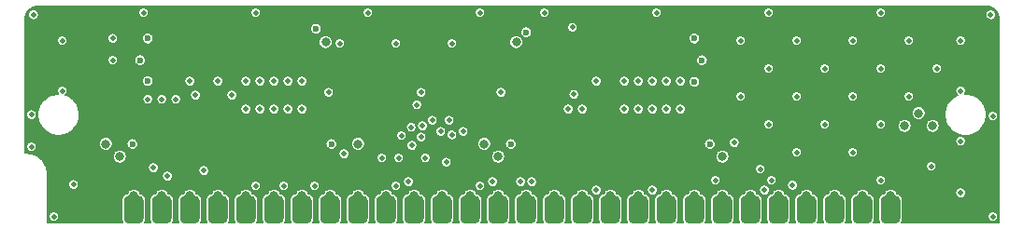
<source format=gbl>
G04 #@! TF.GenerationSoftware,KiCad,Pcbnew,(5.1.10-1-10_14)*
G04 #@! TF.CreationDate,2021-07-01T06:08:51-04:00*
G04 #@! TF.ProjectId,GW4190-SOJ,47573431-3930-42d5-934f-4a2e6b696361,2.0-SOJ*
G04 #@! TF.SameCoordinates,Original*
G04 #@! TF.FileFunction,Copper,L4,Bot*
G04 #@! TF.FilePolarity,Positive*
%FSLAX46Y46*%
G04 Gerber Fmt 4.6, Leading zero omitted, Abs format (unit mm)*
G04 Created by KiCad (PCBNEW (5.1.10-1-10_14)) date 2021-07-01 06:08:51*
%MOMM*%
%LPD*%
G01*
G04 APERTURE LIST*
G04 #@! TA.AperFunction,ComponentPad*
%ADD10C,0.800000*%
G04 #@! TD*
G04 #@! TA.AperFunction,ViaPad*
%ADD11C,0.800000*%
G04 #@! TD*
G04 #@! TA.AperFunction,ViaPad*
%ADD12C,1.000000*%
G04 #@! TD*
G04 #@! TA.AperFunction,ViaPad*
%ADD13C,0.600000*%
G04 #@! TD*
G04 #@! TA.AperFunction,ViaPad*
%ADD14C,0.508000*%
G04 #@! TD*
G04 #@! TA.AperFunction,Conductor*
%ADD15C,0.152400*%
G04 #@! TD*
G04 #@! TA.AperFunction,Conductor*
%ADD16C,0.100000*%
G04 #@! TD*
G04 APERTURE END LIST*
G04 #@! TA.AperFunction,SMDPad,CuDef*
G36*
G01*
X82931000Y-100901500D02*
X82931000Y-99250500D01*
G75*
G02*
X83375500Y-98806000I444500J0D01*
G01*
X84264500Y-98806000D01*
G75*
G02*
X84709000Y-99250500I0J-444500D01*
G01*
X84709000Y-100901500D01*
G75*
G02*
X84264500Y-101346000I-444500J0D01*
G01*
X83375500Y-101346000D01*
G75*
G02*
X82931000Y-100901500I0J444500D01*
G01*
G37*
G04 #@! TD.AperFunction*
G04 #@! TA.AperFunction,SMDPad,CuDef*
G36*
G01*
X85471000Y-100901500D02*
X85471000Y-99250500D01*
G75*
G02*
X85915500Y-98806000I444500J0D01*
G01*
X86804500Y-98806000D01*
G75*
G02*
X87249000Y-99250500I0J-444500D01*
G01*
X87249000Y-100901500D01*
G75*
G02*
X86804500Y-101346000I-444500J0D01*
G01*
X85915500Y-101346000D01*
G75*
G02*
X85471000Y-100901500I0J444500D01*
G01*
G37*
G04 #@! TD.AperFunction*
G04 #@! TA.AperFunction,SMDPad,CuDef*
G36*
G01*
X88011000Y-100901500D02*
X88011000Y-99250500D01*
G75*
G02*
X88455500Y-98806000I444500J0D01*
G01*
X89344500Y-98806000D01*
G75*
G02*
X89789000Y-99250500I0J-444500D01*
G01*
X89789000Y-100901500D01*
G75*
G02*
X89344500Y-101346000I-444500J0D01*
G01*
X88455500Y-101346000D01*
G75*
G02*
X88011000Y-100901500I0J444500D01*
G01*
G37*
G04 #@! TD.AperFunction*
G04 #@! TA.AperFunction,SMDPad,CuDef*
G36*
G01*
X90551000Y-100901500D02*
X90551000Y-99250500D01*
G75*
G02*
X90995500Y-98806000I444500J0D01*
G01*
X91884500Y-98806000D01*
G75*
G02*
X92329000Y-99250500I0J-444500D01*
G01*
X92329000Y-100901500D01*
G75*
G02*
X91884500Y-101346000I-444500J0D01*
G01*
X90995500Y-101346000D01*
G75*
G02*
X90551000Y-100901500I0J444500D01*
G01*
G37*
G04 #@! TD.AperFunction*
G04 #@! TA.AperFunction,SMDPad,CuDef*
G36*
G01*
X93091000Y-100901500D02*
X93091000Y-99250500D01*
G75*
G02*
X93535500Y-98806000I444500J0D01*
G01*
X94424500Y-98806000D01*
G75*
G02*
X94869000Y-99250500I0J-444500D01*
G01*
X94869000Y-100901500D01*
G75*
G02*
X94424500Y-101346000I-444500J0D01*
G01*
X93535500Y-101346000D01*
G75*
G02*
X93091000Y-100901500I0J444500D01*
G01*
G37*
G04 #@! TD.AperFunction*
G04 #@! TA.AperFunction,SMDPad,CuDef*
G36*
G01*
X95631000Y-100901500D02*
X95631000Y-99250500D01*
G75*
G02*
X96075500Y-98806000I444500J0D01*
G01*
X96964500Y-98806000D01*
G75*
G02*
X97409000Y-99250500I0J-444500D01*
G01*
X97409000Y-100901500D01*
G75*
G02*
X96964500Y-101346000I-444500J0D01*
G01*
X96075500Y-101346000D01*
G75*
G02*
X95631000Y-100901500I0J444500D01*
G01*
G37*
G04 #@! TD.AperFunction*
G04 #@! TA.AperFunction,SMDPad,CuDef*
G36*
G01*
X98171000Y-100901500D02*
X98171000Y-99250500D01*
G75*
G02*
X98615500Y-98806000I444500J0D01*
G01*
X99504500Y-98806000D01*
G75*
G02*
X99949000Y-99250500I0J-444500D01*
G01*
X99949000Y-100901500D01*
G75*
G02*
X99504500Y-101346000I-444500J0D01*
G01*
X98615500Y-101346000D01*
G75*
G02*
X98171000Y-100901500I0J444500D01*
G01*
G37*
G04 #@! TD.AperFunction*
G04 #@! TA.AperFunction,SMDPad,CuDef*
G36*
G01*
X100711000Y-100901500D02*
X100711000Y-99250500D01*
G75*
G02*
X101155500Y-98806000I444500J0D01*
G01*
X102044500Y-98806000D01*
G75*
G02*
X102489000Y-99250500I0J-444500D01*
G01*
X102489000Y-100901500D01*
G75*
G02*
X102044500Y-101346000I-444500J0D01*
G01*
X101155500Y-101346000D01*
G75*
G02*
X100711000Y-100901500I0J444500D01*
G01*
G37*
G04 #@! TD.AperFunction*
G04 #@! TA.AperFunction,SMDPad,CuDef*
G36*
G01*
X103251000Y-100901500D02*
X103251000Y-99250500D01*
G75*
G02*
X103695500Y-98806000I444500J0D01*
G01*
X104584500Y-98806000D01*
G75*
G02*
X105029000Y-99250500I0J-444500D01*
G01*
X105029000Y-100901500D01*
G75*
G02*
X104584500Y-101346000I-444500J0D01*
G01*
X103695500Y-101346000D01*
G75*
G02*
X103251000Y-100901500I0J444500D01*
G01*
G37*
G04 #@! TD.AperFunction*
G04 #@! TA.AperFunction,SMDPad,CuDef*
G36*
G01*
X105791000Y-100901500D02*
X105791000Y-99250500D01*
G75*
G02*
X106235500Y-98806000I444500J0D01*
G01*
X107124500Y-98806000D01*
G75*
G02*
X107569000Y-99250500I0J-444500D01*
G01*
X107569000Y-100901500D01*
G75*
G02*
X107124500Y-101346000I-444500J0D01*
G01*
X106235500Y-101346000D01*
G75*
G02*
X105791000Y-100901500I0J444500D01*
G01*
G37*
G04 #@! TD.AperFunction*
G04 #@! TA.AperFunction,SMDPad,CuDef*
G36*
G01*
X108331000Y-100901500D02*
X108331000Y-99250500D01*
G75*
G02*
X108775500Y-98806000I444500J0D01*
G01*
X109664500Y-98806000D01*
G75*
G02*
X110109000Y-99250500I0J-444500D01*
G01*
X110109000Y-100901500D01*
G75*
G02*
X109664500Y-101346000I-444500J0D01*
G01*
X108775500Y-101346000D01*
G75*
G02*
X108331000Y-100901500I0J444500D01*
G01*
G37*
G04 #@! TD.AperFunction*
G04 #@! TA.AperFunction,SMDPad,CuDef*
G36*
G01*
X110871000Y-100901500D02*
X110871000Y-99250500D01*
G75*
G02*
X111315500Y-98806000I444500J0D01*
G01*
X112204500Y-98806000D01*
G75*
G02*
X112649000Y-99250500I0J-444500D01*
G01*
X112649000Y-100901500D01*
G75*
G02*
X112204500Y-101346000I-444500J0D01*
G01*
X111315500Y-101346000D01*
G75*
G02*
X110871000Y-100901500I0J444500D01*
G01*
G37*
G04 #@! TD.AperFunction*
G04 #@! TA.AperFunction,SMDPad,CuDef*
G36*
G01*
X113411000Y-100901500D02*
X113411000Y-99250500D01*
G75*
G02*
X113855500Y-98806000I444500J0D01*
G01*
X114744500Y-98806000D01*
G75*
G02*
X115189000Y-99250500I0J-444500D01*
G01*
X115189000Y-100901500D01*
G75*
G02*
X114744500Y-101346000I-444500J0D01*
G01*
X113855500Y-101346000D01*
G75*
G02*
X113411000Y-100901500I0J444500D01*
G01*
G37*
G04 #@! TD.AperFunction*
G04 #@! TA.AperFunction,SMDPad,CuDef*
G36*
G01*
X115951000Y-100901500D02*
X115951000Y-99250500D01*
G75*
G02*
X116395500Y-98806000I444500J0D01*
G01*
X117284500Y-98806000D01*
G75*
G02*
X117729000Y-99250500I0J-444500D01*
G01*
X117729000Y-100901500D01*
G75*
G02*
X117284500Y-101346000I-444500J0D01*
G01*
X116395500Y-101346000D01*
G75*
G02*
X115951000Y-100901500I0J444500D01*
G01*
G37*
G04 #@! TD.AperFunction*
G04 #@! TA.AperFunction,SMDPad,CuDef*
G36*
G01*
X118491000Y-100901500D02*
X118491000Y-99250500D01*
G75*
G02*
X118935500Y-98806000I444500J0D01*
G01*
X119824500Y-98806000D01*
G75*
G02*
X120269000Y-99250500I0J-444500D01*
G01*
X120269000Y-100901500D01*
G75*
G02*
X119824500Y-101346000I-444500J0D01*
G01*
X118935500Y-101346000D01*
G75*
G02*
X118491000Y-100901500I0J444500D01*
G01*
G37*
G04 #@! TD.AperFunction*
G04 #@! TA.AperFunction,SMDPad,CuDef*
G36*
G01*
X121031000Y-100901500D02*
X121031000Y-99250500D01*
G75*
G02*
X121475500Y-98806000I444500J0D01*
G01*
X122364500Y-98806000D01*
G75*
G02*
X122809000Y-99250500I0J-444500D01*
G01*
X122809000Y-100901500D01*
G75*
G02*
X122364500Y-101346000I-444500J0D01*
G01*
X121475500Y-101346000D01*
G75*
G02*
X121031000Y-100901500I0J444500D01*
G01*
G37*
G04 #@! TD.AperFunction*
G04 #@! TA.AperFunction,SMDPad,CuDef*
G36*
G01*
X123571000Y-100901500D02*
X123571000Y-99250500D01*
G75*
G02*
X124015500Y-98806000I444500J0D01*
G01*
X124904500Y-98806000D01*
G75*
G02*
X125349000Y-99250500I0J-444500D01*
G01*
X125349000Y-100901500D01*
G75*
G02*
X124904500Y-101346000I-444500J0D01*
G01*
X124015500Y-101346000D01*
G75*
G02*
X123571000Y-100901500I0J444500D01*
G01*
G37*
G04 #@! TD.AperFunction*
G04 #@! TA.AperFunction,SMDPad,CuDef*
G36*
G01*
X126111000Y-100901500D02*
X126111000Y-99250500D01*
G75*
G02*
X126555500Y-98806000I444500J0D01*
G01*
X127444500Y-98806000D01*
G75*
G02*
X127889000Y-99250500I0J-444500D01*
G01*
X127889000Y-100901500D01*
G75*
G02*
X127444500Y-101346000I-444500J0D01*
G01*
X126555500Y-101346000D01*
G75*
G02*
X126111000Y-100901500I0J444500D01*
G01*
G37*
G04 #@! TD.AperFunction*
G04 #@! TA.AperFunction,SMDPad,CuDef*
G36*
G01*
X128651000Y-100901500D02*
X128651000Y-99250500D01*
G75*
G02*
X129095500Y-98806000I444500J0D01*
G01*
X129984500Y-98806000D01*
G75*
G02*
X130429000Y-99250500I0J-444500D01*
G01*
X130429000Y-100901500D01*
G75*
G02*
X129984500Y-101346000I-444500J0D01*
G01*
X129095500Y-101346000D01*
G75*
G02*
X128651000Y-100901500I0J444500D01*
G01*
G37*
G04 #@! TD.AperFunction*
G04 #@! TA.AperFunction,SMDPad,CuDef*
G36*
G01*
X131191000Y-100901500D02*
X131191000Y-99250500D01*
G75*
G02*
X131635500Y-98806000I444500J0D01*
G01*
X132524500Y-98806000D01*
G75*
G02*
X132969000Y-99250500I0J-444500D01*
G01*
X132969000Y-100901500D01*
G75*
G02*
X132524500Y-101346000I-444500J0D01*
G01*
X131635500Y-101346000D01*
G75*
G02*
X131191000Y-100901500I0J444500D01*
G01*
G37*
G04 #@! TD.AperFunction*
G04 #@! TA.AperFunction,SMDPad,CuDef*
G36*
G01*
X133731000Y-100901500D02*
X133731000Y-99250500D01*
G75*
G02*
X134175500Y-98806000I444500J0D01*
G01*
X135064500Y-98806000D01*
G75*
G02*
X135509000Y-99250500I0J-444500D01*
G01*
X135509000Y-100901500D01*
G75*
G02*
X135064500Y-101346000I-444500J0D01*
G01*
X134175500Y-101346000D01*
G75*
G02*
X133731000Y-100901500I0J444500D01*
G01*
G37*
G04 #@! TD.AperFunction*
G04 #@! TA.AperFunction,SMDPad,CuDef*
G36*
G01*
X136271000Y-100901500D02*
X136271000Y-99250500D01*
G75*
G02*
X136715500Y-98806000I444500J0D01*
G01*
X137604500Y-98806000D01*
G75*
G02*
X138049000Y-99250500I0J-444500D01*
G01*
X138049000Y-100901500D01*
G75*
G02*
X137604500Y-101346000I-444500J0D01*
G01*
X136715500Y-101346000D01*
G75*
G02*
X136271000Y-100901500I0J444500D01*
G01*
G37*
G04 #@! TD.AperFunction*
G04 #@! TA.AperFunction,SMDPad,CuDef*
G36*
G01*
X138811000Y-100901500D02*
X138811000Y-99250500D01*
G75*
G02*
X139255500Y-98806000I444500J0D01*
G01*
X140144500Y-98806000D01*
G75*
G02*
X140589000Y-99250500I0J-444500D01*
G01*
X140589000Y-100901500D01*
G75*
G02*
X140144500Y-101346000I-444500J0D01*
G01*
X139255500Y-101346000D01*
G75*
G02*
X138811000Y-100901500I0J444500D01*
G01*
G37*
G04 #@! TD.AperFunction*
G04 #@! TA.AperFunction,SMDPad,CuDef*
G36*
G01*
X141351000Y-100901500D02*
X141351000Y-99250500D01*
G75*
G02*
X141795500Y-98806000I444500J0D01*
G01*
X142684500Y-98806000D01*
G75*
G02*
X143129000Y-99250500I0J-444500D01*
G01*
X143129000Y-100901500D01*
G75*
G02*
X142684500Y-101346000I-444500J0D01*
G01*
X141795500Y-101346000D01*
G75*
G02*
X141351000Y-100901500I0J444500D01*
G01*
G37*
G04 #@! TD.AperFunction*
G04 #@! TA.AperFunction,SMDPad,CuDef*
G36*
G01*
X143891000Y-100901500D02*
X143891000Y-99250500D01*
G75*
G02*
X144335500Y-98806000I444500J0D01*
G01*
X145224500Y-98806000D01*
G75*
G02*
X145669000Y-99250500I0J-444500D01*
G01*
X145669000Y-100901500D01*
G75*
G02*
X145224500Y-101346000I-444500J0D01*
G01*
X144335500Y-101346000D01*
G75*
G02*
X143891000Y-100901500I0J444500D01*
G01*
G37*
G04 #@! TD.AperFunction*
G04 #@! TA.AperFunction,SMDPad,CuDef*
G36*
G01*
X146431000Y-100901500D02*
X146431000Y-99250500D01*
G75*
G02*
X146875500Y-98806000I444500J0D01*
G01*
X147764500Y-98806000D01*
G75*
G02*
X148209000Y-99250500I0J-444500D01*
G01*
X148209000Y-100901500D01*
G75*
G02*
X147764500Y-101346000I-444500J0D01*
G01*
X146875500Y-101346000D01*
G75*
G02*
X146431000Y-100901500I0J444500D01*
G01*
G37*
G04 #@! TD.AperFunction*
G04 #@! TA.AperFunction,SMDPad,CuDef*
G36*
G01*
X148971000Y-100901500D02*
X148971000Y-99250500D01*
G75*
G02*
X149415500Y-98806000I444500J0D01*
G01*
X150304500Y-98806000D01*
G75*
G02*
X150749000Y-99250500I0J-444500D01*
G01*
X150749000Y-100901500D01*
G75*
G02*
X150304500Y-101346000I-444500J0D01*
G01*
X149415500Y-101346000D01*
G75*
G02*
X148971000Y-100901500I0J444500D01*
G01*
G37*
G04 #@! TD.AperFunction*
G04 #@! TA.AperFunction,SMDPad,CuDef*
G36*
G01*
X151511000Y-100901500D02*
X151511000Y-99250500D01*
G75*
G02*
X151955500Y-98806000I444500J0D01*
G01*
X152844500Y-98806000D01*
G75*
G02*
X153289000Y-99250500I0J-444500D01*
G01*
X153289000Y-100901500D01*
G75*
G02*
X152844500Y-101346000I-444500J0D01*
G01*
X151955500Y-101346000D01*
G75*
G02*
X151511000Y-100901500I0J444500D01*
G01*
G37*
G04 #@! TD.AperFunction*
G04 #@! TA.AperFunction,SMDPad,CuDef*
G36*
G01*
X154051000Y-100901500D02*
X154051000Y-99250500D01*
G75*
G02*
X154495500Y-98806000I444500J0D01*
G01*
X155384500Y-98806000D01*
G75*
G02*
X155829000Y-99250500I0J-444500D01*
G01*
X155829000Y-100901500D01*
G75*
G02*
X155384500Y-101346000I-444500J0D01*
G01*
X154495500Y-101346000D01*
G75*
G02*
X154051000Y-100901500I0J444500D01*
G01*
G37*
G04 #@! TD.AperFunction*
G04 #@! TA.AperFunction,SMDPad,CuDef*
G36*
G01*
X156591000Y-100901500D02*
X156591000Y-99250500D01*
G75*
G02*
X157035500Y-98806000I444500J0D01*
G01*
X157924500Y-98806000D01*
G75*
G02*
X158369000Y-99250500I0J-444500D01*
G01*
X158369000Y-100901500D01*
G75*
G02*
X157924500Y-101346000I-444500J0D01*
G01*
X157035500Y-101346000D01*
G75*
G02*
X156591000Y-100901500I0J444500D01*
G01*
G37*
G04 #@! TD.AperFunction*
D10*
X88900000Y-98806000D03*
X86360000Y-98806000D03*
X83820000Y-98806000D03*
X93980000Y-98806000D03*
X91440000Y-98806000D03*
X96520000Y-98806000D03*
X99060000Y-98806000D03*
X104140000Y-98806000D03*
X101600000Y-98806000D03*
X109220000Y-98806000D03*
X106680000Y-98806000D03*
X111760000Y-98806000D03*
X116840000Y-98806000D03*
X114300000Y-98806000D03*
X119380000Y-98806000D03*
X124460000Y-98806000D03*
X121920000Y-98806000D03*
X127000000Y-98806000D03*
X149860000Y-98806000D03*
X147320000Y-98806000D03*
X152400000Y-98806000D03*
X134620000Y-98806000D03*
X132080000Y-98806000D03*
X137160000Y-98806000D03*
X142240000Y-98806000D03*
X139700000Y-98806000D03*
X144780000Y-98806000D03*
X129540000Y-98806000D03*
X154940000Y-98806000D03*
X157480000Y-98806000D03*
D11*
X156210000Y-94107000D03*
X158750000Y-94107000D03*
D12*
X157480000Y-95377000D03*
D13*
X121920000Y-90932000D03*
D14*
X159131000Y-82169000D03*
X148971000Y-82169000D03*
X92329000Y-82169000D03*
X102489000Y-82169000D03*
X138811000Y-82169000D03*
X128651000Y-82169000D03*
X112649000Y-82169000D03*
X82169000Y-82169000D03*
X77089000Y-86995000D03*
X164211000Y-86995000D03*
X164211000Y-96139000D03*
X78994000Y-94742000D03*
D13*
X137160000Y-90868500D03*
X137160000Y-94805500D03*
D11*
X83820000Y-92456000D03*
X85090000Y-91313000D03*
X105410000Y-91313000D03*
X119380000Y-91313000D03*
X117729000Y-91821000D03*
X106807000Y-92075000D03*
X139700000Y-91186000D03*
D14*
X140779500Y-92519500D03*
D13*
X121920000Y-94805500D03*
X87630000Y-94805500D03*
X87630000Y-90868500D03*
X102870000Y-90868500D03*
D14*
X146050000Y-97853500D03*
X125730000Y-90932000D03*
X115189000Y-93281500D03*
X127000000Y-90932000D03*
X112522000Y-92456000D03*
X91440000Y-88392000D03*
X84450000Y-86500000D03*
D11*
X83820000Y-94107000D03*
X85090000Y-95250000D03*
X106680000Y-94107000D03*
X118110000Y-94107000D03*
X119380000Y-95250000D03*
D14*
X105410000Y-94996000D03*
D11*
X139700000Y-95250000D03*
D14*
X140779500Y-93980000D03*
D13*
X138557000Y-94107000D03*
D14*
X164211000Y-91567000D03*
X77089000Y-91440000D03*
X151511000Y-89789000D03*
X156591000Y-89789000D03*
X146431000Y-89789000D03*
X141351000Y-89789000D03*
X143891000Y-92329000D03*
X148971000Y-92329000D03*
X143891000Y-87249000D03*
X154051000Y-87249000D03*
X159131000Y-87249000D03*
X148971000Y-87249000D03*
X151511000Y-94869000D03*
X154051000Y-97409000D03*
X146431000Y-94869000D03*
X141351000Y-84709000D03*
X151511000Y-84709000D03*
X146431000Y-84709000D03*
X156591000Y-84709000D03*
X161290000Y-84709000D03*
D11*
X121031000Y-84836000D03*
X103759000Y-84836000D03*
D14*
X108839000Y-95377000D03*
X95250000Y-89662000D03*
X112395000Y-89408000D03*
X119634000Y-89408000D03*
X92710000Y-96520000D03*
X111252000Y-97536000D03*
X117729000Y-97917000D03*
X118872000Y-97536000D03*
X139065000Y-97409000D03*
X89408000Y-97028000D03*
X88138000Y-96266000D03*
X143510000Y-98298000D03*
X114681000Y-95758000D03*
X144145000Y-97409000D03*
X143129000Y-96393000D03*
X112014000Y-90551000D03*
X88900000Y-90043000D03*
X87630000Y-90043000D03*
X90170000Y-90043000D03*
X91948000Y-89662000D03*
X126238000Y-89598500D03*
X121412000Y-97536000D03*
X122428000Y-97536000D03*
X77279500Y-82359500D03*
X164020500Y-82359500D03*
X164211000Y-100711000D03*
X79121000Y-100711000D03*
X77089000Y-94361000D03*
X79883000Y-84709000D03*
X161290000Y-89281000D03*
X161290000Y-93853000D03*
X161290000Y-98552000D03*
X80899000Y-97790000D03*
X79883000Y-89281000D03*
X133350000Y-98298000D03*
X110109000Y-97917000D03*
X102743000Y-97917000D03*
X99949000Y-97917000D03*
X97409000Y-97917000D03*
X128270000Y-98298000D03*
X158623000Y-96139000D03*
X113411000Y-91948000D03*
X116205000Y-92964000D03*
X114935000Y-91948000D03*
X114173000Y-92964000D03*
X112395000Y-93472000D03*
X112776000Y-95377000D03*
X110363000Y-95377000D03*
X111506000Y-92583000D03*
X110617000Y-93345000D03*
X111569500Y-94234000D03*
X104013000Y-89408000D03*
D11*
X156210000Y-92456000D03*
X158750000Y-92456000D03*
D14*
X84450000Y-84500000D03*
D13*
X87630000Y-88392000D03*
D11*
X157480000Y-91313000D03*
D14*
X154051000Y-82169000D03*
X87249000Y-82169000D03*
X97409000Y-82169000D03*
X143891000Y-82169000D03*
X133731000Y-82169000D03*
X107569000Y-82169000D03*
X117729000Y-82169000D03*
X123571000Y-82169000D03*
X110109000Y-84963000D03*
X105029000Y-84963000D03*
X115189000Y-84963000D03*
X126111000Y-83502500D03*
X154051000Y-92329000D03*
D13*
X102870000Y-83629500D03*
X87630000Y-84518500D03*
X86931500Y-86487000D03*
X121920000Y-83947000D03*
X137160000Y-84518500D03*
X137858500Y-86487000D03*
X137160000Y-88455500D03*
X120523000Y-94107000D03*
X104267000Y-94107000D03*
X86233000Y-94107000D03*
D14*
X132080000Y-90932000D03*
X100330000Y-90932000D03*
X133350000Y-90932000D03*
X99060000Y-90932000D03*
X134620000Y-90932000D03*
X97790000Y-90932000D03*
X135890000Y-90932000D03*
X96520000Y-90932000D03*
X93980000Y-88392000D03*
X135890000Y-88392000D03*
X134620000Y-88392000D03*
X96520000Y-88392000D03*
X97790000Y-88392000D03*
X133350000Y-88392000D03*
X99060000Y-88392000D03*
X132080000Y-88392000D03*
X100330000Y-88392000D03*
X130810000Y-88392000D03*
X130810000Y-90932000D03*
X101600000Y-90932000D03*
X101600000Y-88392000D03*
X128270000Y-88392000D03*
D15*
X163807884Y-81632912D02*
X164030929Y-81700254D01*
X164236653Y-81809639D01*
X164417209Y-81956896D01*
X164565723Y-82136420D01*
X164676544Y-82341378D01*
X164745441Y-82563947D01*
X164771400Y-82810934D01*
X164771401Y-101271400D01*
X155947578Y-101271400D01*
X156007385Y-101159507D01*
X156045751Y-101033031D01*
X156058706Y-100901500D01*
X156058706Y-100663468D01*
X163728400Y-100663468D01*
X163728400Y-100758532D01*
X163746946Y-100851769D01*
X163783326Y-100939597D01*
X163836140Y-101018640D01*
X163903360Y-101085860D01*
X163982403Y-101138674D01*
X164070231Y-101175054D01*
X164163468Y-101193600D01*
X164258532Y-101193600D01*
X164351769Y-101175054D01*
X164439597Y-101138674D01*
X164518640Y-101085860D01*
X164585860Y-101018640D01*
X164638674Y-100939597D01*
X164675054Y-100851769D01*
X164693600Y-100758532D01*
X164693600Y-100663468D01*
X164675054Y-100570231D01*
X164638674Y-100482403D01*
X164585860Y-100403360D01*
X164518640Y-100336140D01*
X164439597Y-100283326D01*
X164351769Y-100246946D01*
X164258532Y-100228400D01*
X164163468Y-100228400D01*
X164070231Y-100246946D01*
X163982403Y-100283326D01*
X163903360Y-100336140D01*
X163836140Y-100403360D01*
X163783326Y-100482403D01*
X163746946Y-100570231D01*
X163728400Y-100663468D01*
X156058706Y-100663468D01*
X156058706Y-99250500D01*
X156045751Y-99118969D01*
X156007385Y-98992493D01*
X155945082Y-98875931D01*
X155861236Y-98773764D01*
X155759069Y-98689918D01*
X155642507Y-98627615D01*
X155532707Y-98594308D01*
X155497059Y-98508246D01*
X155494535Y-98504468D01*
X160807400Y-98504468D01*
X160807400Y-98599532D01*
X160825946Y-98692769D01*
X160862326Y-98780597D01*
X160915140Y-98859640D01*
X160982360Y-98926860D01*
X161061403Y-98979674D01*
X161149231Y-99016054D01*
X161242468Y-99034600D01*
X161337532Y-99034600D01*
X161430769Y-99016054D01*
X161518597Y-98979674D01*
X161597640Y-98926860D01*
X161664860Y-98859640D01*
X161717674Y-98780597D01*
X161754054Y-98692769D01*
X161772600Y-98599532D01*
X161772600Y-98504468D01*
X161754054Y-98411231D01*
X161717674Y-98323403D01*
X161664860Y-98244360D01*
X161597640Y-98177140D01*
X161518597Y-98124326D01*
X161430769Y-98087946D01*
X161337532Y-98069400D01*
X161242468Y-98069400D01*
X161149231Y-98087946D01*
X161061403Y-98124326D01*
X160982360Y-98177140D01*
X160915140Y-98244360D01*
X160862326Y-98323403D01*
X160825946Y-98411231D01*
X160807400Y-98504468D01*
X155494535Y-98504468D01*
X155428266Y-98405291D01*
X155340709Y-98317734D01*
X155237754Y-98248941D01*
X155123356Y-98201556D01*
X155001912Y-98177400D01*
X154878088Y-98177400D01*
X154756644Y-98201556D01*
X154642246Y-98248941D01*
X154539291Y-98317734D01*
X154451734Y-98405291D01*
X154382941Y-98508246D01*
X154347293Y-98594308D01*
X154237493Y-98627615D01*
X154120931Y-98689918D01*
X154018764Y-98773764D01*
X153934918Y-98875931D01*
X153872615Y-98992493D01*
X153834249Y-99118969D01*
X153821294Y-99250500D01*
X153821294Y-100901500D01*
X153834249Y-101033031D01*
X153872615Y-101159507D01*
X153932422Y-101271400D01*
X153407578Y-101271400D01*
X153467385Y-101159507D01*
X153505751Y-101033031D01*
X153518706Y-100901500D01*
X153518706Y-99250500D01*
X153505751Y-99118969D01*
X153467385Y-98992493D01*
X153405082Y-98875931D01*
X153321236Y-98773764D01*
X153219069Y-98689918D01*
X153102507Y-98627615D01*
X152992707Y-98594308D01*
X152957059Y-98508246D01*
X152888266Y-98405291D01*
X152800709Y-98317734D01*
X152697754Y-98248941D01*
X152583356Y-98201556D01*
X152461912Y-98177400D01*
X152338088Y-98177400D01*
X152216644Y-98201556D01*
X152102246Y-98248941D01*
X151999291Y-98317734D01*
X151911734Y-98405291D01*
X151842941Y-98508246D01*
X151807293Y-98594308D01*
X151697493Y-98627615D01*
X151580931Y-98689918D01*
X151478764Y-98773764D01*
X151394918Y-98875931D01*
X151332615Y-98992493D01*
X151294249Y-99118969D01*
X151281294Y-99250500D01*
X151281294Y-100901500D01*
X151294249Y-101033031D01*
X151332615Y-101159507D01*
X151392422Y-101271400D01*
X150867578Y-101271400D01*
X150927385Y-101159507D01*
X150965751Y-101033031D01*
X150978706Y-100901500D01*
X150978706Y-99250500D01*
X150965751Y-99118969D01*
X150927385Y-98992493D01*
X150865082Y-98875931D01*
X150781236Y-98773764D01*
X150679069Y-98689918D01*
X150562507Y-98627615D01*
X150452707Y-98594308D01*
X150417059Y-98508246D01*
X150348266Y-98405291D01*
X150260709Y-98317734D01*
X150157754Y-98248941D01*
X150043356Y-98201556D01*
X149921912Y-98177400D01*
X149798088Y-98177400D01*
X149676644Y-98201556D01*
X149562246Y-98248941D01*
X149459291Y-98317734D01*
X149371734Y-98405291D01*
X149302941Y-98508246D01*
X149267293Y-98594308D01*
X149157493Y-98627615D01*
X149040931Y-98689918D01*
X148938764Y-98773764D01*
X148854918Y-98875931D01*
X148792615Y-98992493D01*
X148754249Y-99118969D01*
X148741294Y-99250500D01*
X148741294Y-100901500D01*
X148754249Y-101033031D01*
X148792615Y-101159507D01*
X148852422Y-101271400D01*
X148327578Y-101271400D01*
X148387385Y-101159507D01*
X148425751Y-101033031D01*
X148438706Y-100901500D01*
X148438706Y-99250500D01*
X148425751Y-99118969D01*
X148387385Y-98992493D01*
X148325082Y-98875931D01*
X148241236Y-98773764D01*
X148139069Y-98689918D01*
X148022507Y-98627615D01*
X147912707Y-98594308D01*
X147877059Y-98508246D01*
X147808266Y-98405291D01*
X147720709Y-98317734D01*
X147617754Y-98248941D01*
X147503356Y-98201556D01*
X147381912Y-98177400D01*
X147258088Y-98177400D01*
X147136644Y-98201556D01*
X147022246Y-98248941D01*
X146919291Y-98317734D01*
X146831734Y-98405291D01*
X146762941Y-98508246D01*
X146727293Y-98594308D01*
X146617493Y-98627615D01*
X146500931Y-98689918D01*
X146398764Y-98773764D01*
X146314918Y-98875931D01*
X146252615Y-98992493D01*
X146214249Y-99118969D01*
X146201294Y-99250500D01*
X146201294Y-100901500D01*
X146214249Y-101033031D01*
X146252615Y-101159507D01*
X146312422Y-101271400D01*
X145787578Y-101271400D01*
X145847385Y-101159507D01*
X145885751Y-101033031D01*
X145898706Y-100901500D01*
X145898706Y-99250500D01*
X145885751Y-99118969D01*
X145847385Y-98992493D01*
X145785082Y-98875931D01*
X145701236Y-98773764D01*
X145599069Y-98689918D01*
X145482507Y-98627615D01*
X145372707Y-98594308D01*
X145337059Y-98508246D01*
X145268266Y-98405291D01*
X145180709Y-98317734D01*
X145077754Y-98248941D01*
X144963356Y-98201556D01*
X144841912Y-98177400D01*
X144718088Y-98177400D01*
X144596644Y-98201556D01*
X144482246Y-98248941D01*
X144379291Y-98317734D01*
X144291734Y-98405291D01*
X144222941Y-98508246D01*
X144187293Y-98594308D01*
X144077493Y-98627615D01*
X143960931Y-98689918D01*
X143858764Y-98773764D01*
X143774918Y-98875931D01*
X143712615Y-98992493D01*
X143674249Y-99118969D01*
X143661294Y-99250500D01*
X143661294Y-100901500D01*
X143674249Y-101033031D01*
X143712615Y-101159507D01*
X143772422Y-101271400D01*
X143247578Y-101271400D01*
X143307385Y-101159507D01*
X143345751Y-101033031D01*
X143358706Y-100901500D01*
X143358706Y-99250500D01*
X143345751Y-99118969D01*
X143307385Y-98992493D01*
X143245082Y-98875931D01*
X143161236Y-98773764D01*
X143059069Y-98689918D01*
X142942507Y-98627615D01*
X142832707Y-98594308D01*
X142797059Y-98508246D01*
X142728266Y-98405291D01*
X142640709Y-98317734D01*
X142540040Y-98250468D01*
X143027400Y-98250468D01*
X143027400Y-98345532D01*
X143045946Y-98438769D01*
X143082326Y-98526597D01*
X143135140Y-98605640D01*
X143202360Y-98672860D01*
X143281403Y-98725674D01*
X143369231Y-98762054D01*
X143462468Y-98780600D01*
X143557532Y-98780600D01*
X143650769Y-98762054D01*
X143738597Y-98725674D01*
X143817640Y-98672860D01*
X143884860Y-98605640D01*
X143937674Y-98526597D01*
X143974054Y-98438769D01*
X143992600Y-98345532D01*
X143992600Y-98250468D01*
X143974054Y-98157231D01*
X143937674Y-98069403D01*
X143884860Y-97990360D01*
X143817640Y-97923140D01*
X143738597Y-97870326D01*
X143650769Y-97833946D01*
X143557532Y-97815400D01*
X143462468Y-97815400D01*
X143369231Y-97833946D01*
X143281403Y-97870326D01*
X143202360Y-97923140D01*
X143135140Y-97990360D01*
X143082326Y-98069403D01*
X143045946Y-98157231D01*
X143027400Y-98250468D01*
X142540040Y-98250468D01*
X142537754Y-98248941D01*
X142423356Y-98201556D01*
X142301912Y-98177400D01*
X142178088Y-98177400D01*
X142056644Y-98201556D01*
X141942246Y-98248941D01*
X141839291Y-98317734D01*
X141751734Y-98405291D01*
X141682941Y-98508246D01*
X141647293Y-98594308D01*
X141537493Y-98627615D01*
X141420931Y-98689918D01*
X141318764Y-98773764D01*
X141234918Y-98875931D01*
X141172615Y-98992493D01*
X141134249Y-99118969D01*
X141121294Y-99250500D01*
X141121294Y-100901500D01*
X141134249Y-101033031D01*
X141172615Y-101159507D01*
X141232422Y-101271400D01*
X140707578Y-101271400D01*
X140767385Y-101159507D01*
X140805751Y-101033031D01*
X140818706Y-100901500D01*
X140818706Y-99250500D01*
X140805751Y-99118969D01*
X140767385Y-98992493D01*
X140705082Y-98875931D01*
X140621236Y-98773764D01*
X140519069Y-98689918D01*
X140402507Y-98627615D01*
X140292707Y-98594308D01*
X140257059Y-98508246D01*
X140188266Y-98405291D01*
X140100709Y-98317734D01*
X139997754Y-98248941D01*
X139883356Y-98201556D01*
X139761912Y-98177400D01*
X139638088Y-98177400D01*
X139516644Y-98201556D01*
X139402246Y-98248941D01*
X139299291Y-98317734D01*
X139211734Y-98405291D01*
X139142941Y-98508246D01*
X139107293Y-98594308D01*
X138997493Y-98627615D01*
X138880931Y-98689918D01*
X138778764Y-98773764D01*
X138694918Y-98875931D01*
X138632615Y-98992493D01*
X138594249Y-99118969D01*
X138581294Y-99250500D01*
X138581294Y-100901500D01*
X138594249Y-101033031D01*
X138632615Y-101159507D01*
X138692422Y-101271400D01*
X138167578Y-101271400D01*
X138227385Y-101159507D01*
X138265751Y-101033031D01*
X138278706Y-100901500D01*
X138278706Y-99250500D01*
X138265751Y-99118969D01*
X138227385Y-98992493D01*
X138165082Y-98875931D01*
X138081236Y-98773764D01*
X137979069Y-98689918D01*
X137862507Y-98627615D01*
X137752707Y-98594308D01*
X137717059Y-98508246D01*
X137648266Y-98405291D01*
X137560709Y-98317734D01*
X137457754Y-98248941D01*
X137343356Y-98201556D01*
X137221912Y-98177400D01*
X137098088Y-98177400D01*
X136976644Y-98201556D01*
X136862246Y-98248941D01*
X136759291Y-98317734D01*
X136671734Y-98405291D01*
X136602941Y-98508246D01*
X136567293Y-98594308D01*
X136457493Y-98627615D01*
X136340931Y-98689918D01*
X136238764Y-98773764D01*
X136154918Y-98875931D01*
X136092615Y-98992493D01*
X136054249Y-99118969D01*
X136041294Y-99250500D01*
X136041294Y-100901500D01*
X136054249Y-101033031D01*
X136092615Y-101159507D01*
X136152422Y-101271400D01*
X135627578Y-101271400D01*
X135687385Y-101159507D01*
X135725751Y-101033031D01*
X135738706Y-100901500D01*
X135738706Y-99250500D01*
X135725751Y-99118969D01*
X135687385Y-98992493D01*
X135625082Y-98875931D01*
X135541236Y-98773764D01*
X135439069Y-98689918D01*
X135322507Y-98627615D01*
X135212707Y-98594308D01*
X135177059Y-98508246D01*
X135108266Y-98405291D01*
X135020709Y-98317734D01*
X134917754Y-98248941D01*
X134803356Y-98201556D01*
X134681912Y-98177400D01*
X134558088Y-98177400D01*
X134436644Y-98201556D01*
X134322246Y-98248941D01*
X134219291Y-98317734D01*
X134131734Y-98405291D01*
X134062941Y-98508246D01*
X134027293Y-98594308D01*
X133917493Y-98627615D01*
X133800931Y-98689918D01*
X133698764Y-98773764D01*
X133614918Y-98875931D01*
X133552615Y-98992493D01*
X133514249Y-99118969D01*
X133501294Y-99250500D01*
X133501294Y-100901500D01*
X133514249Y-101033031D01*
X133552615Y-101159507D01*
X133612422Y-101271400D01*
X133087578Y-101271400D01*
X133147385Y-101159507D01*
X133185751Y-101033031D01*
X133198706Y-100901500D01*
X133198706Y-99250500D01*
X133185751Y-99118969D01*
X133147385Y-98992493D01*
X133085082Y-98875931D01*
X133001236Y-98773764D01*
X132899069Y-98689918D01*
X132782507Y-98627615D01*
X132672707Y-98594308D01*
X132637059Y-98508246D01*
X132568266Y-98405291D01*
X132480709Y-98317734D01*
X132380040Y-98250468D01*
X132867400Y-98250468D01*
X132867400Y-98345532D01*
X132885946Y-98438769D01*
X132922326Y-98526597D01*
X132975140Y-98605640D01*
X133042360Y-98672860D01*
X133121403Y-98725674D01*
X133209231Y-98762054D01*
X133302468Y-98780600D01*
X133397532Y-98780600D01*
X133490769Y-98762054D01*
X133578597Y-98725674D01*
X133657640Y-98672860D01*
X133724860Y-98605640D01*
X133777674Y-98526597D01*
X133814054Y-98438769D01*
X133832600Y-98345532D01*
X133832600Y-98250468D01*
X133814054Y-98157231D01*
X133777674Y-98069403D01*
X133724860Y-97990360D01*
X133657640Y-97923140D01*
X133578597Y-97870326D01*
X133490769Y-97833946D01*
X133397532Y-97815400D01*
X133302468Y-97815400D01*
X133209231Y-97833946D01*
X133121403Y-97870326D01*
X133042360Y-97923140D01*
X132975140Y-97990360D01*
X132922326Y-98069403D01*
X132885946Y-98157231D01*
X132867400Y-98250468D01*
X132380040Y-98250468D01*
X132377754Y-98248941D01*
X132263356Y-98201556D01*
X132141912Y-98177400D01*
X132018088Y-98177400D01*
X131896644Y-98201556D01*
X131782246Y-98248941D01*
X131679291Y-98317734D01*
X131591734Y-98405291D01*
X131522941Y-98508246D01*
X131487293Y-98594308D01*
X131377493Y-98627615D01*
X131260931Y-98689918D01*
X131158764Y-98773764D01*
X131074918Y-98875931D01*
X131012615Y-98992493D01*
X130974249Y-99118969D01*
X130961294Y-99250500D01*
X130961294Y-100901500D01*
X130974249Y-101033031D01*
X131012615Y-101159507D01*
X131072422Y-101271400D01*
X130547578Y-101271400D01*
X130607385Y-101159507D01*
X130645751Y-101033031D01*
X130658706Y-100901500D01*
X130658706Y-99250500D01*
X130645751Y-99118969D01*
X130607385Y-98992493D01*
X130545082Y-98875931D01*
X130461236Y-98773764D01*
X130359069Y-98689918D01*
X130242507Y-98627615D01*
X130132707Y-98594308D01*
X130097059Y-98508246D01*
X130028266Y-98405291D01*
X129940709Y-98317734D01*
X129837754Y-98248941D01*
X129723356Y-98201556D01*
X129601912Y-98177400D01*
X129478088Y-98177400D01*
X129356644Y-98201556D01*
X129242246Y-98248941D01*
X129139291Y-98317734D01*
X129051734Y-98405291D01*
X128982941Y-98508246D01*
X128947293Y-98594308D01*
X128837493Y-98627615D01*
X128720931Y-98689918D01*
X128618764Y-98773764D01*
X128534918Y-98875931D01*
X128472615Y-98992493D01*
X128434249Y-99118969D01*
X128421294Y-99250500D01*
X128421294Y-100901500D01*
X128434249Y-101033031D01*
X128472615Y-101159507D01*
X128532422Y-101271400D01*
X128007578Y-101271400D01*
X128067385Y-101159507D01*
X128105751Y-101033031D01*
X128118706Y-100901500D01*
X128118706Y-99250500D01*
X128105751Y-99118969D01*
X128067385Y-98992493D01*
X128005082Y-98875931D01*
X127921236Y-98773764D01*
X127819069Y-98689918D01*
X127702507Y-98627615D01*
X127592707Y-98594308D01*
X127557059Y-98508246D01*
X127488266Y-98405291D01*
X127400709Y-98317734D01*
X127300040Y-98250468D01*
X127787400Y-98250468D01*
X127787400Y-98345532D01*
X127805946Y-98438769D01*
X127842326Y-98526597D01*
X127895140Y-98605640D01*
X127962360Y-98672860D01*
X128041403Y-98725674D01*
X128129231Y-98762054D01*
X128222468Y-98780600D01*
X128317532Y-98780600D01*
X128410769Y-98762054D01*
X128498597Y-98725674D01*
X128577640Y-98672860D01*
X128644860Y-98605640D01*
X128697674Y-98526597D01*
X128734054Y-98438769D01*
X128752600Y-98345532D01*
X128752600Y-98250468D01*
X128734054Y-98157231D01*
X128697674Y-98069403D01*
X128644860Y-97990360D01*
X128577640Y-97923140D01*
X128498597Y-97870326D01*
X128410769Y-97833946D01*
X128317532Y-97815400D01*
X128222468Y-97815400D01*
X128129231Y-97833946D01*
X128041403Y-97870326D01*
X127962360Y-97923140D01*
X127895140Y-97990360D01*
X127842326Y-98069403D01*
X127805946Y-98157231D01*
X127787400Y-98250468D01*
X127300040Y-98250468D01*
X127297754Y-98248941D01*
X127183356Y-98201556D01*
X127061912Y-98177400D01*
X126938088Y-98177400D01*
X126816644Y-98201556D01*
X126702246Y-98248941D01*
X126599291Y-98317734D01*
X126511734Y-98405291D01*
X126442941Y-98508246D01*
X126407293Y-98594308D01*
X126297493Y-98627615D01*
X126180931Y-98689918D01*
X126078764Y-98773764D01*
X125994918Y-98875931D01*
X125932615Y-98992493D01*
X125894249Y-99118969D01*
X125881294Y-99250500D01*
X125881294Y-100901500D01*
X125894249Y-101033031D01*
X125932615Y-101159507D01*
X125992422Y-101271400D01*
X125467578Y-101271400D01*
X125527385Y-101159507D01*
X125565751Y-101033031D01*
X125578706Y-100901500D01*
X125578706Y-99250500D01*
X125565751Y-99118969D01*
X125527385Y-98992493D01*
X125465082Y-98875931D01*
X125381236Y-98773764D01*
X125279069Y-98689918D01*
X125162507Y-98627615D01*
X125052707Y-98594308D01*
X125017059Y-98508246D01*
X124948266Y-98405291D01*
X124860709Y-98317734D01*
X124757754Y-98248941D01*
X124643356Y-98201556D01*
X124521912Y-98177400D01*
X124398088Y-98177400D01*
X124276644Y-98201556D01*
X124162246Y-98248941D01*
X124059291Y-98317734D01*
X123971734Y-98405291D01*
X123902941Y-98508246D01*
X123867293Y-98594308D01*
X123757493Y-98627615D01*
X123640931Y-98689918D01*
X123538764Y-98773764D01*
X123454918Y-98875931D01*
X123392615Y-98992493D01*
X123354249Y-99118969D01*
X123341294Y-99250500D01*
X123341294Y-100901500D01*
X123354249Y-101033031D01*
X123392615Y-101159507D01*
X123452422Y-101271400D01*
X122927578Y-101271400D01*
X122987385Y-101159507D01*
X123025751Y-101033031D01*
X123038706Y-100901500D01*
X123038706Y-99250500D01*
X123025751Y-99118969D01*
X122987385Y-98992493D01*
X122925082Y-98875931D01*
X122841236Y-98773764D01*
X122739069Y-98689918D01*
X122622507Y-98627615D01*
X122512707Y-98594308D01*
X122477059Y-98508246D01*
X122408266Y-98405291D01*
X122320709Y-98317734D01*
X122217754Y-98248941D01*
X122103356Y-98201556D01*
X121981912Y-98177400D01*
X121858088Y-98177400D01*
X121736644Y-98201556D01*
X121622246Y-98248941D01*
X121519291Y-98317734D01*
X121431734Y-98405291D01*
X121362941Y-98508246D01*
X121327293Y-98594308D01*
X121217493Y-98627615D01*
X121100931Y-98689918D01*
X120998764Y-98773764D01*
X120914918Y-98875931D01*
X120852615Y-98992493D01*
X120814249Y-99118969D01*
X120801294Y-99250500D01*
X120801294Y-100901500D01*
X120814249Y-101033031D01*
X120852615Y-101159507D01*
X120912422Y-101271400D01*
X120387578Y-101271400D01*
X120447385Y-101159507D01*
X120485751Y-101033031D01*
X120498706Y-100901500D01*
X120498706Y-99250500D01*
X120485751Y-99118969D01*
X120447385Y-98992493D01*
X120385082Y-98875931D01*
X120301236Y-98773764D01*
X120199069Y-98689918D01*
X120082507Y-98627615D01*
X119972707Y-98594308D01*
X119937059Y-98508246D01*
X119868266Y-98405291D01*
X119780709Y-98317734D01*
X119677754Y-98248941D01*
X119563356Y-98201556D01*
X119441912Y-98177400D01*
X119318088Y-98177400D01*
X119196644Y-98201556D01*
X119082246Y-98248941D01*
X118979291Y-98317734D01*
X118891734Y-98405291D01*
X118822941Y-98508246D01*
X118787293Y-98594308D01*
X118677493Y-98627615D01*
X118560931Y-98689918D01*
X118458764Y-98773764D01*
X118374918Y-98875931D01*
X118312615Y-98992493D01*
X118274249Y-99118969D01*
X118261294Y-99250500D01*
X118261294Y-100901500D01*
X118274249Y-101033031D01*
X118312615Y-101159507D01*
X118372422Y-101271400D01*
X117847578Y-101271400D01*
X117907385Y-101159507D01*
X117945751Y-101033031D01*
X117958706Y-100901500D01*
X117958706Y-99250500D01*
X117945751Y-99118969D01*
X117907385Y-98992493D01*
X117845082Y-98875931D01*
X117761236Y-98773764D01*
X117659069Y-98689918D01*
X117542507Y-98627615D01*
X117432707Y-98594308D01*
X117397059Y-98508246D01*
X117328266Y-98405291D01*
X117240709Y-98317734D01*
X117137754Y-98248941D01*
X117023356Y-98201556D01*
X116901912Y-98177400D01*
X116778088Y-98177400D01*
X116656644Y-98201556D01*
X116542246Y-98248941D01*
X116439291Y-98317734D01*
X116351734Y-98405291D01*
X116282941Y-98508246D01*
X116247293Y-98594308D01*
X116137493Y-98627615D01*
X116020931Y-98689918D01*
X115918764Y-98773764D01*
X115834918Y-98875931D01*
X115772615Y-98992493D01*
X115734249Y-99118969D01*
X115721294Y-99250500D01*
X115721294Y-100901500D01*
X115734249Y-101033031D01*
X115772615Y-101159507D01*
X115832422Y-101271400D01*
X115307578Y-101271400D01*
X115367385Y-101159507D01*
X115405751Y-101033031D01*
X115418706Y-100901500D01*
X115418706Y-99250500D01*
X115405751Y-99118969D01*
X115367385Y-98992493D01*
X115305082Y-98875931D01*
X115221236Y-98773764D01*
X115119069Y-98689918D01*
X115002507Y-98627615D01*
X114892707Y-98594308D01*
X114857059Y-98508246D01*
X114788266Y-98405291D01*
X114700709Y-98317734D01*
X114597754Y-98248941D01*
X114483356Y-98201556D01*
X114361912Y-98177400D01*
X114238088Y-98177400D01*
X114116644Y-98201556D01*
X114002246Y-98248941D01*
X113899291Y-98317734D01*
X113811734Y-98405291D01*
X113742941Y-98508246D01*
X113707293Y-98594308D01*
X113597493Y-98627615D01*
X113480931Y-98689918D01*
X113378764Y-98773764D01*
X113294918Y-98875931D01*
X113232615Y-98992493D01*
X113194249Y-99118969D01*
X113181294Y-99250500D01*
X113181294Y-100901500D01*
X113194249Y-101033031D01*
X113232615Y-101159507D01*
X113292422Y-101271400D01*
X112767578Y-101271400D01*
X112827385Y-101159507D01*
X112865751Y-101033031D01*
X112878706Y-100901500D01*
X112878706Y-99250500D01*
X112865751Y-99118969D01*
X112827385Y-98992493D01*
X112765082Y-98875931D01*
X112681236Y-98773764D01*
X112579069Y-98689918D01*
X112462507Y-98627615D01*
X112352707Y-98594308D01*
X112317059Y-98508246D01*
X112248266Y-98405291D01*
X112160709Y-98317734D01*
X112057754Y-98248941D01*
X111943356Y-98201556D01*
X111821912Y-98177400D01*
X111698088Y-98177400D01*
X111576644Y-98201556D01*
X111462246Y-98248941D01*
X111359291Y-98317734D01*
X111271734Y-98405291D01*
X111202941Y-98508246D01*
X111167293Y-98594308D01*
X111057493Y-98627615D01*
X110940931Y-98689918D01*
X110838764Y-98773764D01*
X110754918Y-98875931D01*
X110692615Y-98992493D01*
X110654249Y-99118969D01*
X110641294Y-99250500D01*
X110641294Y-100901500D01*
X110654249Y-101033031D01*
X110692615Y-101159507D01*
X110752422Y-101271400D01*
X110227578Y-101271400D01*
X110287385Y-101159507D01*
X110325751Y-101033031D01*
X110338706Y-100901500D01*
X110338706Y-99250500D01*
X110325751Y-99118969D01*
X110287385Y-98992493D01*
X110225082Y-98875931D01*
X110141236Y-98773764D01*
X110039069Y-98689918D01*
X109922507Y-98627615D01*
X109812707Y-98594308D01*
X109777059Y-98508246D01*
X109708266Y-98405291D01*
X109620709Y-98317734D01*
X109517754Y-98248941D01*
X109403356Y-98201556D01*
X109281912Y-98177400D01*
X109158088Y-98177400D01*
X109036644Y-98201556D01*
X108922246Y-98248941D01*
X108819291Y-98317734D01*
X108731734Y-98405291D01*
X108662941Y-98508246D01*
X108627293Y-98594308D01*
X108517493Y-98627615D01*
X108400931Y-98689918D01*
X108298764Y-98773764D01*
X108214918Y-98875931D01*
X108152615Y-98992493D01*
X108114249Y-99118969D01*
X108101294Y-99250500D01*
X108101294Y-100901500D01*
X108114249Y-101033031D01*
X108152615Y-101159507D01*
X108212422Y-101271400D01*
X107687578Y-101271400D01*
X107747385Y-101159507D01*
X107785751Y-101033031D01*
X107798706Y-100901500D01*
X107798706Y-99250500D01*
X107785751Y-99118969D01*
X107747385Y-98992493D01*
X107685082Y-98875931D01*
X107601236Y-98773764D01*
X107499069Y-98689918D01*
X107382507Y-98627615D01*
X107272707Y-98594308D01*
X107237059Y-98508246D01*
X107168266Y-98405291D01*
X107080709Y-98317734D01*
X106977754Y-98248941D01*
X106863356Y-98201556D01*
X106741912Y-98177400D01*
X106618088Y-98177400D01*
X106496644Y-98201556D01*
X106382246Y-98248941D01*
X106279291Y-98317734D01*
X106191734Y-98405291D01*
X106122941Y-98508246D01*
X106087293Y-98594308D01*
X105977493Y-98627615D01*
X105860931Y-98689918D01*
X105758764Y-98773764D01*
X105674918Y-98875931D01*
X105612615Y-98992493D01*
X105574249Y-99118969D01*
X105561294Y-99250500D01*
X105561294Y-100901500D01*
X105574249Y-101033031D01*
X105612615Y-101159507D01*
X105672422Y-101271400D01*
X105147578Y-101271400D01*
X105207385Y-101159507D01*
X105245751Y-101033031D01*
X105258706Y-100901500D01*
X105258706Y-99250500D01*
X105245751Y-99118969D01*
X105207385Y-98992493D01*
X105145082Y-98875931D01*
X105061236Y-98773764D01*
X104959069Y-98689918D01*
X104842507Y-98627615D01*
X104732707Y-98594308D01*
X104697059Y-98508246D01*
X104628266Y-98405291D01*
X104540709Y-98317734D01*
X104437754Y-98248941D01*
X104323356Y-98201556D01*
X104201912Y-98177400D01*
X104078088Y-98177400D01*
X103956644Y-98201556D01*
X103842246Y-98248941D01*
X103739291Y-98317734D01*
X103651734Y-98405291D01*
X103582941Y-98508246D01*
X103547293Y-98594308D01*
X103437493Y-98627615D01*
X103320931Y-98689918D01*
X103218764Y-98773764D01*
X103134918Y-98875931D01*
X103072615Y-98992493D01*
X103034249Y-99118969D01*
X103021294Y-99250500D01*
X103021294Y-100901500D01*
X103034249Y-101033031D01*
X103072615Y-101159507D01*
X103132422Y-101271400D01*
X102607578Y-101271400D01*
X102667385Y-101159507D01*
X102705751Y-101033031D01*
X102718706Y-100901500D01*
X102718706Y-99250500D01*
X102705751Y-99118969D01*
X102667385Y-98992493D01*
X102605082Y-98875931D01*
X102521236Y-98773764D01*
X102419069Y-98689918D01*
X102302507Y-98627615D01*
X102192707Y-98594308D01*
X102157059Y-98508246D01*
X102088266Y-98405291D01*
X102000709Y-98317734D01*
X101897754Y-98248941D01*
X101783356Y-98201556D01*
X101661912Y-98177400D01*
X101538088Y-98177400D01*
X101416644Y-98201556D01*
X101302246Y-98248941D01*
X101199291Y-98317734D01*
X101111734Y-98405291D01*
X101042941Y-98508246D01*
X101007293Y-98594308D01*
X100897493Y-98627615D01*
X100780931Y-98689918D01*
X100678764Y-98773764D01*
X100594918Y-98875931D01*
X100532615Y-98992493D01*
X100494249Y-99118969D01*
X100481294Y-99250500D01*
X100481294Y-100901500D01*
X100494249Y-101033031D01*
X100532615Y-101159507D01*
X100592422Y-101271400D01*
X100067578Y-101271400D01*
X100127385Y-101159507D01*
X100165751Y-101033031D01*
X100178706Y-100901500D01*
X100178706Y-99250500D01*
X100165751Y-99118969D01*
X100127385Y-98992493D01*
X100065082Y-98875931D01*
X99981236Y-98773764D01*
X99879069Y-98689918D01*
X99762507Y-98627615D01*
X99652707Y-98594308D01*
X99617059Y-98508246D01*
X99548266Y-98405291D01*
X99460709Y-98317734D01*
X99357754Y-98248941D01*
X99243356Y-98201556D01*
X99121912Y-98177400D01*
X98998088Y-98177400D01*
X98876644Y-98201556D01*
X98762246Y-98248941D01*
X98659291Y-98317734D01*
X98571734Y-98405291D01*
X98502941Y-98508246D01*
X98467293Y-98594308D01*
X98357493Y-98627615D01*
X98240931Y-98689918D01*
X98138764Y-98773764D01*
X98054918Y-98875931D01*
X97992615Y-98992493D01*
X97954249Y-99118969D01*
X97941294Y-99250500D01*
X97941294Y-100901500D01*
X97954249Y-101033031D01*
X97992615Y-101159507D01*
X98052422Y-101271400D01*
X97527578Y-101271400D01*
X97587385Y-101159507D01*
X97625751Y-101033031D01*
X97638706Y-100901500D01*
X97638706Y-99250500D01*
X97625751Y-99118969D01*
X97587385Y-98992493D01*
X97525082Y-98875931D01*
X97441236Y-98773764D01*
X97339069Y-98689918D01*
X97222507Y-98627615D01*
X97112707Y-98594308D01*
X97077059Y-98508246D01*
X97008266Y-98405291D01*
X96920709Y-98317734D01*
X96817754Y-98248941D01*
X96703356Y-98201556D01*
X96581912Y-98177400D01*
X96458088Y-98177400D01*
X96336644Y-98201556D01*
X96222246Y-98248941D01*
X96119291Y-98317734D01*
X96031734Y-98405291D01*
X95962941Y-98508246D01*
X95927293Y-98594308D01*
X95817493Y-98627615D01*
X95700931Y-98689918D01*
X95598764Y-98773764D01*
X95514918Y-98875931D01*
X95452615Y-98992493D01*
X95414249Y-99118969D01*
X95401294Y-99250500D01*
X95401294Y-100901500D01*
X95414249Y-101033031D01*
X95452615Y-101159507D01*
X95512422Y-101271400D01*
X94987578Y-101271400D01*
X95047385Y-101159507D01*
X95085751Y-101033031D01*
X95098706Y-100901500D01*
X95098706Y-99250500D01*
X95085751Y-99118969D01*
X95047385Y-98992493D01*
X94985082Y-98875931D01*
X94901236Y-98773764D01*
X94799069Y-98689918D01*
X94682507Y-98627615D01*
X94572707Y-98594308D01*
X94537059Y-98508246D01*
X94468266Y-98405291D01*
X94380709Y-98317734D01*
X94277754Y-98248941D01*
X94163356Y-98201556D01*
X94041912Y-98177400D01*
X93918088Y-98177400D01*
X93796644Y-98201556D01*
X93682246Y-98248941D01*
X93579291Y-98317734D01*
X93491734Y-98405291D01*
X93422941Y-98508246D01*
X93387293Y-98594308D01*
X93277493Y-98627615D01*
X93160931Y-98689918D01*
X93058764Y-98773764D01*
X92974918Y-98875931D01*
X92912615Y-98992493D01*
X92874249Y-99118969D01*
X92861294Y-99250500D01*
X92861294Y-100901500D01*
X92874249Y-101033031D01*
X92912615Y-101159507D01*
X92972422Y-101271400D01*
X92447578Y-101271400D01*
X92507385Y-101159507D01*
X92545751Y-101033031D01*
X92558706Y-100901500D01*
X92558706Y-99250500D01*
X92545751Y-99118969D01*
X92507385Y-98992493D01*
X92445082Y-98875931D01*
X92361236Y-98773764D01*
X92259069Y-98689918D01*
X92142507Y-98627615D01*
X92032707Y-98594308D01*
X91997059Y-98508246D01*
X91928266Y-98405291D01*
X91840709Y-98317734D01*
X91737754Y-98248941D01*
X91623356Y-98201556D01*
X91501912Y-98177400D01*
X91378088Y-98177400D01*
X91256644Y-98201556D01*
X91142246Y-98248941D01*
X91039291Y-98317734D01*
X90951734Y-98405291D01*
X90882941Y-98508246D01*
X90847293Y-98594308D01*
X90737493Y-98627615D01*
X90620931Y-98689918D01*
X90518764Y-98773764D01*
X90434918Y-98875931D01*
X90372615Y-98992493D01*
X90334249Y-99118969D01*
X90321294Y-99250500D01*
X90321294Y-100901500D01*
X90334249Y-101033031D01*
X90372615Y-101159507D01*
X90432422Y-101271400D01*
X89907578Y-101271400D01*
X89967385Y-101159507D01*
X90005751Y-101033031D01*
X90018706Y-100901500D01*
X90018706Y-99250500D01*
X90005751Y-99118969D01*
X89967385Y-98992493D01*
X89905082Y-98875931D01*
X89821236Y-98773764D01*
X89719069Y-98689918D01*
X89602507Y-98627615D01*
X89492707Y-98594308D01*
X89457059Y-98508246D01*
X89388266Y-98405291D01*
X89300709Y-98317734D01*
X89197754Y-98248941D01*
X89083356Y-98201556D01*
X88961912Y-98177400D01*
X88838088Y-98177400D01*
X88716644Y-98201556D01*
X88602246Y-98248941D01*
X88499291Y-98317734D01*
X88411734Y-98405291D01*
X88342941Y-98508246D01*
X88307293Y-98594308D01*
X88197493Y-98627615D01*
X88080931Y-98689918D01*
X87978764Y-98773764D01*
X87894918Y-98875931D01*
X87832615Y-98992493D01*
X87794249Y-99118969D01*
X87781294Y-99250500D01*
X87781294Y-100901500D01*
X87794249Y-101033031D01*
X87832615Y-101159507D01*
X87892422Y-101271400D01*
X87367578Y-101271400D01*
X87427385Y-101159507D01*
X87465751Y-101033031D01*
X87478706Y-100901500D01*
X87478706Y-99250500D01*
X87465751Y-99118969D01*
X87427385Y-98992493D01*
X87365082Y-98875931D01*
X87281236Y-98773764D01*
X87179069Y-98689918D01*
X87062507Y-98627615D01*
X86952707Y-98594308D01*
X86917059Y-98508246D01*
X86848266Y-98405291D01*
X86760709Y-98317734D01*
X86657754Y-98248941D01*
X86543356Y-98201556D01*
X86421912Y-98177400D01*
X86298088Y-98177400D01*
X86176644Y-98201556D01*
X86062246Y-98248941D01*
X85959291Y-98317734D01*
X85871734Y-98405291D01*
X85802941Y-98508246D01*
X85767293Y-98594308D01*
X85657493Y-98627615D01*
X85540931Y-98689918D01*
X85438764Y-98773764D01*
X85354918Y-98875931D01*
X85292615Y-98992493D01*
X85254249Y-99118969D01*
X85241294Y-99250500D01*
X85241294Y-100901500D01*
X85254249Y-101033031D01*
X85292615Y-101159507D01*
X85352422Y-101271400D01*
X78560600Y-101271400D01*
X78560600Y-100663468D01*
X78638400Y-100663468D01*
X78638400Y-100758532D01*
X78656946Y-100851769D01*
X78693326Y-100939597D01*
X78746140Y-101018640D01*
X78813360Y-101085860D01*
X78892403Y-101138674D01*
X78980231Y-101175054D01*
X79073468Y-101193600D01*
X79168532Y-101193600D01*
X79261769Y-101175054D01*
X79349597Y-101138674D01*
X79428640Y-101085860D01*
X79495860Y-101018640D01*
X79548674Y-100939597D01*
X79585054Y-100851769D01*
X79603600Y-100758532D01*
X79603600Y-100663468D01*
X79585054Y-100570231D01*
X79548674Y-100482403D01*
X79495860Y-100403360D01*
X79428640Y-100336140D01*
X79349597Y-100283326D01*
X79261769Y-100246946D01*
X79168532Y-100228400D01*
X79073468Y-100228400D01*
X78980231Y-100246946D01*
X78892403Y-100283326D01*
X78813360Y-100336140D01*
X78746140Y-100403360D01*
X78693326Y-100482403D01*
X78656946Y-100570231D01*
X78638400Y-100663468D01*
X78560600Y-100663468D01*
X78560600Y-97742468D01*
X80416400Y-97742468D01*
X80416400Y-97837532D01*
X80434946Y-97930769D01*
X80471326Y-98018597D01*
X80524140Y-98097640D01*
X80591360Y-98164860D01*
X80670403Y-98217674D01*
X80758231Y-98254054D01*
X80851468Y-98272600D01*
X80946532Y-98272600D01*
X81039769Y-98254054D01*
X81127597Y-98217674D01*
X81206640Y-98164860D01*
X81273860Y-98097640D01*
X81326674Y-98018597D01*
X81363054Y-97930769D01*
X81375247Y-97869468D01*
X96926400Y-97869468D01*
X96926400Y-97964532D01*
X96944946Y-98057769D01*
X96981326Y-98145597D01*
X97034140Y-98224640D01*
X97101360Y-98291860D01*
X97180403Y-98344674D01*
X97268231Y-98381054D01*
X97361468Y-98399600D01*
X97456532Y-98399600D01*
X97549769Y-98381054D01*
X97637597Y-98344674D01*
X97716640Y-98291860D01*
X97783860Y-98224640D01*
X97836674Y-98145597D01*
X97873054Y-98057769D01*
X97891600Y-97964532D01*
X97891600Y-97869468D01*
X99466400Y-97869468D01*
X99466400Y-97964532D01*
X99484946Y-98057769D01*
X99521326Y-98145597D01*
X99574140Y-98224640D01*
X99641360Y-98291860D01*
X99720403Y-98344674D01*
X99808231Y-98381054D01*
X99901468Y-98399600D01*
X99996532Y-98399600D01*
X100089769Y-98381054D01*
X100177597Y-98344674D01*
X100256640Y-98291860D01*
X100323860Y-98224640D01*
X100376674Y-98145597D01*
X100413054Y-98057769D01*
X100431600Y-97964532D01*
X100431600Y-97869468D01*
X102260400Y-97869468D01*
X102260400Y-97964532D01*
X102278946Y-98057769D01*
X102315326Y-98145597D01*
X102368140Y-98224640D01*
X102435360Y-98291860D01*
X102514403Y-98344674D01*
X102602231Y-98381054D01*
X102695468Y-98399600D01*
X102790532Y-98399600D01*
X102883769Y-98381054D01*
X102971597Y-98344674D01*
X103050640Y-98291860D01*
X103117860Y-98224640D01*
X103170674Y-98145597D01*
X103207054Y-98057769D01*
X103225600Y-97964532D01*
X103225600Y-97869468D01*
X109626400Y-97869468D01*
X109626400Y-97964532D01*
X109644946Y-98057769D01*
X109681326Y-98145597D01*
X109734140Y-98224640D01*
X109801360Y-98291860D01*
X109880403Y-98344674D01*
X109968231Y-98381054D01*
X110061468Y-98399600D01*
X110156532Y-98399600D01*
X110249769Y-98381054D01*
X110337597Y-98344674D01*
X110416640Y-98291860D01*
X110483860Y-98224640D01*
X110536674Y-98145597D01*
X110573054Y-98057769D01*
X110591600Y-97964532D01*
X110591600Y-97869468D01*
X110573054Y-97776231D01*
X110536674Y-97688403D01*
X110483860Y-97609360D01*
X110416640Y-97542140D01*
X110337597Y-97489326D01*
X110335526Y-97488468D01*
X110769400Y-97488468D01*
X110769400Y-97583532D01*
X110787946Y-97676769D01*
X110824326Y-97764597D01*
X110877140Y-97843640D01*
X110944360Y-97910860D01*
X111023403Y-97963674D01*
X111111231Y-98000054D01*
X111204468Y-98018600D01*
X111299532Y-98018600D01*
X111392769Y-98000054D01*
X111480597Y-97963674D01*
X111559640Y-97910860D01*
X111601032Y-97869468D01*
X117246400Y-97869468D01*
X117246400Y-97964532D01*
X117264946Y-98057769D01*
X117301326Y-98145597D01*
X117354140Y-98224640D01*
X117421360Y-98291860D01*
X117500403Y-98344674D01*
X117588231Y-98381054D01*
X117681468Y-98399600D01*
X117776532Y-98399600D01*
X117869769Y-98381054D01*
X117957597Y-98344674D01*
X118036640Y-98291860D01*
X118103860Y-98224640D01*
X118156674Y-98145597D01*
X118193054Y-98057769D01*
X118211600Y-97964532D01*
X118211600Y-97869468D01*
X118193054Y-97776231D01*
X118156674Y-97688403D01*
X118103860Y-97609360D01*
X118036640Y-97542140D01*
X117957597Y-97489326D01*
X117955526Y-97488468D01*
X118389400Y-97488468D01*
X118389400Y-97583532D01*
X118407946Y-97676769D01*
X118444326Y-97764597D01*
X118497140Y-97843640D01*
X118564360Y-97910860D01*
X118643403Y-97963674D01*
X118731231Y-98000054D01*
X118824468Y-98018600D01*
X118919532Y-98018600D01*
X119012769Y-98000054D01*
X119100597Y-97963674D01*
X119179640Y-97910860D01*
X119246860Y-97843640D01*
X119299674Y-97764597D01*
X119336054Y-97676769D01*
X119354600Y-97583532D01*
X119354600Y-97488468D01*
X120929400Y-97488468D01*
X120929400Y-97583532D01*
X120947946Y-97676769D01*
X120984326Y-97764597D01*
X121037140Y-97843640D01*
X121104360Y-97910860D01*
X121183403Y-97963674D01*
X121271231Y-98000054D01*
X121364468Y-98018600D01*
X121459532Y-98018600D01*
X121552769Y-98000054D01*
X121640597Y-97963674D01*
X121719640Y-97910860D01*
X121786860Y-97843640D01*
X121839674Y-97764597D01*
X121876054Y-97676769D01*
X121894600Y-97583532D01*
X121894600Y-97488468D01*
X121945400Y-97488468D01*
X121945400Y-97583532D01*
X121963946Y-97676769D01*
X122000326Y-97764597D01*
X122053140Y-97843640D01*
X122120360Y-97910860D01*
X122199403Y-97963674D01*
X122287231Y-98000054D01*
X122380468Y-98018600D01*
X122475532Y-98018600D01*
X122568769Y-98000054D01*
X122656597Y-97963674D01*
X122735640Y-97910860D01*
X122802860Y-97843640D01*
X122855674Y-97764597D01*
X122892054Y-97676769D01*
X122910600Y-97583532D01*
X122910600Y-97488468D01*
X122892054Y-97395231D01*
X122878069Y-97361468D01*
X138582400Y-97361468D01*
X138582400Y-97456532D01*
X138600946Y-97549769D01*
X138637326Y-97637597D01*
X138690140Y-97716640D01*
X138757360Y-97783860D01*
X138836403Y-97836674D01*
X138924231Y-97873054D01*
X139017468Y-97891600D01*
X139112532Y-97891600D01*
X139205769Y-97873054D01*
X139293597Y-97836674D01*
X139372640Y-97783860D01*
X139439860Y-97716640D01*
X139492674Y-97637597D01*
X139529054Y-97549769D01*
X139547600Y-97456532D01*
X139547600Y-97361468D01*
X143662400Y-97361468D01*
X143662400Y-97456532D01*
X143680946Y-97549769D01*
X143717326Y-97637597D01*
X143770140Y-97716640D01*
X143837360Y-97783860D01*
X143916403Y-97836674D01*
X144004231Y-97873054D01*
X144097468Y-97891600D01*
X144192532Y-97891600D01*
X144285769Y-97873054D01*
X144373597Y-97836674D01*
X144419552Y-97805968D01*
X145567400Y-97805968D01*
X145567400Y-97901032D01*
X145585946Y-97994269D01*
X145622326Y-98082097D01*
X145675140Y-98161140D01*
X145742360Y-98228360D01*
X145821403Y-98281174D01*
X145909231Y-98317554D01*
X146002468Y-98336100D01*
X146097532Y-98336100D01*
X146190769Y-98317554D01*
X146278597Y-98281174D01*
X146357640Y-98228360D01*
X146424860Y-98161140D01*
X146477674Y-98082097D01*
X146514054Y-97994269D01*
X146532600Y-97901032D01*
X146532600Y-97805968D01*
X146514054Y-97712731D01*
X146477674Y-97624903D01*
X146424860Y-97545860D01*
X146357640Y-97478640D01*
X146278597Y-97425826D01*
X146190769Y-97389446D01*
X146097532Y-97370900D01*
X146002468Y-97370900D01*
X145909231Y-97389446D01*
X145821403Y-97425826D01*
X145742360Y-97478640D01*
X145675140Y-97545860D01*
X145622326Y-97624903D01*
X145585946Y-97712731D01*
X145567400Y-97805968D01*
X144419552Y-97805968D01*
X144452640Y-97783860D01*
X144519860Y-97716640D01*
X144572674Y-97637597D01*
X144609054Y-97549769D01*
X144627600Y-97456532D01*
X144627600Y-97361468D01*
X153568400Y-97361468D01*
X153568400Y-97456532D01*
X153586946Y-97549769D01*
X153623326Y-97637597D01*
X153676140Y-97716640D01*
X153743360Y-97783860D01*
X153822403Y-97836674D01*
X153910231Y-97873054D01*
X154003468Y-97891600D01*
X154098532Y-97891600D01*
X154191769Y-97873054D01*
X154279597Y-97836674D01*
X154358640Y-97783860D01*
X154425860Y-97716640D01*
X154478674Y-97637597D01*
X154515054Y-97549769D01*
X154533600Y-97456532D01*
X154533600Y-97361468D01*
X154515054Y-97268231D01*
X154478674Y-97180403D01*
X154425860Y-97101360D01*
X154358640Y-97034140D01*
X154279597Y-96981326D01*
X154191769Y-96944946D01*
X154098532Y-96926400D01*
X154003468Y-96926400D01*
X153910231Y-96944946D01*
X153822403Y-96981326D01*
X153743360Y-97034140D01*
X153676140Y-97101360D01*
X153623326Y-97180403D01*
X153586946Y-97268231D01*
X153568400Y-97361468D01*
X144627600Y-97361468D01*
X144609054Y-97268231D01*
X144572674Y-97180403D01*
X144519860Y-97101360D01*
X144452640Y-97034140D01*
X144373597Y-96981326D01*
X144285769Y-96944946D01*
X144192532Y-96926400D01*
X144097468Y-96926400D01*
X144004231Y-96944946D01*
X143916403Y-96981326D01*
X143837360Y-97034140D01*
X143770140Y-97101360D01*
X143717326Y-97180403D01*
X143680946Y-97268231D01*
X143662400Y-97361468D01*
X139547600Y-97361468D01*
X139529054Y-97268231D01*
X139492674Y-97180403D01*
X139439860Y-97101360D01*
X139372640Y-97034140D01*
X139293597Y-96981326D01*
X139205769Y-96944946D01*
X139112532Y-96926400D01*
X139017468Y-96926400D01*
X138924231Y-96944946D01*
X138836403Y-96981326D01*
X138757360Y-97034140D01*
X138690140Y-97101360D01*
X138637326Y-97180403D01*
X138600946Y-97268231D01*
X138582400Y-97361468D01*
X122878069Y-97361468D01*
X122855674Y-97307403D01*
X122802860Y-97228360D01*
X122735640Y-97161140D01*
X122656597Y-97108326D01*
X122568769Y-97071946D01*
X122475532Y-97053400D01*
X122380468Y-97053400D01*
X122287231Y-97071946D01*
X122199403Y-97108326D01*
X122120360Y-97161140D01*
X122053140Y-97228360D01*
X122000326Y-97307403D01*
X121963946Y-97395231D01*
X121945400Y-97488468D01*
X121894600Y-97488468D01*
X121876054Y-97395231D01*
X121839674Y-97307403D01*
X121786860Y-97228360D01*
X121719640Y-97161140D01*
X121640597Y-97108326D01*
X121552769Y-97071946D01*
X121459532Y-97053400D01*
X121364468Y-97053400D01*
X121271231Y-97071946D01*
X121183403Y-97108326D01*
X121104360Y-97161140D01*
X121037140Y-97228360D01*
X120984326Y-97307403D01*
X120947946Y-97395231D01*
X120929400Y-97488468D01*
X119354600Y-97488468D01*
X119336054Y-97395231D01*
X119299674Y-97307403D01*
X119246860Y-97228360D01*
X119179640Y-97161140D01*
X119100597Y-97108326D01*
X119012769Y-97071946D01*
X118919532Y-97053400D01*
X118824468Y-97053400D01*
X118731231Y-97071946D01*
X118643403Y-97108326D01*
X118564360Y-97161140D01*
X118497140Y-97228360D01*
X118444326Y-97307403D01*
X118407946Y-97395231D01*
X118389400Y-97488468D01*
X117955526Y-97488468D01*
X117869769Y-97452946D01*
X117776532Y-97434400D01*
X117681468Y-97434400D01*
X117588231Y-97452946D01*
X117500403Y-97489326D01*
X117421360Y-97542140D01*
X117354140Y-97609360D01*
X117301326Y-97688403D01*
X117264946Y-97776231D01*
X117246400Y-97869468D01*
X111601032Y-97869468D01*
X111626860Y-97843640D01*
X111679674Y-97764597D01*
X111716054Y-97676769D01*
X111734600Y-97583532D01*
X111734600Y-97488468D01*
X111716054Y-97395231D01*
X111679674Y-97307403D01*
X111626860Y-97228360D01*
X111559640Y-97161140D01*
X111480597Y-97108326D01*
X111392769Y-97071946D01*
X111299532Y-97053400D01*
X111204468Y-97053400D01*
X111111231Y-97071946D01*
X111023403Y-97108326D01*
X110944360Y-97161140D01*
X110877140Y-97228360D01*
X110824326Y-97307403D01*
X110787946Y-97395231D01*
X110769400Y-97488468D01*
X110335526Y-97488468D01*
X110249769Y-97452946D01*
X110156532Y-97434400D01*
X110061468Y-97434400D01*
X109968231Y-97452946D01*
X109880403Y-97489326D01*
X109801360Y-97542140D01*
X109734140Y-97609360D01*
X109681326Y-97688403D01*
X109644946Y-97776231D01*
X109626400Y-97869468D01*
X103225600Y-97869468D01*
X103207054Y-97776231D01*
X103170674Y-97688403D01*
X103117860Y-97609360D01*
X103050640Y-97542140D01*
X102971597Y-97489326D01*
X102883769Y-97452946D01*
X102790532Y-97434400D01*
X102695468Y-97434400D01*
X102602231Y-97452946D01*
X102514403Y-97489326D01*
X102435360Y-97542140D01*
X102368140Y-97609360D01*
X102315326Y-97688403D01*
X102278946Y-97776231D01*
X102260400Y-97869468D01*
X100431600Y-97869468D01*
X100413054Y-97776231D01*
X100376674Y-97688403D01*
X100323860Y-97609360D01*
X100256640Y-97542140D01*
X100177597Y-97489326D01*
X100089769Y-97452946D01*
X99996532Y-97434400D01*
X99901468Y-97434400D01*
X99808231Y-97452946D01*
X99720403Y-97489326D01*
X99641360Y-97542140D01*
X99574140Y-97609360D01*
X99521326Y-97688403D01*
X99484946Y-97776231D01*
X99466400Y-97869468D01*
X97891600Y-97869468D01*
X97873054Y-97776231D01*
X97836674Y-97688403D01*
X97783860Y-97609360D01*
X97716640Y-97542140D01*
X97637597Y-97489326D01*
X97549769Y-97452946D01*
X97456532Y-97434400D01*
X97361468Y-97434400D01*
X97268231Y-97452946D01*
X97180403Y-97489326D01*
X97101360Y-97542140D01*
X97034140Y-97609360D01*
X96981326Y-97688403D01*
X96944946Y-97776231D01*
X96926400Y-97869468D01*
X81375247Y-97869468D01*
X81381600Y-97837532D01*
X81381600Y-97742468D01*
X81363054Y-97649231D01*
X81326674Y-97561403D01*
X81273860Y-97482360D01*
X81206640Y-97415140D01*
X81127597Y-97362326D01*
X81039769Y-97325946D01*
X80946532Y-97307400D01*
X80851468Y-97307400D01*
X80758231Y-97325946D01*
X80670403Y-97362326D01*
X80591360Y-97415140D01*
X80524140Y-97482360D01*
X80471326Y-97561403D01*
X80434946Y-97649231D01*
X80416400Y-97742468D01*
X78560600Y-97742468D01*
X78560600Y-96980468D01*
X88925400Y-96980468D01*
X88925400Y-97075532D01*
X88943946Y-97168769D01*
X88980326Y-97256597D01*
X89033140Y-97335640D01*
X89100360Y-97402860D01*
X89179403Y-97455674D01*
X89267231Y-97492054D01*
X89360468Y-97510600D01*
X89455532Y-97510600D01*
X89548769Y-97492054D01*
X89636597Y-97455674D01*
X89715640Y-97402860D01*
X89782860Y-97335640D01*
X89835674Y-97256597D01*
X89872054Y-97168769D01*
X89890600Y-97075532D01*
X89890600Y-96980468D01*
X89872054Y-96887231D01*
X89835674Y-96799403D01*
X89782860Y-96720360D01*
X89715640Y-96653140D01*
X89636597Y-96600326D01*
X89548769Y-96563946D01*
X89455532Y-96545400D01*
X89360468Y-96545400D01*
X89267231Y-96563946D01*
X89179403Y-96600326D01*
X89100360Y-96653140D01*
X89033140Y-96720360D01*
X88980326Y-96799403D01*
X88943946Y-96887231D01*
X88925400Y-96980468D01*
X78560600Y-96980468D01*
X78560600Y-96821365D01*
X78559140Y-96806538D01*
X78559209Y-96796636D01*
X78558761Y-96792069D01*
X78526376Y-96483942D01*
X78520383Y-96454746D01*
X78514807Y-96425512D01*
X78513481Y-96421119D01*
X78450750Y-96218468D01*
X87655400Y-96218468D01*
X87655400Y-96313532D01*
X87673946Y-96406769D01*
X87710326Y-96494597D01*
X87763140Y-96573640D01*
X87830360Y-96640860D01*
X87909403Y-96693674D01*
X87997231Y-96730054D01*
X88090468Y-96748600D01*
X88185532Y-96748600D01*
X88278769Y-96730054D01*
X88366597Y-96693674D01*
X88445640Y-96640860D01*
X88512860Y-96573640D01*
X88565674Y-96494597D01*
X88574840Y-96472468D01*
X92227400Y-96472468D01*
X92227400Y-96567532D01*
X92245946Y-96660769D01*
X92282326Y-96748597D01*
X92335140Y-96827640D01*
X92402360Y-96894860D01*
X92481403Y-96947674D01*
X92569231Y-96984054D01*
X92662468Y-97002600D01*
X92757532Y-97002600D01*
X92850769Y-96984054D01*
X92938597Y-96947674D01*
X93017640Y-96894860D01*
X93084860Y-96827640D01*
X93137674Y-96748597D01*
X93174054Y-96660769D01*
X93192600Y-96567532D01*
X93192600Y-96472468D01*
X93174054Y-96379231D01*
X93160069Y-96345468D01*
X142646400Y-96345468D01*
X142646400Y-96440532D01*
X142664946Y-96533769D01*
X142701326Y-96621597D01*
X142754140Y-96700640D01*
X142821360Y-96767860D01*
X142900403Y-96820674D01*
X142988231Y-96857054D01*
X143081468Y-96875600D01*
X143176532Y-96875600D01*
X143269769Y-96857054D01*
X143357597Y-96820674D01*
X143436640Y-96767860D01*
X143503860Y-96700640D01*
X143556674Y-96621597D01*
X143593054Y-96533769D01*
X143611600Y-96440532D01*
X143611600Y-96345468D01*
X143593054Y-96252231D01*
X143556674Y-96164403D01*
X143507942Y-96091468D01*
X158140400Y-96091468D01*
X158140400Y-96186532D01*
X158158946Y-96279769D01*
X158195326Y-96367597D01*
X158248140Y-96446640D01*
X158315360Y-96513860D01*
X158394403Y-96566674D01*
X158482231Y-96603054D01*
X158575468Y-96621600D01*
X158670532Y-96621600D01*
X158763769Y-96603054D01*
X158851597Y-96566674D01*
X158930640Y-96513860D01*
X158997860Y-96446640D01*
X159050674Y-96367597D01*
X159087054Y-96279769D01*
X159105600Y-96186532D01*
X159105600Y-96091468D01*
X159087054Y-95998231D01*
X159050674Y-95910403D01*
X158997860Y-95831360D01*
X158930640Y-95764140D01*
X158851597Y-95711326D01*
X158763769Y-95674946D01*
X158670532Y-95656400D01*
X158575468Y-95656400D01*
X158482231Y-95674946D01*
X158394403Y-95711326D01*
X158315360Y-95764140D01*
X158248140Y-95831360D01*
X158195326Y-95910403D01*
X158158946Y-95998231D01*
X158140400Y-96091468D01*
X143507942Y-96091468D01*
X143503860Y-96085360D01*
X143436640Y-96018140D01*
X143357597Y-95965326D01*
X143269769Y-95928946D01*
X143176532Y-95910400D01*
X143081468Y-95910400D01*
X142988231Y-95928946D01*
X142900403Y-95965326D01*
X142821360Y-96018140D01*
X142754140Y-96085360D01*
X142701326Y-96164403D01*
X142664946Y-96252231D01*
X142646400Y-96345468D01*
X93160069Y-96345468D01*
X93137674Y-96291403D01*
X93084860Y-96212360D01*
X93017640Y-96145140D01*
X92938597Y-96092326D01*
X92850769Y-96055946D01*
X92757532Y-96037400D01*
X92662468Y-96037400D01*
X92569231Y-96055946D01*
X92481403Y-96092326D01*
X92402360Y-96145140D01*
X92335140Y-96212360D01*
X92282326Y-96291403D01*
X92245946Y-96379231D01*
X92227400Y-96472468D01*
X88574840Y-96472468D01*
X88602054Y-96406769D01*
X88620600Y-96313532D01*
X88620600Y-96218468D01*
X88602054Y-96125231D01*
X88565674Y-96037403D01*
X88512860Y-95958360D01*
X88445640Y-95891140D01*
X88366597Y-95838326D01*
X88278769Y-95801946D01*
X88185532Y-95783400D01*
X88090468Y-95783400D01*
X87997231Y-95801946D01*
X87909403Y-95838326D01*
X87830360Y-95891140D01*
X87763140Y-95958360D01*
X87710326Y-96037403D01*
X87673946Y-96125231D01*
X87655400Y-96218468D01*
X78450750Y-96218468D01*
X78421862Y-96125149D01*
X78410305Y-96097654D01*
X78399164Y-96070080D01*
X78397015Y-96066038D01*
X78397011Y-96066029D01*
X78397006Y-96066022D01*
X78249649Y-95793491D01*
X78233001Y-95768808D01*
X78216688Y-95743880D01*
X78213788Y-95740324D01*
X78016298Y-95501599D01*
X77995166Y-95480613D01*
X77974326Y-95459333D01*
X77970791Y-95456408D01*
X77730693Y-95260591D01*
X77705890Y-95244112D01*
X77681314Y-95227284D01*
X77677281Y-95225103D01*
X77677273Y-95225099D01*
X77607666Y-95188088D01*
X84461400Y-95188088D01*
X84461400Y-95311912D01*
X84485556Y-95433356D01*
X84532941Y-95547754D01*
X84601734Y-95650709D01*
X84689291Y-95738266D01*
X84792246Y-95807059D01*
X84906644Y-95854444D01*
X85028088Y-95878600D01*
X85151912Y-95878600D01*
X85273356Y-95854444D01*
X85387754Y-95807059D01*
X85490709Y-95738266D01*
X85578266Y-95650709D01*
X85647059Y-95547754D01*
X85694444Y-95433356D01*
X85718600Y-95311912D01*
X85718600Y-95188088D01*
X85694444Y-95066644D01*
X85647059Y-94952246D01*
X85644535Y-94948468D01*
X104927400Y-94948468D01*
X104927400Y-95043532D01*
X104945946Y-95136769D01*
X104982326Y-95224597D01*
X105035140Y-95303640D01*
X105102360Y-95370860D01*
X105181403Y-95423674D01*
X105269231Y-95460054D01*
X105362468Y-95478600D01*
X105457532Y-95478600D01*
X105550769Y-95460054D01*
X105638597Y-95423674D01*
X105717640Y-95370860D01*
X105759032Y-95329468D01*
X108356400Y-95329468D01*
X108356400Y-95424532D01*
X108374946Y-95517769D01*
X108411326Y-95605597D01*
X108464140Y-95684640D01*
X108531360Y-95751860D01*
X108610403Y-95804674D01*
X108698231Y-95841054D01*
X108791468Y-95859600D01*
X108886532Y-95859600D01*
X108979769Y-95841054D01*
X109067597Y-95804674D01*
X109146640Y-95751860D01*
X109213860Y-95684640D01*
X109266674Y-95605597D01*
X109303054Y-95517769D01*
X109321600Y-95424532D01*
X109321600Y-95329468D01*
X109880400Y-95329468D01*
X109880400Y-95424532D01*
X109898946Y-95517769D01*
X109935326Y-95605597D01*
X109988140Y-95684640D01*
X110055360Y-95751860D01*
X110134403Y-95804674D01*
X110222231Y-95841054D01*
X110315468Y-95859600D01*
X110410532Y-95859600D01*
X110503769Y-95841054D01*
X110591597Y-95804674D01*
X110670640Y-95751860D01*
X110737860Y-95684640D01*
X110790674Y-95605597D01*
X110827054Y-95517769D01*
X110845600Y-95424532D01*
X110845600Y-95329468D01*
X112293400Y-95329468D01*
X112293400Y-95424532D01*
X112311946Y-95517769D01*
X112348326Y-95605597D01*
X112401140Y-95684640D01*
X112468360Y-95751860D01*
X112547403Y-95804674D01*
X112635231Y-95841054D01*
X112728468Y-95859600D01*
X112823532Y-95859600D01*
X112916769Y-95841054D01*
X113004597Y-95804674D01*
X113083640Y-95751860D01*
X113125032Y-95710468D01*
X114198400Y-95710468D01*
X114198400Y-95805532D01*
X114216946Y-95898769D01*
X114253326Y-95986597D01*
X114306140Y-96065640D01*
X114373360Y-96132860D01*
X114452403Y-96185674D01*
X114540231Y-96222054D01*
X114633468Y-96240600D01*
X114728532Y-96240600D01*
X114821769Y-96222054D01*
X114909597Y-96185674D01*
X114988640Y-96132860D01*
X115055860Y-96065640D01*
X115108674Y-95986597D01*
X115145054Y-95898769D01*
X115163600Y-95805532D01*
X115163600Y-95710468D01*
X115145054Y-95617231D01*
X115108674Y-95529403D01*
X115055860Y-95450360D01*
X114988640Y-95383140D01*
X114909597Y-95330326D01*
X114821769Y-95293946D01*
X114728532Y-95275400D01*
X114633468Y-95275400D01*
X114540231Y-95293946D01*
X114452403Y-95330326D01*
X114373360Y-95383140D01*
X114306140Y-95450360D01*
X114253326Y-95529403D01*
X114216946Y-95617231D01*
X114198400Y-95710468D01*
X113125032Y-95710468D01*
X113150860Y-95684640D01*
X113203674Y-95605597D01*
X113240054Y-95517769D01*
X113258600Y-95424532D01*
X113258600Y-95329468D01*
X113240054Y-95236231D01*
X113220113Y-95188088D01*
X118751400Y-95188088D01*
X118751400Y-95311912D01*
X118775556Y-95433356D01*
X118822941Y-95547754D01*
X118891734Y-95650709D01*
X118979291Y-95738266D01*
X119082246Y-95807059D01*
X119196644Y-95854444D01*
X119318088Y-95878600D01*
X119441912Y-95878600D01*
X119563356Y-95854444D01*
X119677754Y-95807059D01*
X119780709Y-95738266D01*
X119868266Y-95650709D01*
X119937059Y-95547754D01*
X119984444Y-95433356D01*
X120008600Y-95311912D01*
X120008600Y-95188088D01*
X139071400Y-95188088D01*
X139071400Y-95311912D01*
X139095556Y-95433356D01*
X139142941Y-95547754D01*
X139211734Y-95650709D01*
X139299291Y-95738266D01*
X139402246Y-95807059D01*
X139516644Y-95854444D01*
X139638088Y-95878600D01*
X139761912Y-95878600D01*
X139883356Y-95854444D01*
X139997754Y-95807059D01*
X140100709Y-95738266D01*
X140188266Y-95650709D01*
X140257059Y-95547754D01*
X140304444Y-95433356D01*
X140328600Y-95311912D01*
X140328600Y-95188088D01*
X140304444Y-95066644D01*
X140257059Y-94952246D01*
X140188266Y-94849291D01*
X140160443Y-94821468D01*
X145948400Y-94821468D01*
X145948400Y-94916532D01*
X145966946Y-95009769D01*
X146003326Y-95097597D01*
X146056140Y-95176640D01*
X146123360Y-95243860D01*
X146202403Y-95296674D01*
X146290231Y-95333054D01*
X146383468Y-95351600D01*
X146478532Y-95351600D01*
X146571769Y-95333054D01*
X146659597Y-95296674D01*
X146738640Y-95243860D01*
X146805860Y-95176640D01*
X146858674Y-95097597D01*
X146895054Y-95009769D01*
X146913600Y-94916532D01*
X146913600Y-94821468D01*
X151028400Y-94821468D01*
X151028400Y-94916532D01*
X151046946Y-95009769D01*
X151083326Y-95097597D01*
X151136140Y-95176640D01*
X151203360Y-95243860D01*
X151282403Y-95296674D01*
X151370231Y-95333054D01*
X151463468Y-95351600D01*
X151558532Y-95351600D01*
X151651769Y-95333054D01*
X151739597Y-95296674D01*
X151818640Y-95243860D01*
X151885860Y-95176640D01*
X151938674Y-95097597D01*
X151975054Y-95009769D01*
X151993600Y-94916532D01*
X151993600Y-94821468D01*
X151975054Y-94728231D01*
X151938674Y-94640403D01*
X151885860Y-94561360D01*
X151818640Y-94494140D01*
X151739597Y-94441326D01*
X151651769Y-94404946D01*
X151558532Y-94386400D01*
X151463468Y-94386400D01*
X151370231Y-94404946D01*
X151282403Y-94441326D01*
X151203360Y-94494140D01*
X151136140Y-94561360D01*
X151083326Y-94640403D01*
X151046946Y-94728231D01*
X151028400Y-94821468D01*
X146913600Y-94821468D01*
X146895054Y-94728231D01*
X146858674Y-94640403D01*
X146805860Y-94561360D01*
X146738640Y-94494140D01*
X146659597Y-94441326D01*
X146571769Y-94404946D01*
X146478532Y-94386400D01*
X146383468Y-94386400D01*
X146290231Y-94404946D01*
X146202403Y-94441326D01*
X146123360Y-94494140D01*
X146056140Y-94561360D01*
X146003326Y-94640403D01*
X145966946Y-94728231D01*
X145948400Y-94821468D01*
X140160443Y-94821468D01*
X140100709Y-94761734D01*
X139997754Y-94692941D01*
X139883356Y-94645556D01*
X139761912Y-94621400D01*
X139638088Y-94621400D01*
X139516644Y-94645556D01*
X139402246Y-94692941D01*
X139299291Y-94761734D01*
X139211734Y-94849291D01*
X139142941Y-94952246D01*
X139095556Y-95066644D01*
X139071400Y-95188088D01*
X120008600Y-95188088D01*
X119984444Y-95066644D01*
X119937059Y-94952246D01*
X119868266Y-94849291D01*
X119780709Y-94761734D01*
X119677754Y-94692941D01*
X119563356Y-94645556D01*
X119441912Y-94621400D01*
X119318088Y-94621400D01*
X119196644Y-94645556D01*
X119082246Y-94692941D01*
X118979291Y-94761734D01*
X118891734Y-94849291D01*
X118822941Y-94952246D01*
X118775556Y-95066644D01*
X118751400Y-95188088D01*
X113220113Y-95188088D01*
X113203674Y-95148403D01*
X113150860Y-95069360D01*
X113083640Y-95002140D01*
X113004597Y-94949326D01*
X112916769Y-94912946D01*
X112823532Y-94894400D01*
X112728468Y-94894400D01*
X112635231Y-94912946D01*
X112547403Y-94949326D01*
X112468360Y-95002140D01*
X112401140Y-95069360D01*
X112348326Y-95148403D01*
X112311946Y-95236231D01*
X112293400Y-95329468D01*
X110845600Y-95329468D01*
X110827054Y-95236231D01*
X110790674Y-95148403D01*
X110737860Y-95069360D01*
X110670640Y-95002140D01*
X110591597Y-94949326D01*
X110503769Y-94912946D01*
X110410532Y-94894400D01*
X110315468Y-94894400D01*
X110222231Y-94912946D01*
X110134403Y-94949326D01*
X110055360Y-95002140D01*
X109988140Y-95069360D01*
X109935326Y-95148403D01*
X109898946Y-95236231D01*
X109880400Y-95329468D01*
X109321600Y-95329468D01*
X109303054Y-95236231D01*
X109266674Y-95148403D01*
X109213860Y-95069360D01*
X109146640Y-95002140D01*
X109067597Y-94949326D01*
X108979769Y-94912946D01*
X108886532Y-94894400D01*
X108791468Y-94894400D01*
X108698231Y-94912946D01*
X108610403Y-94949326D01*
X108531360Y-95002140D01*
X108464140Y-95069360D01*
X108411326Y-95148403D01*
X108374946Y-95236231D01*
X108356400Y-95329468D01*
X105759032Y-95329468D01*
X105784860Y-95303640D01*
X105837674Y-95224597D01*
X105874054Y-95136769D01*
X105892600Y-95043532D01*
X105892600Y-94948468D01*
X105874054Y-94855231D01*
X105837674Y-94767403D01*
X105784860Y-94688360D01*
X105717640Y-94621140D01*
X105638597Y-94568326D01*
X105550769Y-94531946D01*
X105457532Y-94513400D01*
X105362468Y-94513400D01*
X105269231Y-94531946D01*
X105181403Y-94568326D01*
X105102360Y-94621140D01*
X105035140Y-94688360D01*
X104982326Y-94767403D01*
X104945946Y-94855231D01*
X104927400Y-94948468D01*
X85644535Y-94948468D01*
X85578266Y-94849291D01*
X85490709Y-94761734D01*
X85387754Y-94692941D01*
X85273356Y-94645556D01*
X85151912Y-94621400D01*
X85028088Y-94621400D01*
X84906644Y-94645556D01*
X84792246Y-94692941D01*
X84689291Y-94761734D01*
X84601734Y-94849291D01*
X84532941Y-94952246D01*
X84485556Y-95066644D01*
X84461400Y-95188088D01*
X77607666Y-95188088D01*
X77403718Y-95079647D01*
X77376178Y-95068295D01*
X77348807Y-95056564D01*
X77344432Y-95055210D01*
X77344426Y-95055208D01*
X77344420Y-95055207D01*
X77047822Y-94965659D01*
X77018601Y-94959873D01*
X76989476Y-94953682D01*
X76984913Y-94953202D01*
X76676566Y-94922968D01*
X76676556Y-94922968D01*
X76660635Y-94921400D01*
X76528600Y-94921400D01*
X76528600Y-94313468D01*
X76606400Y-94313468D01*
X76606400Y-94408532D01*
X76624946Y-94501769D01*
X76661326Y-94589597D01*
X76714140Y-94668640D01*
X76781360Y-94735860D01*
X76860403Y-94788674D01*
X76948231Y-94825054D01*
X77041468Y-94843600D01*
X77136532Y-94843600D01*
X77229769Y-94825054D01*
X77317597Y-94788674D01*
X77396640Y-94735860D01*
X77463860Y-94668640D01*
X77516674Y-94589597D01*
X77553054Y-94501769D01*
X77571600Y-94408532D01*
X77571600Y-94313468D01*
X77553054Y-94220231D01*
X77516674Y-94132403D01*
X77463860Y-94053360D01*
X77455588Y-94045088D01*
X83191400Y-94045088D01*
X83191400Y-94168912D01*
X83215556Y-94290356D01*
X83262941Y-94404754D01*
X83331734Y-94507709D01*
X83419291Y-94595266D01*
X83522246Y-94664059D01*
X83636644Y-94711444D01*
X83758088Y-94735600D01*
X83881912Y-94735600D01*
X84003356Y-94711444D01*
X84117754Y-94664059D01*
X84220709Y-94595266D01*
X84308266Y-94507709D01*
X84377059Y-94404754D01*
X84424444Y-94290356D01*
X84448600Y-94168912D01*
X84448600Y-94054937D01*
X85704400Y-94054937D01*
X85704400Y-94159063D01*
X85724713Y-94261187D01*
X85764560Y-94357386D01*
X85822409Y-94443963D01*
X85896037Y-94517591D01*
X85982614Y-94575440D01*
X86078813Y-94615287D01*
X86180937Y-94635600D01*
X86285063Y-94635600D01*
X86387187Y-94615287D01*
X86483386Y-94575440D01*
X86569963Y-94517591D01*
X86643591Y-94443963D01*
X86701440Y-94357386D01*
X86741287Y-94261187D01*
X86761600Y-94159063D01*
X86761600Y-94054937D01*
X103738400Y-94054937D01*
X103738400Y-94159063D01*
X103758713Y-94261187D01*
X103798560Y-94357386D01*
X103856409Y-94443963D01*
X103930037Y-94517591D01*
X104016614Y-94575440D01*
X104112813Y-94615287D01*
X104214937Y-94635600D01*
X104319063Y-94635600D01*
X104421187Y-94615287D01*
X104517386Y-94575440D01*
X104603963Y-94517591D01*
X104677591Y-94443963D01*
X104735440Y-94357386D01*
X104775287Y-94261187D01*
X104795600Y-94159063D01*
X104795600Y-94054937D01*
X104793641Y-94045088D01*
X106051400Y-94045088D01*
X106051400Y-94168912D01*
X106075556Y-94290356D01*
X106122941Y-94404754D01*
X106191734Y-94507709D01*
X106279291Y-94595266D01*
X106382246Y-94664059D01*
X106496644Y-94711444D01*
X106618088Y-94735600D01*
X106741912Y-94735600D01*
X106863356Y-94711444D01*
X106977754Y-94664059D01*
X107080709Y-94595266D01*
X107168266Y-94507709D01*
X107237059Y-94404754D01*
X107284444Y-94290356D01*
X107305107Y-94186468D01*
X111086900Y-94186468D01*
X111086900Y-94281532D01*
X111105446Y-94374769D01*
X111141826Y-94462597D01*
X111194640Y-94541640D01*
X111261860Y-94608860D01*
X111340903Y-94661674D01*
X111428731Y-94698054D01*
X111521968Y-94716600D01*
X111617032Y-94716600D01*
X111710269Y-94698054D01*
X111798097Y-94661674D01*
X111877140Y-94608860D01*
X111944360Y-94541640D01*
X111997174Y-94462597D01*
X112033554Y-94374769D01*
X112052100Y-94281532D01*
X112052100Y-94186468D01*
X112033554Y-94093231D01*
X112013613Y-94045088D01*
X117481400Y-94045088D01*
X117481400Y-94168912D01*
X117505556Y-94290356D01*
X117552941Y-94404754D01*
X117621734Y-94507709D01*
X117709291Y-94595266D01*
X117812246Y-94664059D01*
X117926644Y-94711444D01*
X118048088Y-94735600D01*
X118171912Y-94735600D01*
X118293356Y-94711444D01*
X118407754Y-94664059D01*
X118510709Y-94595266D01*
X118598266Y-94507709D01*
X118667059Y-94404754D01*
X118714444Y-94290356D01*
X118738600Y-94168912D01*
X118738600Y-94054937D01*
X119994400Y-94054937D01*
X119994400Y-94159063D01*
X120014713Y-94261187D01*
X120054560Y-94357386D01*
X120112409Y-94443963D01*
X120186037Y-94517591D01*
X120272614Y-94575440D01*
X120368813Y-94615287D01*
X120470937Y-94635600D01*
X120575063Y-94635600D01*
X120677187Y-94615287D01*
X120773386Y-94575440D01*
X120859963Y-94517591D01*
X120933591Y-94443963D01*
X120991440Y-94357386D01*
X121031287Y-94261187D01*
X121051600Y-94159063D01*
X121051600Y-94054937D01*
X138028400Y-94054937D01*
X138028400Y-94159063D01*
X138048713Y-94261187D01*
X138088560Y-94357386D01*
X138146409Y-94443963D01*
X138220037Y-94517591D01*
X138306614Y-94575440D01*
X138402813Y-94615287D01*
X138504937Y-94635600D01*
X138609063Y-94635600D01*
X138711187Y-94615287D01*
X138807386Y-94575440D01*
X138893963Y-94517591D01*
X138967591Y-94443963D01*
X139025440Y-94357386D01*
X139065287Y-94261187D01*
X139085600Y-94159063D01*
X139085600Y-94054937D01*
X139065287Y-93952813D01*
X139056860Y-93932468D01*
X140296900Y-93932468D01*
X140296900Y-94027532D01*
X140315446Y-94120769D01*
X140351826Y-94208597D01*
X140404640Y-94287640D01*
X140471860Y-94354860D01*
X140550903Y-94407674D01*
X140638731Y-94444054D01*
X140731968Y-94462600D01*
X140827032Y-94462600D01*
X140920269Y-94444054D01*
X141008097Y-94407674D01*
X141087140Y-94354860D01*
X141154360Y-94287640D01*
X141207174Y-94208597D01*
X141243554Y-94120769D01*
X141262100Y-94027532D01*
X141262100Y-93932468D01*
X141243554Y-93839231D01*
X141229569Y-93805468D01*
X160807400Y-93805468D01*
X160807400Y-93900532D01*
X160825946Y-93993769D01*
X160862326Y-94081597D01*
X160915140Y-94160640D01*
X160982360Y-94227860D01*
X161061403Y-94280674D01*
X161149231Y-94317054D01*
X161242468Y-94335600D01*
X161337532Y-94335600D01*
X161430769Y-94317054D01*
X161518597Y-94280674D01*
X161597640Y-94227860D01*
X161664860Y-94160640D01*
X161717674Y-94081597D01*
X161754054Y-93993769D01*
X161772600Y-93900532D01*
X161772600Y-93805468D01*
X161754054Y-93712231D01*
X161717674Y-93624403D01*
X161664860Y-93545360D01*
X161597640Y-93478140D01*
X161518597Y-93425326D01*
X161430769Y-93388946D01*
X161337532Y-93370400D01*
X161242468Y-93370400D01*
X161149231Y-93388946D01*
X161061403Y-93425326D01*
X160982360Y-93478140D01*
X160915140Y-93545360D01*
X160862326Y-93624403D01*
X160825946Y-93712231D01*
X160807400Y-93805468D01*
X141229569Y-93805468D01*
X141207174Y-93751403D01*
X141154360Y-93672360D01*
X141087140Y-93605140D01*
X141008097Y-93552326D01*
X140920269Y-93515946D01*
X140827032Y-93497400D01*
X140731968Y-93497400D01*
X140638731Y-93515946D01*
X140550903Y-93552326D01*
X140471860Y-93605140D01*
X140404640Y-93672360D01*
X140351826Y-93751403D01*
X140315446Y-93839231D01*
X140296900Y-93932468D01*
X139056860Y-93932468D01*
X139025440Y-93856614D01*
X138967591Y-93770037D01*
X138893963Y-93696409D01*
X138807386Y-93638560D01*
X138711187Y-93598713D01*
X138609063Y-93578400D01*
X138504937Y-93578400D01*
X138402813Y-93598713D01*
X138306614Y-93638560D01*
X138220037Y-93696409D01*
X138146409Y-93770037D01*
X138088560Y-93856614D01*
X138048713Y-93952813D01*
X138028400Y-94054937D01*
X121051600Y-94054937D01*
X121031287Y-93952813D01*
X120991440Y-93856614D01*
X120933591Y-93770037D01*
X120859963Y-93696409D01*
X120773386Y-93638560D01*
X120677187Y-93598713D01*
X120575063Y-93578400D01*
X120470937Y-93578400D01*
X120368813Y-93598713D01*
X120272614Y-93638560D01*
X120186037Y-93696409D01*
X120112409Y-93770037D01*
X120054560Y-93856614D01*
X120014713Y-93952813D01*
X119994400Y-94054937D01*
X118738600Y-94054937D01*
X118738600Y-94045088D01*
X118714444Y-93923644D01*
X118667059Y-93809246D01*
X118598266Y-93706291D01*
X118510709Y-93618734D01*
X118407754Y-93549941D01*
X118293356Y-93502556D01*
X118171912Y-93478400D01*
X118048088Y-93478400D01*
X117926644Y-93502556D01*
X117812246Y-93549941D01*
X117709291Y-93618734D01*
X117621734Y-93706291D01*
X117552941Y-93809246D01*
X117505556Y-93923644D01*
X117481400Y-94045088D01*
X112013613Y-94045088D01*
X111997174Y-94005403D01*
X111944360Y-93926360D01*
X111877140Y-93859140D01*
X111798097Y-93806326D01*
X111710269Y-93769946D01*
X111617032Y-93751400D01*
X111521968Y-93751400D01*
X111428731Y-93769946D01*
X111340903Y-93806326D01*
X111261860Y-93859140D01*
X111194640Y-93926360D01*
X111141826Y-94005403D01*
X111105446Y-94093231D01*
X111086900Y-94186468D01*
X107305107Y-94186468D01*
X107308600Y-94168912D01*
X107308600Y-94045088D01*
X107284444Y-93923644D01*
X107237059Y-93809246D01*
X107168266Y-93706291D01*
X107080709Y-93618734D01*
X106977754Y-93549941D01*
X106863356Y-93502556D01*
X106741912Y-93478400D01*
X106618088Y-93478400D01*
X106496644Y-93502556D01*
X106382246Y-93549941D01*
X106279291Y-93618734D01*
X106191734Y-93706291D01*
X106122941Y-93809246D01*
X106075556Y-93923644D01*
X106051400Y-94045088D01*
X104793641Y-94045088D01*
X104775287Y-93952813D01*
X104735440Y-93856614D01*
X104677591Y-93770037D01*
X104603963Y-93696409D01*
X104517386Y-93638560D01*
X104421187Y-93598713D01*
X104319063Y-93578400D01*
X104214937Y-93578400D01*
X104112813Y-93598713D01*
X104016614Y-93638560D01*
X103930037Y-93696409D01*
X103856409Y-93770037D01*
X103798560Y-93856614D01*
X103758713Y-93952813D01*
X103738400Y-94054937D01*
X86761600Y-94054937D01*
X86741287Y-93952813D01*
X86701440Y-93856614D01*
X86643591Y-93770037D01*
X86569963Y-93696409D01*
X86483386Y-93638560D01*
X86387187Y-93598713D01*
X86285063Y-93578400D01*
X86180937Y-93578400D01*
X86078813Y-93598713D01*
X85982614Y-93638560D01*
X85896037Y-93696409D01*
X85822409Y-93770037D01*
X85764560Y-93856614D01*
X85724713Y-93952813D01*
X85704400Y-94054937D01*
X84448600Y-94054937D01*
X84448600Y-94045088D01*
X84424444Y-93923644D01*
X84377059Y-93809246D01*
X84308266Y-93706291D01*
X84220709Y-93618734D01*
X84117754Y-93549941D01*
X84003356Y-93502556D01*
X83881912Y-93478400D01*
X83758088Y-93478400D01*
X83636644Y-93502556D01*
X83522246Y-93549941D01*
X83419291Y-93618734D01*
X83331734Y-93706291D01*
X83262941Y-93809246D01*
X83215556Y-93923644D01*
X83191400Y-94045088D01*
X77455588Y-94045088D01*
X77396640Y-93986140D01*
X77317597Y-93933326D01*
X77229769Y-93896946D01*
X77136532Y-93878400D01*
X77041468Y-93878400D01*
X76948231Y-93896946D01*
X76860403Y-93933326D01*
X76781360Y-93986140D01*
X76714140Y-94053360D01*
X76661326Y-94132403D01*
X76624946Y-94220231D01*
X76606400Y-94313468D01*
X76528600Y-94313468D01*
X76528600Y-91392468D01*
X76606400Y-91392468D01*
X76606400Y-91487532D01*
X76624946Y-91580769D01*
X76661326Y-91668597D01*
X76714140Y-91747640D01*
X76781360Y-91814860D01*
X76860403Y-91867674D01*
X76948231Y-91904054D01*
X77041468Y-91922600D01*
X77136532Y-91922600D01*
X77229769Y-91904054D01*
X77317597Y-91867674D01*
X77396640Y-91814860D01*
X77463860Y-91747640D01*
X77516674Y-91668597D01*
X77553054Y-91580769D01*
X77571600Y-91487532D01*
X77571600Y-91392468D01*
X77553054Y-91299231D01*
X77533772Y-91252679D01*
X77663602Y-91252679D01*
X77663602Y-91627321D01*
X77736691Y-91994763D01*
X77880060Y-92340886D01*
X78088200Y-92652389D01*
X78353111Y-92917300D01*
X78664614Y-93125440D01*
X79010737Y-93268809D01*
X79378179Y-93341898D01*
X79752821Y-93341898D01*
X79976184Y-93297468D01*
X110134400Y-93297468D01*
X110134400Y-93392532D01*
X110152946Y-93485769D01*
X110189326Y-93573597D01*
X110242140Y-93652640D01*
X110309360Y-93719860D01*
X110388403Y-93772674D01*
X110476231Y-93809054D01*
X110569468Y-93827600D01*
X110664532Y-93827600D01*
X110757769Y-93809054D01*
X110845597Y-93772674D01*
X110924640Y-93719860D01*
X110991860Y-93652640D01*
X111044674Y-93573597D01*
X111081054Y-93485769D01*
X111093247Y-93424468D01*
X111912400Y-93424468D01*
X111912400Y-93519532D01*
X111930946Y-93612769D01*
X111967326Y-93700597D01*
X112020140Y-93779640D01*
X112087360Y-93846860D01*
X112166403Y-93899674D01*
X112254231Y-93936054D01*
X112347468Y-93954600D01*
X112442532Y-93954600D01*
X112535769Y-93936054D01*
X112623597Y-93899674D01*
X112702640Y-93846860D01*
X112769860Y-93779640D01*
X112822674Y-93700597D01*
X112859054Y-93612769D01*
X112877600Y-93519532D01*
X112877600Y-93424468D01*
X112859054Y-93331231D01*
X112822674Y-93243403D01*
X112769860Y-93164360D01*
X112702640Y-93097140D01*
X112623597Y-93044326D01*
X112535769Y-93007946D01*
X112442532Y-92989400D01*
X112347468Y-92989400D01*
X112254231Y-93007946D01*
X112166403Y-93044326D01*
X112087360Y-93097140D01*
X112020140Y-93164360D01*
X111967326Y-93243403D01*
X111930946Y-93331231D01*
X111912400Y-93424468D01*
X111093247Y-93424468D01*
X111099600Y-93392532D01*
X111099600Y-93297468D01*
X111081054Y-93204231D01*
X111044674Y-93116403D01*
X110991860Y-93037360D01*
X110924640Y-92970140D01*
X110845597Y-92917326D01*
X110757769Y-92880946D01*
X110664532Y-92862400D01*
X110569468Y-92862400D01*
X110476231Y-92880946D01*
X110388403Y-92917326D01*
X110309360Y-92970140D01*
X110242140Y-93037360D01*
X110189326Y-93116403D01*
X110152946Y-93204231D01*
X110134400Y-93297468D01*
X79976184Y-93297468D01*
X80120263Y-93268809D01*
X80466386Y-93125440D01*
X80777889Y-92917300D01*
X81042800Y-92652389D01*
X81120924Y-92535468D01*
X111023400Y-92535468D01*
X111023400Y-92630532D01*
X111041946Y-92723769D01*
X111078326Y-92811597D01*
X111131140Y-92890640D01*
X111198360Y-92957860D01*
X111277403Y-93010674D01*
X111365231Y-93047054D01*
X111458468Y-93065600D01*
X111553532Y-93065600D01*
X111646769Y-93047054D01*
X111734597Y-93010674D01*
X111813640Y-92957860D01*
X111880860Y-92890640D01*
X111933674Y-92811597D01*
X111970054Y-92723769D01*
X111988600Y-92630532D01*
X111988600Y-92535468D01*
X111970054Y-92442231D01*
X111956069Y-92408468D01*
X112039400Y-92408468D01*
X112039400Y-92503532D01*
X112057946Y-92596769D01*
X112094326Y-92684597D01*
X112147140Y-92763640D01*
X112214360Y-92830860D01*
X112293403Y-92883674D01*
X112381231Y-92920054D01*
X112474468Y-92938600D01*
X112569532Y-92938600D01*
X112662769Y-92920054D01*
X112671426Y-92916468D01*
X113690400Y-92916468D01*
X113690400Y-93011532D01*
X113708946Y-93104769D01*
X113745326Y-93192597D01*
X113798140Y-93271640D01*
X113865360Y-93338860D01*
X113944403Y-93391674D01*
X114032231Y-93428054D01*
X114125468Y-93446600D01*
X114220532Y-93446600D01*
X114313769Y-93428054D01*
X114401597Y-93391674D01*
X114480640Y-93338860D01*
X114547860Y-93271640D01*
X114573031Y-93233968D01*
X114706400Y-93233968D01*
X114706400Y-93329032D01*
X114724946Y-93422269D01*
X114761326Y-93510097D01*
X114814140Y-93589140D01*
X114881360Y-93656360D01*
X114960403Y-93709174D01*
X115048231Y-93745554D01*
X115141468Y-93764100D01*
X115236532Y-93764100D01*
X115329769Y-93745554D01*
X115417597Y-93709174D01*
X115496640Y-93656360D01*
X115563860Y-93589140D01*
X115616674Y-93510097D01*
X115653054Y-93422269D01*
X115671600Y-93329032D01*
X115671600Y-93233968D01*
X115653054Y-93140731D01*
X115616674Y-93052903D01*
X115563860Y-92973860D01*
X115506468Y-92916468D01*
X115722400Y-92916468D01*
X115722400Y-93011532D01*
X115740946Y-93104769D01*
X115777326Y-93192597D01*
X115830140Y-93271640D01*
X115897360Y-93338860D01*
X115976403Y-93391674D01*
X116064231Y-93428054D01*
X116157468Y-93446600D01*
X116252532Y-93446600D01*
X116345769Y-93428054D01*
X116433597Y-93391674D01*
X116512640Y-93338860D01*
X116579860Y-93271640D01*
X116632674Y-93192597D01*
X116669054Y-93104769D01*
X116687600Y-93011532D01*
X116687600Y-92916468D01*
X116669054Y-92823231D01*
X116632674Y-92735403D01*
X116579860Y-92656360D01*
X116512640Y-92589140D01*
X116433597Y-92536326D01*
X116345769Y-92499946D01*
X116252532Y-92481400D01*
X116157468Y-92481400D01*
X116064231Y-92499946D01*
X115976403Y-92536326D01*
X115897360Y-92589140D01*
X115830140Y-92656360D01*
X115777326Y-92735403D01*
X115740946Y-92823231D01*
X115722400Y-92916468D01*
X115506468Y-92916468D01*
X115496640Y-92906640D01*
X115417597Y-92853826D01*
X115329769Y-92817446D01*
X115236532Y-92798900D01*
X115141468Y-92798900D01*
X115048231Y-92817446D01*
X114960403Y-92853826D01*
X114881360Y-92906640D01*
X114814140Y-92973860D01*
X114761326Y-93052903D01*
X114724946Y-93140731D01*
X114706400Y-93233968D01*
X114573031Y-93233968D01*
X114600674Y-93192597D01*
X114637054Y-93104769D01*
X114655600Y-93011532D01*
X114655600Y-92916468D01*
X114637054Y-92823231D01*
X114600674Y-92735403D01*
X114547860Y-92656360D01*
X114480640Y-92589140D01*
X114401597Y-92536326D01*
X114313769Y-92499946D01*
X114220532Y-92481400D01*
X114125468Y-92481400D01*
X114032231Y-92499946D01*
X113944403Y-92536326D01*
X113865360Y-92589140D01*
X113798140Y-92656360D01*
X113745326Y-92735403D01*
X113708946Y-92823231D01*
X113690400Y-92916468D01*
X112671426Y-92916468D01*
X112750597Y-92883674D01*
X112829640Y-92830860D01*
X112896860Y-92763640D01*
X112949674Y-92684597D01*
X112986054Y-92596769D01*
X113004600Y-92503532D01*
X113004600Y-92408468D01*
X112986054Y-92315231D01*
X112949674Y-92227403D01*
X112896860Y-92148360D01*
X112829640Y-92081140D01*
X112750597Y-92028326D01*
X112662769Y-91991946D01*
X112569532Y-91973400D01*
X112474468Y-91973400D01*
X112381231Y-91991946D01*
X112293403Y-92028326D01*
X112214360Y-92081140D01*
X112147140Y-92148360D01*
X112094326Y-92227403D01*
X112057946Y-92315231D01*
X112039400Y-92408468D01*
X111956069Y-92408468D01*
X111933674Y-92354403D01*
X111880860Y-92275360D01*
X111813640Y-92208140D01*
X111734597Y-92155326D01*
X111646769Y-92118946D01*
X111553532Y-92100400D01*
X111458468Y-92100400D01*
X111365231Y-92118946D01*
X111277403Y-92155326D01*
X111198360Y-92208140D01*
X111131140Y-92275360D01*
X111078326Y-92354403D01*
X111041946Y-92442231D01*
X111023400Y-92535468D01*
X81120924Y-92535468D01*
X81250940Y-92340886D01*
X81394309Y-91994763D01*
X81413065Y-91900468D01*
X112928400Y-91900468D01*
X112928400Y-91995532D01*
X112946946Y-92088769D01*
X112983326Y-92176597D01*
X113036140Y-92255640D01*
X113103360Y-92322860D01*
X113182403Y-92375674D01*
X113270231Y-92412054D01*
X113363468Y-92430600D01*
X113458532Y-92430600D01*
X113551769Y-92412054D01*
X113639597Y-92375674D01*
X113718640Y-92322860D01*
X113785860Y-92255640D01*
X113838674Y-92176597D01*
X113875054Y-92088769D01*
X113893600Y-91995532D01*
X113893600Y-91900468D01*
X114452400Y-91900468D01*
X114452400Y-91995532D01*
X114470946Y-92088769D01*
X114507326Y-92176597D01*
X114560140Y-92255640D01*
X114627360Y-92322860D01*
X114706403Y-92375674D01*
X114794231Y-92412054D01*
X114887468Y-92430600D01*
X114982532Y-92430600D01*
X115075769Y-92412054D01*
X115163597Y-92375674D01*
X115242640Y-92322860D01*
X115284032Y-92281468D01*
X143408400Y-92281468D01*
X143408400Y-92376532D01*
X143426946Y-92469769D01*
X143463326Y-92557597D01*
X143516140Y-92636640D01*
X143583360Y-92703860D01*
X143662403Y-92756674D01*
X143750231Y-92793054D01*
X143843468Y-92811600D01*
X143938532Y-92811600D01*
X144031769Y-92793054D01*
X144119597Y-92756674D01*
X144198640Y-92703860D01*
X144265860Y-92636640D01*
X144318674Y-92557597D01*
X144355054Y-92469769D01*
X144373600Y-92376532D01*
X144373600Y-92281468D01*
X148488400Y-92281468D01*
X148488400Y-92376532D01*
X148506946Y-92469769D01*
X148543326Y-92557597D01*
X148596140Y-92636640D01*
X148663360Y-92703860D01*
X148742403Y-92756674D01*
X148830231Y-92793054D01*
X148923468Y-92811600D01*
X149018532Y-92811600D01*
X149111769Y-92793054D01*
X149199597Y-92756674D01*
X149278640Y-92703860D01*
X149345860Y-92636640D01*
X149398674Y-92557597D01*
X149435054Y-92469769D01*
X149453600Y-92376532D01*
X149453600Y-92281468D01*
X153568400Y-92281468D01*
X153568400Y-92376532D01*
X153586946Y-92469769D01*
X153623326Y-92557597D01*
X153676140Y-92636640D01*
X153743360Y-92703860D01*
X153822403Y-92756674D01*
X153910231Y-92793054D01*
X154003468Y-92811600D01*
X154098532Y-92811600D01*
X154191769Y-92793054D01*
X154279597Y-92756674D01*
X154358640Y-92703860D01*
X154425860Y-92636640D01*
X154478674Y-92557597D01*
X154515054Y-92469769D01*
X154530107Y-92394088D01*
X155581400Y-92394088D01*
X155581400Y-92517912D01*
X155605556Y-92639356D01*
X155652941Y-92753754D01*
X155721734Y-92856709D01*
X155809291Y-92944266D01*
X155912246Y-93013059D01*
X156026644Y-93060444D01*
X156148088Y-93084600D01*
X156271912Y-93084600D01*
X156393356Y-93060444D01*
X156507754Y-93013059D01*
X156610709Y-92944266D01*
X156698266Y-92856709D01*
X156767059Y-92753754D01*
X156814444Y-92639356D01*
X156838600Y-92517912D01*
X156838600Y-92394088D01*
X158121400Y-92394088D01*
X158121400Y-92517912D01*
X158145556Y-92639356D01*
X158192941Y-92753754D01*
X158261734Y-92856709D01*
X158349291Y-92944266D01*
X158452246Y-93013059D01*
X158566644Y-93060444D01*
X158688088Y-93084600D01*
X158811912Y-93084600D01*
X158933356Y-93060444D01*
X159047754Y-93013059D01*
X159150709Y-92944266D01*
X159238266Y-92856709D01*
X159307059Y-92753754D01*
X159354444Y-92639356D01*
X159378600Y-92517912D01*
X159378600Y-92394088D01*
X159354444Y-92272644D01*
X159307059Y-92158246D01*
X159238266Y-92055291D01*
X159150709Y-91967734D01*
X159047754Y-91898941D01*
X158933356Y-91851556D01*
X158811912Y-91827400D01*
X158688088Y-91827400D01*
X158566644Y-91851556D01*
X158452246Y-91898941D01*
X158349291Y-91967734D01*
X158261734Y-92055291D01*
X158192941Y-92158246D01*
X158145556Y-92272644D01*
X158121400Y-92394088D01*
X156838600Y-92394088D01*
X156814444Y-92272644D01*
X156767059Y-92158246D01*
X156698266Y-92055291D01*
X156610709Y-91967734D01*
X156507754Y-91898941D01*
X156393356Y-91851556D01*
X156271912Y-91827400D01*
X156148088Y-91827400D01*
X156026644Y-91851556D01*
X155912246Y-91898941D01*
X155809291Y-91967734D01*
X155721734Y-92055291D01*
X155652941Y-92158246D01*
X155605556Y-92272644D01*
X155581400Y-92394088D01*
X154530107Y-92394088D01*
X154533600Y-92376532D01*
X154533600Y-92281468D01*
X154515054Y-92188231D01*
X154478674Y-92100403D01*
X154425860Y-92021360D01*
X154358640Y-91954140D01*
X154279597Y-91901326D01*
X154191769Y-91864946D01*
X154098532Y-91846400D01*
X154003468Y-91846400D01*
X153910231Y-91864946D01*
X153822403Y-91901326D01*
X153743360Y-91954140D01*
X153676140Y-92021360D01*
X153623326Y-92100403D01*
X153586946Y-92188231D01*
X153568400Y-92281468D01*
X149453600Y-92281468D01*
X149435054Y-92188231D01*
X149398674Y-92100403D01*
X149345860Y-92021360D01*
X149278640Y-91954140D01*
X149199597Y-91901326D01*
X149111769Y-91864946D01*
X149018532Y-91846400D01*
X148923468Y-91846400D01*
X148830231Y-91864946D01*
X148742403Y-91901326D01*
X148663360Y-91954140D01*
X148596140Y-92021360D01*
X148543326Y-92100403D01*
X148506946Y-92188231D01*
X148488400Y-92281468D01*
X144373600Y-92281468D01*
X144355054Y-92188231D01*
X144318674Y-92100403D01*
X144265860Y-92021360D01*
X144198640Y-91954140D01*
X144119597Y-91901326D01*
X144031769Y-91864946D01*
X143938532Y-91846400D01*
X143843468Y-91846400D01*
X143750231Y-91864946D01*
X143662403Y-91901326D01*
X143583360Y-91954140D01*
X143516140Y-92021360D01*
X143463326Y-92100403D01*
X143426946Y-92188231D01*
X143408400Y-92281468D01*
X115284032Y-92281468D01*
X115309860Y-92255640D01*
X115362674Y-92176597D01*
X115399054Y-92088769D01*
X115417600Y-91995532D01*
X115417600Y-91900468D01*
X115399054Y-91807231D01*
X115362674Y-91719403D01*
X115309860Y-91640360D01*
X115242640Y-91573140D01*
X115163597Y-91520326D01*
X115075769Y-91483946D01*
X114982532Y-91465400D01*
X114887468Y-91465400D01*
X114794231Y-91483946D01*
X114706403Y-91520326D01*
X114627360Y-91573140D01*
X114560140Y-91640360D01*
X114507326Y-91719403D01*
X114470946Y-91807231D01*
X114452400Y-91900468D01*
X113893600Y-91900468D01*
X113875054Y-91807231D01*
X113838674Y-91719403D01*
X113785860Y-91640360D01*
X113718640Y-91573140D01*
X113639597Y-91520326D01*
X113551769Y-91483946D01*
X113458532Y-91465400D01*
X113363468Y-91465400D01*
X113270231Y-91483946D01*
X113182403Y-91520326D01*
X113103360Y-91573140D01*
X113036140Y-91640360D01*
X112983326Y-91719403D01*
X112946946Y-91807231D01*
X112928400Y-91900468D01*
X81413065Y-91900468D01*
X81467398Y-91627321D01*
X81467398Y-91252679D01*
X81394309Y-90885237D01*
X81393991Y-90884468D01*
X96037400Y-90884468D01*
X96037400Y-90979532D01*
X96055946Y-91072769D01*
X96092326Y-91160597D01*
X96145140Y-91239640D01*
X96212360Y-91306860D01*
X96291403Y-91359674D01*
X96379231Y-91396054D01*
X96472468Y-91414600D01*
X96567532Y-91414600D01*
X96660769Y-91396054D01*
X96748597Y-91359674D01*
X96827640Y-91306860D01*
X96894860Y-91239640D01*
X96947674Y-91160597D01*
X96984054Y-91072769D01*
X97002600Y-90979532D01*
X97002600Y-90884468D01*
X97307400Y-90884468D01*
X97307400Y-90979532D01*
X97325946Y-91072769D01*
X97362326Y-91160597D01*
X97415140Y-91239640D01*
X97482360Y-91306860D01*
X97561403Y-91359674D01*
X97649231Y-91396054D01*
X97742468Y-91414600D01*
X97837532Y-91414600D01*
X97930769Y-91396054D01*
X98018597Y-91359674D01*
X98097640Y-91306860D01*
X98164860Y-91239640D01*
X98217674Y-91160597D01*
X98254054Y-91072769D01*
X98272600Y-90979532D01*
X98272600Y-90884468D01*
X98577400Y-90884468D01*
X98577400Y-90979532D01*
X98595946Y-91072769D01*
X98632326Y-91160597D01*
X98685140Y-91239640D01*
X98752360Y-91306860D01*
X98831403Y-91359674D01*
X98919231Y-91396054D01*
X99012468Y-91414600D01*
X99107532Y-91414600D01*
X99200769Y-91396054D01*
X99288597Y-91359674D01*
X99367640Y-91306860D01*
X99434860Y-91239640D01*
X99487674Y-91160597D01*
X99524054Y-91072769D01*
X99542600Y-90979532D01*
X99542600Y-90884468D01*
X99847400Y-90884468D01*
X99847400Y-90979532D01*
X99865946Y-91072769D01*
X99902326Y-91160597D01*
X99955140Y-91239640D01*
X100022360Y-91306860D01*
X100101403Y-91359674D01*
X100189231Y-91396054D01*
X100282468Y-91414600D01*
X100377532Y-91414600D01*
X100470769Y-91396054D01*
X100558597Y-91359674D01*
X100637640Y-91306860D01*
X100704860Y-91239640D01*
X100757674Y-91160597D01*
X100794054Y-91072769D01*
X100812600Y-90979532D01*
X100812600Y-90884468D01*
X101117400Y-90884468D01*
X101117400Y-90979532D01*
X101135946Y-91072769D01*
X101172326Y-91160597D01*
X101225140Y-91239640D01*
X101292360Y-91306860D01*
X101371403Y-91359674D01*
X101459231Y-91396054D01*
X101552468Y-91414600D01*
X101647532Y-91414600D01*
X101740769Y-91396054D01*
X101828597Y-91359674D01*
X101907640Y-91306860D01*
X101974860Y-91239640D01*
X102027674Y-91160597D01*
X102064054Y-91072769D01*
X102082600Y-90979532D01*
X102082600Y-90884468D01*
X102064054Y-90791231D01*
X102027674Y-90703403D01*
X101974860Y-90624360D01*
X101907640Y-90557140D01*
X101828597Y-90504326D01*
X101826526Y-90503468D01*
X111531400Y-90503468D01*
X111531400Y-90598532D01*
X111549946Y-90691769D01*
X111586326Y-90779597D01*
X111639140Y-90858640D01*
X111706360Y-90925860D01*
X111785403Y-90978674D01*
X111873231Y-91015054D01*
X111966468Y-91033600D01*
X112061532Y-91033600D01*
X112154769Y-91015054D01*
X112242597Y-90978674D01*
X112321640Y-90925860D01*
X112363032Y-90884468D01*
X125247400Y-90884468D01*
X125247400Y-90979532D01*
X125265946Y-91072769D01*
X125302326Y-91160597D01*
X125355140Y-91239640D01*
X125422360Y-91306860D01*
X125501403Y-91359674D01*
X125589231Y-91396054D01*
X125682468Y-91414600D01*
X125777532Y-91414600D01*
X125870769Y-91396054D01*
X125958597Y-91359674D01*
X126037640Y-91306860D01*
X126104860Y-91239640D01*
X126157674Y-91160597D01*
X126194054Y-91072769D01*
X126212600Y-90979532D01*
X126212600Y-90884468D01*
X126517400Y-90884468D01*
X126517400Y-90979532D01*
X126535946Y-91072769D01*
X126572326Y-91160597D01*
X126625140Y-91239640D01*
X126692360Y-91306860D01*
X126771403Y-91359674D01*
X126859231Y-91396054D01*
X126952468Y-91414600D01*
X127047532Y-91414600D01*
X127140769Y-91396054D01*
X127228597Y-91359674D01*
X127307640Y-91306860D01*
X127374860Y-91239640D01*
X127427674Y-91160597D01*
X127464054Y-91072769D01*
X127482600Y-90979532D01*
X127482600Y-90884468D01*
X130327400Y-90884468D01*
X130327400Y-90979532D01*
X130345946Y-91072769D01*
X130382326Y-91160597D01*
X130435140Y-91239640D01*
X130502360Y-91306860D01*
X130581403Y-91359674D01*
X130669231Y-91396054D01*
X130762468Y-91414600D01*
X130857532Y-91414600D01*
X130950769Y-91396054D01*
X131038597Y-91359674D01*
X131117640Y-91306860D01*
X131184860Y-91239640D01*
X131237674Y-91160597D01*
X131274054Y-91072769D01*
X131292600Y-90979532D01*
X131292600Y-90884468D01*
X131597400Y-90884468D01*
X131597400Y-90979532D01*
X131615946Y-91072769D01*
X131652326Y-91160597D01*
X131705140Y-91239640D01*
X131772360Y-91306860D01*
X131851403Y-91359674D01*
X131939231Y-91396054D01*
X132032468Y-91414600D01*
X132127532Y-91414600D01*
X132220769Y-91396054D01*
X132308597Y-91359674D01*
X132387640Y-91306860D01*
X132454860Y-91239640D01*
X132507674Y-91160597D01*
X132544054Y-91072769D01*
X132562600Y-90979532D01*
X132562600Y-90884468D01*
X132867400Y-90884468D01*
X132867400Y-90979532D01*
X132885946Y-91072769D01*
X132922326Y-91160597D01*
X132975140Y-91239640D01*
X133042360Y-91306860D01*
X133121403Y-91359674D01*
X133209231Y-91396054D01*
X133302468Y-91414600D01*
X133397532Y-91414600D01*
X133490769Y-91396054D01*
X133578597Y-91359674D01*
X133657640Y-91306860D01*
X133724860Y-91239640D01*
X133777674Y-91160597D01*
X133814054Y-91072769D01*
X133832600Y-90979532D01*
X133832600Y-90884468D01*
X134137400Y-90884468D01*
X134137400Y-90979532D01*
X134155946Y-91072769D01*
X134192326Y-91160597D01*
X134245140Y-91239640D01*
X134312360Y-91306860D01*
X134391403Y-91359674D01*
X134479231Y-91396054D01*
X134572468Y-91414600D01*
X134667532Y-91414600D01*
X134760769Y-91396054D01*
X134848597Y-91359674D01*
X134927640Y-91306860D01*
X134994860Y-91239640D01*
X135047674Y-91160597D01*
X135084054Y-91072769D01*
X135102600Y-90979532D01*
X135102600Y-90884468D01*
X135407400Y-90884468D01*
X135407400Y-90979532D01*
X135425946Y-91072769D01*
X135462326Y-91160597D01*
X135515140Y-91239640D01*
X135582360Y-91306860D01*
X135661403Y-91359674D01*
X135749231Y-91396054D01*
X135842468Y-91414600D01*
X135937532Y-91414600D01*
X136030769Y-91396054D01*
X136118597Y-91359674D01*
X136197640Y-91306860D01*
X136253412Y-91251088D01*
X156851400Y-91251088D01*
X156851400Y-91374912D01*
X156875556Y-91496356D01*
X156922941Y-91610754D01*
X156991734Y-91713709D01*
X157079291Y-91801266D01*
X157182246Y-91870059D01*
X157296644Y-91917444D01*
X157418088Y-91941600D01*
X157541912Y-91941600D01*
X157663356Y-91917444D01*
X157777754Y-91870059D01*
X157880709Y-91801266D01*
X157968266Y-91713709D01*
X158037059Y-91610754D01*
X158084444Y-91496356D01*
X158108600Y-91374912D01*
X158108600Y-91252679D01*
X159832602Y-91252679D01*
X159832602Y-91627321D01*
X159905691Y-91994763D01*
X160049060Y-92340886D01*
X160257200Y-92652389D01*
X160522111Y-92917300D01*
X160833614Y-93125440D01*
X161179737Y-93268809D01*
X161547179Y-93341898D01*
X161921821Y-93341898D01*
X162289263Y-93268809D01*
X162635386Y-93125440D01*
X162946889Y-92917300D01*
X163211800Y-92652389D01*
X163419940Y-92340886D01*
X163563309Y-91994763D01*
X163636398Y-91627321D01*
X163636398Y-91519468D01*
X163728400Y-91519468D01*
X163728400Y-91614532D01*
X163746946Y-91707769D01*
X163783326Y-91795597D01*
X163836140Y-91874640D01*
X163903360Y-91941860D01*
X163982403Y-91994674D01*
X164070231Y-92031054D01*
X164163468Y-92049600D01*
X164258532Y-92049600D01*
X164351769Y-92031054D01*
X164439597Y-91994674D01*
X164518640Y-91941860D01*
X164585860Y-91874640D01*
X164638674Y-91795597D01*
X164675054Y-91707769D01*
X164693600Y-91614532D01*
X164693600Y-91519468D01*
X164675054Y-91426231D01*
X164638674Y-91338403D01*
X164585860Y-91259360D01*
X164518640Y-91192140D01*
X164439597Y-91139326D01*
X164351769Y-91102946D01*
X164258532Y-91084400D01*
X164163468Y-91084400D01*
X164070231Y-91102946D01*
X163982403Y-91139326D01*
X163903360Y-91192140D01*
X163836140Y-91259360D01*
X163783326Y-91338403D01*
X163746946Y-91426231D01*
X163728400Y-91519468D01*
X163636398Y-91519468D01*
X163636398Y-91252679D01*
X163563309Y-90885237D01*
X163419940Y-90539114D01*
X163211800Y-90227611D01*
X162946889Y-89962700D01*
X162635386Y-89754560D01*
X162289263Y-89611191D01*
X161921821Y-89538102D01*
X161698628Y-89538102D01*
X161717674Y-89509597D01*
X161754054Y-89421769D01*
X161772600Y-89328532D01*
X161772600Y-89233468D01*
X161754054Y-89140231D01*
X161717674Y-89052403D01*
X161664860Y-88973360D01*
X161597640Y-88906140D01*
X161518597Y-88853326D01*
X161430769Y-88816946D01*
X161337532Y-88798400D01*
X161242468Y-88798400D01*
X161149231Y-88816946D01*
X161061403Y-88853326D01*
X160982360Y-88906140D01*
X160915140Y-88973360D01*
X160862326Y-89052403D01*
X160825946Y-89140231D01*
X160807400Y-89233468D01*
X160807400Y-89328532D01*
X160825946Y-89421769D01*
X160862326Y-89509597D01*
X160915140Y-89588640D01*
X160982360Y-89655860D01*
X161016625Y-89678754D01*
X160833614Y-89754560D01*
X160522111Y-89962700D01*
X160257200Y-90227611D01*
X160049060Y-90539114D01*
X159905691Y-90885237D01*
X159832602Y-91252679D01*
X158108600Y-91252679D01*
X158108600Y-91251088D01*
X158084444Y-91129644D01*
X158037059Y-91015246D01*
X157968266Y-90912291D01*
X157880709Y-90824734D01*
X157777754Y-90755941D01*
X157663356Y-90708556D01*
X157541912Y-90684400D01*
X157418088Y-90684400D01*
X157296644Y-90708556D01*
X157182246Y-90755941D01*
X157079291Y-90824734D01*
X156991734Y-90912291D01*
X156922941Y-91015246D01*
X156875556Y-91129644D01*
X156851400Y-91251088D01*
X136253412Y-91251088D01*
X136264860Y-91239640D01*
X136317674Y-91160597D01*
X136354054Y-91072769D01*
X136372600Y-90979532D01*
X136372600Y-90884468D01*
X136354054Y-90791231D01*
X136317674Y-90703403D01*
X136264860Y-90624360D01*
X136197640Y-90557140D01*
X136118597Y-90504326D01*
X136030769Y-90467946D01*
X135937532Y-90449400D01*
X135842468Y-90449400D01*
X135749231Y-90467946D01*
X135661403Y-90504326D01*
X135582360Y-90557140D01*
X135515140Y-90624360D01*
X135462326Y-90703403D01*
X135425946Y-90791231D01*
X135407400Y-90884468D01*
X135102600Y-90884468D01*
X135084054Y-90791231D01*
X135047674Y-90703403D01*
X134994860Y-90624360D01*
X134927640Y-90557140D01*
X134848597Y-90504326D01*
X134760769Y-90467946D01*
X134667532Y-90449400D01*
X134572468Y-90449400D01*
X134479231Y-90467946D01*
X134391403Y-90504326D01*
X134312360Y-90557140D01*
X134245140Y-90624360D01*
X134192326Y-90703403D01*
X134155946Y-90791231D01*
X134137400Y-90884468D01*
X133832600Y-90884468D01*
X133814054Y-90791231D01*
X133777674Y-90703403D01*
X133724860Y-90624360D01*
X133657640Y-90557140D01*
X133578597Y-90504326D01*
X133490769Y-90467946D01*
X133397532Y-90449400D01*
X133302468Y-90449400D01*
X133209231Y-90467946D01*
X133121403Y-90504326D01*
X133042360Y-90557140D01*
X132975140Y-90624360D01*
X132922326Y-90703403D01*
X132885946Y-90791231D01*
X132867400Y-90884468D01*
X132562600Y-90884468D01*
X132544054Y-90791231D01*
X132507674Y-90703403D01*
X132454860Y-90624360D01*
X132387640Y-90557140D01*
X132308597Y-90504326D01*
X132220769Y-90467946D01*
X132127532Y-90449400D01*
X132032468Y-90449400D01*
X131939231Y-90467946D01*
X131851403Y-90504326D01*
X131772360Y-90557140D01*
X131705140Y-90624360D01*
X131652326Y-90703403D01*
X131615946Y-90791231D01*
X131597400Y-90884468D01*
X131292600Y-90884468D01*
X131274054Y-90791231D01*
X131237674Y-90703403D01*
X131184860Y-90624360D01*
X131117640Y-90557140D01*
X131038597Y-90504326D01*
X130950769Y-90467946D01*
X130857532Y-90449400D01*
X130762468Y-90449400D01*
X130669231Y-90467946D01*
X130581403Y-90504326D01*
X130502360Y-90557140D01*
X130435140Y-90624360D01*
X130382326Y-90703403D01*
X130345946Y-90791231D01*
X130327400Y-90884468D01*
X127482600Y-90884468D01*
X127464054Y-90791231D01*
X127427674Y-90703403D01*
X127374860Y-90624360D01*
X127307640Y-90557140D01*
X127228597Y-90504326D01*
X127140769Y-90467946D01*
X127047532Y-90449400D01*
X126952468Y-90449400D01*
X126859231Y-90467946D01*
X126771403Y-90504326D01*
X126692360Y-90557140D01*
X126625140Y-90624360D01*
X126572326Y-90703403D01*
X126535946Y-90791231D01*
X126517400Y-90884468D01*
X126212600Y-90884468D01*
X126194054Y-90791231D01*
X126157674Y-90703403D01*
X126104860Y-90624360D01*
X126037640Y-90557140D01*
X125958597Y-90504326D01*
X125870769Y-90467946D01*
X125777532Y-90449400D01*
X125682468Y-90449400D01*
X125589231Y-90467946D01*
X125501403Y-90504326D01*
X125422360Y-90557140D01*
X125355140Y-90624360D01*
X125302326Y-90703403D01*
X125265946Y-90791231D01*
X125247400Y-90884468D01*
X112363032Y-90884468D01*
X112388860Y-90858640D01*
X112441674Y-90779597D01*
X112478054Y-90691769D01*
X112496600Y-90598532D01*
X112496600Y-90503468D01*
X112478054Y-90410231D01*
X112441674Y-90322403D01*
X112388860Y-90243360D01*
X112321640Y-90176140D01*
X112242597Y-90123326D01*
X112154769Y-90086946D01*
X112061532Y-90068400D01*
X111966468Y-90068400D01*
X111873231Y-90086946D01*
X111785403Y-90123326D01*
X111706360Y-90176140D01*
X111639140Y-90243360D01*
X111586326Y-90322403D01*
X111549946Y-90410231D01*
X111531400Y-90503468D01*
X101826526Y-90503468D01*
X101740769Y-90467946D01*
X101647532Y-90449400D01*
X101552468Y-90449400D01*
X101459231Y-90467946D01*
X101371403Y-90504326D01*
X101292360Y-90557140D01*
X101225140Y-90624360D01*
X101172326Y-90703403D01*
X101135946Y-90791231D01*
X101117400Y-90884468D01*
X100812600Y-90884468D01*
X100794054Y-90791231D01*
X100757674Y-90703403D01*
X100704860Y-90624360D01*
X100637640Y-90557140D01*
X100558597Y-90504326D01*
X100470769Y-90467946D01*
X100377532Y-90449400D01*
X100282468Y-90449400D01*
X100189231Y-90467946D01*
X100101403Y-90504326D01*
X100022360Y-90557140D01*
X99955140Y-90624360D01*
X99902326Y-90703403D01*
X99865946Y-90791231D01*
X99847400Y-90884468D01*
X99542600Y-90884468D01*
X99524054Y-90791231D01*
X99487674Y-90703403D01*
X99434860Y-90624360D01*
X99367640Y-90557140D01*
X99288597Y-90504326D01*
X99200769Y-90467946D01*
X99107532Y-90449400D01*
X99012468Y-90449400D01*
X98919231Y-90467946D01*
X98831403Y-90504326D01*
X98752360Y-90557140D01*
X98685140Y-90624360D01*
X98632326Y-90703403D01*
X98595946Y-90791231D01*
X98577400Y-90884468D01*
X98272600Y-90884468D01*
X98254054Y-90791231D01*
X98217674Y-90703403D01*
X98164860Y-90624360D01*
X98097640Y-90557140D01*
X98018597Y-90504326D01*
X97930769Y-90467946D01*
X97837532Y-90449400D01*
X97742468Y-90449400D01*
X97649231Y-90467946D01*
X97561403Y-90504326D01*
X97482360Y-90557140D01*
X97415140Y-90624360D01*
X97362326Y-90703403D01*
X97325946Y-90791231D01*
X97307400Y-90884468D01*
X97002600Y-90884468D01*
X96984054Y-90791231D01*
X96947674Y-90703403D01*
X96894860Y-90624360D01*
X96827640Y-90557140D01*
X96748597Y-90504326D01*
X96660769Y-90467946D01*
X96567532Y-90449400D01*
X96472468Y-90449400D01*
X96379231Y-90467946D01*
X96291403Y-90504326D01*
X96212360Y-90557140D01*
X96145140Y-90624360D01*
X96092326Y-90703403D01*
X96055946Y-90791231D01*
X96037400Y-90884468D01*
X81393991Y-90884468D01*
X81250940Y-90539114D01*
X81042800Y-90227611D01*
X80810657Y-89995468D01*
X87147400Y-89995468D01*
X87147400Y-90090532D01*
X87165946Y-90183769D01*
X87202326Y-90271597D01*
X87255140Y-90350640D01*
X87322360Y-90417860D01*
X87401403Y-90470674D01*
X87489231Y-90507054D01*
X87582468Y-90525600D01*
X87677532Y-90525600D01*
X87770769Y-90507054D01*
X87858597Y-90470674D01*
X87937640Y-90417860D01*
X88004860Y-90350640D01*
X88057674Y-90271597D01*
X88094054Y-90183769D01*
X88112600Y-90090532D01*
X88112600Y-89995468D01*
X88417400Y-89995468D01*
X88417400Y-90090532D01*
X88435946Y-90183769D01*
X88472326Y-90271597D01*
X88525140Y-90350640D01*
X88592360Y-90417860D01*
X88671403Y-90470674D01*
X88759231Y-90507054D01*
X88852468Y-90525600D01*
X88947532Y-90525600D01*
X89040769Y-90507054D01*
X89128597Y-90470674D01*
X89207640Y-90417860D01*
X89274860Y-90350640D01*
X89327674Y-90271597D01*
X89364054Y-90183769D01*
X89382600Y-90090532D01*
X89382600Y-89995468D01*
X89687400Y-89995468D01*
X89687400Y-90090532D01*
X89705946Y-90183769D01*
X89742326Y-90271597D01*
X89795140Y-90350640D01*
X89862360Y-90417860D01*
X89941403Y-90470674D01*
X90029231Y-90507054D01*
X90122468Y-90525600D01*
X90217532Y-90525600D01*
X90310769Y-90507054D01*
X90398597Y-90470674D01*
X90477640Y-90417860D01*
X90544860Y-90350640D01*
X90597674Y-90271597D01*
X90634054Y-90183769D01*
X90652600Y-90090532D01*
X90652600Y-89995468D01*
X90634054Y-89902231D01*
X90597674Y-89814403D01*
X90544860Y-89735360D01*
X90477640Y-89668140D01*
X90398597Y-89615326D01*
X90396526Y-89614468D01*
X91465400Y-89614468D01*
X91465400Y-89709532D01*
X91483946Y-89802769D01*
X91520326Y-89890597D01*
X91573140Y-89969640D01*
X91640360Y-90036860D01*
X91719403Y-90089674D01*
X91807231Y-90126054D01*
X91900468Y-90144600D01*
X91995532Y-90144600D01*
X92088769Y-90126054D01*
X92176597Y-90089674D01*
X92255640Y-90036860D01*
X92322860Y-89969640D01*
X92375674Y-89890597D01*
X92412054Y-89802769D01*
X92430600Y-89709532D01*
X92430600Y-89614468D01*
X94767400Y-89614468D01*
X94767400Y-89709532D01*
X94785946Y-89802769D01*
X94822326Y-89890597D01*
X94875140Y-89969640D01*
X94942360Y-90036860D01*
X95021403Y-90089674D01*
X95109231Y-90126054D01*
X95202468Y-90144600D01*
X95297532Y-90144600D01*
X95390769Y-90126054D01*
X95478597Y-90089674D01*
X95557640Y-90036860D01*
X95624860Y-89969640D01*
X95677674Y-89890597D01*
X95714054Y-89802769D01*
X95732600Y-89709532D01*
X95732600Y-89614468D01*
X95714054Y-89521231D01*
X95677674Y-89433403D01*
X95628942Y-89360468D01*
X103530400Y-89360468D01*
X103530400Y-89455532D01*
X103548946Y-89548769D01*
X103585326Y-89636597D01*
X103638140Y-89715640D01*
X103705360Y-89782860D01*
X103784403Y-89835674D01*
X103872231Y-89872054D01*
X103965468Y-89890600D01*
X104060532Y-89890600D01*
X104153769Y-89872054D01*
X104241597Y-89835674D01*
X104320640Y-89782860D01*
X104387860Y-89715640D01*
X104440674Y-89636597D01*
X104477054Y-89548769D01*
X104495600Y-89455532D01*
X104495600Y-89360468D01*
X111912400Y-89360468D01*
X111912400Y-89455532D01*
X111930946Y-89548769D01*
X111967326Y-89636597D01*
X112020140Y-89715640D01*
X112087360Y-89782860D01*
X112166403Y-89835674D01*
X112254231Y-89872054D01*
X112347468Y-89890600D01*
X112442532Y-89890600D01*
X112535769Y-89872054D01*
X112623597Y-89835674D01*
X112702640Y-89782860D01*
X112769860Y-89715640D01*
X112822674Y-89636597D01*
X112859054Y-89548769D01*
X112877600Y-89455532D01*
X112877600Y-89360468D01*
X119151400Y-89360468D01*
X119151400Y-89455532D01*
X119169946Y-89548769D01*
X119206326Y-89636597D01*
X119259140Y-89715640D01*
X119326360Y-89782860D01*
X119405403Y-89835674D01*
X119493231Y-89872054D01*
X119586468Y-89890600D01*
X119681532Y-89890600D01*
X119774769Y-89872054D01*
X119862597Y-89835674D01*
X119941640Y-89782860D01*
X120008860Y-89715640D01*
X120061674Y-89636597D01*
X120097143Y-89550968D01*
X125755400Y-89550968D01*
X125755400Y-89646032D01*
X125773946Y-89739269D01*
X125810326Y-89827097D01*
X125863140Y-89906140D01*
X125930360Y-89973360D01*
X126009403Y-90026174D01*
X126097231Y-90062554D01*
X126190468Y-90081100D01*
X126285532Y-90081100D01*
X126378769Y-90062554D01*
X126466597Y-90026174D01*
X126545640Y-89973360D01*
X126612860Y-89906140D01*
X126665674Y-89827097D01*
X126701143Y-89741468D01*
X140868400Y-89741468D01*
X140868400Y-89836532D01*
X140886946Y-89929769D01*
X140923326Y-90017597D01*
X140976140Y-90096640D01*
X141043360Y-90163860D01*
X141122403Y-90216674D01*
X141210231Y-90253054D01*
X141303468Y-90271600D01*
X141398532Y-90271600D01*
X141491769Y-90253054D01*
X141579597Y-90216674D01*
X141658640Y-90163860D01*
X141725860Y-90096640D01*
X141778674Y-90017597D01*
X141815054Y-89929769D01*
X141833600Y-89836532D01*
X141833600Y-89741468D01*
X145948400Y-89741468D01*
X145948400Y-89836532D01*
X145966946Y-89929769D01*
X146003326Y-90017597D01*
X146056140Y-90096640D01*
X146123360Y-90163860D01*
X146202403Y-90216674D01*
X146290231Y-90253054D01*
X146383468Y-90271600D01*
X146478532Y-90271600D01*
X146571769Y-90253054D01*
X146659597Y-90216674D01*
X146738640Y-90163860D01*
X146805860Y-90096640D01*
X146858674Y-90017597D01*
X146895054Y-89929769D01*
X146913600Y-89836532D01*
X146913600Y-89741468D01*
X151028400Y-89741468D01*
X151028400Y-89836532D01*
X151046946Y-89929769D01*
X151083326Y-90017597D01*
X151136140Y-90096640D01*
X151203360Y-90163860D01*
X151282403Y-90216674D01*
X151370231Y-90253054D01*
X151463468Y-90271600D01*
X151558532Y-90271600D01*
X151651769Y-90253054D01*
X151739597Y-90216674D01*
X151818640Y-90163860D01*
X151885860Y-90096640D01*
X151938674Y-90017597D01*
X151975054Y-89929769D01*
X151993600Y-89836532D01*
X151993600Y-89741468D01*
X156108400Y-89741468D01*
X156108400Y-89836532D01*
X156126946Y-89929769D01*
X156163326Y-90017597D01*
X156216140Y-90096640D01*
X156283360Y-90163860D01*
X156362403Y-90216674D01*
X156450231Y-90253054D01*
X156543468Y-90271600D01*
X156638532Y-90271600D01*
X156731769Y-90253054D01*
X156819597Y-90216674D01*
X156898640Y-90163860D01*
X156965860Y-90096640D01*
X157018674Y-90017597D01*
X157055054Y-89929769D01*
X157073600Y-89836532D01*
X157073600Y-89741468D01*
X157055054Y-89648231D01*
X157018674Y-89560403D01*
X156965860Y-89481360D01*
X156898640Y-89414140D01*
X156819597Y-89361326D01*
X156731769Y-89324946D01*
X156638532Y-89306400D01*
X156543468Y-89306400D01*
X156450231Y-89324946D01*
X156362403Y-89361326D01*
X156283360Y-89414140D01*
X156216140Y-89481360D01*
X156163326Y-89560403D01*
X156126946Y-89648231D01*
X156108400Y-89741468D01*
X151993600Y-89741468D01*
X151975054Y-89648231D01*
X151938674Y-89560403D01*
X151885860Y-89481360D01*
X151818640Y-89414140D01*
X151739597Y-89361326D01*
X151651769Y-89324946D01*
X151558532Y-89306400D01*
X151463468Y-89306400D01*
X151370231Y-89324946D01*
X151282403Y-89361326D01*
X151203360Y-89414140D01*
X151136140Y-89481360D01*
X151083326Y-89560403D01*
X151046946Y-89648231D01*
X151028400Y-89741468D01*
X146913600Y-89741468D01*
X146895054Y-89648231D01*
X146858674Y-89560403D01*
X146805860Y-89481360D01*
X146738640Y-89414140D01*
X146659597Y-89361326D01*
X146571769Y-89324946D01*
X146478532Y-89306400D01*
X146383468Y-89306400D01*
X146290231Y-89324946D01*
X146202403Y-89361326D01*
X146123360Y-89414140D01*
X146056140Y-89481360D01*
X146003326Y-89560403D01*
X145966946Y-89648231D01*
X145948400Y-89741468D01*
X141833600Y-89741468D01*
X141815054Y-89648231D01*
X141778674Y-89560403D01*
X141725860Y-89481360D01*
X141658640Y-89414140D01*
X141579597Y-89361326D01*
X141491769Y-89324946D01*
X141398532Y-89306400D01*
X141303468Y-89306400D01*
X141210231Y-89324946D01*
X141122403Y-89361326D01*
X141043360Y-89414140D01*
X140976140Y-89481360D01*
X140923326Y-89560403D01*
X140886946Y-89648231D01*
X140868400Y-89741468D01*
X126701143Y-89741468D01*
X126702054Y-89739269D01*
X126720600Y-89646032D01*
X126720600Y-89550968D01*
X126702054Y-89457731D01*
X126665674Y-89369903D01*
X126612860Y-89290860D01*
X126545640Y-89223640D01*
X126466597Y-89170826D01*
X126378769Y-89134446D01*
X126285532Y-89115900D01*
X126190468Y-89115900D01*
X126097231Y-89134446D01*
X126009403Y-89170826D01*
X125930360Y-89223640D01*
X125863140Y-89290860D01*
X125810326Y-89369903D01*
X125773946Y-89457731D01*
X125755400Y-89550968D01*
X120097143Y-89550968D01*
X120098054Y-89548769D01*
X120116600Y-89455532D01*
X120116600Y-89360468D01*
X120098054Y-89267231D01*
X120061674Y-89179403D01*
X120008860Y-89100360D01*
X119941640Y-89033140D01*
X119862597Y-88980326D01*
X119774769Y-88943946D01*
X119681532Y-88925400D01*
X119586468Y-88925400D01*
X119493231Y-88943946D01*
X119405403Y-88980326D01*
X119326360Y-89033140D01*
X119259140Y-89100360D01*
X119206326Y-89179403D01*
X119169946Y-89267231D01*
X119151400Y-89360468D01*
X112877600Y-89360468D01*
X112859054Y-89267231D01*
X112822674Y-89179403D01*
X112769860Y-89100360D01*
X112702640Y-89033140D01*
X112623597Y-88980326D01*
X112535769Y-88943946D01*
X112442532Y-88925400D01*
X112347468Y-88925400D01*
X112254231Y-88943946D01*
X112166403Y-88980326D01*
X112087360Y-89033140D01*
X112020140Y-89100360D01*
X111967326Y-89179403D01*
X111930946Y-89267231D01*
X111912400Y-89360468D01*
X104495600Y-89360468D01*
X104477054Y-89267231D01*
X104440674Y-89179403D01*
X104387860Y-89100360D01*
X104320640Y-89033140D01*
X104241597Y-88980326D01*
X104153769Y-88943946D01*
X104060532Y-88925400D01*
X103965468Y-88925400D01*
X103872231Y-88943946D01*
X103784403Y-88980326D01*
X103705360Y-89033140D01*
X103638140Y-89100360D01*
X103585326Y-89179403D01*
X103548946Y-89267231D01*
X103530400Y-89360468D01*
X95628942Y-89360468D01*
X95624860Y-89354360D01*
X95557640Y-89287140D01*
X95478597Y-89234326D01*
X95390769Y-89197946D01*
X95297532Y-89179400D01*
X95202468Y-89179400D01*
X95109231Y-89197946D01*
X95021403Y-89234326D01*
X94942360Y-89287140D01*
X94875140Y-89354360D01*
X94822326Y-89433403D01*
X94785946Y-89521231D01*
X94767400Y-89614468D01*
X92430600Y-89614468D01*
X92412054Y-89521231D01*
X92375674Y-89433403D01*
X92322860Y-89354360D01*
X92255640Y-89287140D01*
X92176597Y-89234326D01*
X92088769Y-89197946D01*
X91995532Y-89179400D01*
X91900468Y-89179400D01*
X91807231Y-89197946D01*
X91719403Y-89234326D01*
X91640360Y-89287140D01*
X91573140Y-89354360D01*
X91520326Y-89433403D01*
X91483946Y-89521231D01*
X91465400Y-89614468D01*
X90396526Y-89614468D01*
X90310769Y-89578946D01*
X90217532Y-89560400D01*
X90122468Y-89560400D01*
X90029231Y-89578946D01*
X89941403Y-89615326D01*
X89862360Y-89668140D01*
X89795140Y-89735360D01*
X89742326Y-89814403D01*
X89705946Y-89902231D01*
X89687400Y-89995468D01*
X89382600Y-89995468D01*
X89364054Y-89902231D01*
X89327674Y-89814403D01*
X89274860Y-89735360D01*
X89207640Y-89668140D01*
X89128597Y-89615326D01*
X89040769Y-89578946D01*
X88947532Y-89560400D01*
X88852468Y-89560400D01*
X88759231Y-89578946D01*
X88671403Y-89615326D01*
X88592360Y-89668140D01*
X88525140Y-89735360D01*
X88472326Y-89814403D01*
X88435946Y-89902231D01*
X88417400Y-89995468D01*
X88112600Y-89995468D01*
X88094054Y-89902231D01*
X88057674Y-89814403D01*
X88004860Y-89735360D01*
X87937640Y-89668140D01*
X87858597Y-89615326D01*
X87770769Y-89578946D01*
X87677532Y-89560400D01*
X87582468Y-89560400D01*
X87489231Y-89578946D01*
X87401403Y-89615326D01*
X87322360Y-89668140D01*
X87255140Y-89735360D01*
X87202326Y-89814403D01*
X87165946Y-89902231D01*
X87147400Y-89995468D01*
X80810657Y-89995468D01*
X80777889Y-89962700D01*
X80466386Y-89754560D01*
X80201613Y-89644887D01*
X80257860Y-89588640D01*
X80310674Y-89509597D01*
X80347054Y-89421769D01*
X80365600Y-89328532D01*
X80365600Y-89233468D01*
X80347054Y-89140231D01*
X80310674Y-89052403D01*
X80257860Y-88973360D01*
X80190640Y-88906140D01*
X80111597Y-88853326D01*
X80023769Y-88816946D01*
X79930532Y-88798400D01*
X79835468Y-88798400D01*
X79742231Y-88816946D01*
X79654403Y-88853326D01*
X79575360Y-88906140D01*
X79508140Y-88973360D01*
X79455326Y-89052403D01*
X79418946Y-89140231D01*
X79400400Y-89233468D01*
X79400400Y-89328532D01*
X79418946Y-89421769D01*
X79455326Y-89509597D01*
X79474372Y-89538102D01*
X79378179Y-89538102D01*
X79010737Y-89611191D01*
X78664614Y-89754560D01*
X78353111Y-89962700D01*
X78088200Y-90227611D01*
X77880060Y-90539114D01*
X77736691Y-90885237D01*
X77663602Y-91252679D01*
X77533772Y-91252679D01*
X77516674Y-91211403D01*
X77463860Y-91132360D01*
X77396640Y-91065140D01*
X77317597Y-91012326D01*
X77229769Y-90975946D01*
X77136532Y-90957400D01*
X77041468Y-90957400D01*
X76948231Y-90975946D01*
X76860403Y-91012326D01*
X76781360Y-91065140D01*
X76714140Y-91132360D01*
X76661326Y-91211403D01*
X76624946Y-91299231D01*
X76606400Y-91392468D01*
X76528600Y-91392468D01*
X76528600Y-88339937D01*
X87101400Y-88339937D01*
X87101400Y-88444063D01*
X87121713Y-88546187D01*
X87161560Y-88642386D01*
X87219409Y-88728963D01*
X87293037Y-88802591D01*
X87379614Y-88860440D01*
X87475813Y-88900287D01*
X87577937Y-88920600D01*
X87682063Y-88920600D01*
X87784187Y-88900287D01*
X87880386Y-88860440D01*
X87966963Y-88802591D01*
X88040591Y-88728963D01*
X88098440Y-88642386D01*
X88138287Y-88546187D01*
X88158600Y-88444063D01*
X88158600Y-88344468D01*
X90957400Y-88344468D01*
X90957400Y-88439532D01*
X90975946Y-88532769D01*
X91012326Y-88620597D01*
X91065140Y-88699640D01*
X91132360Y-88766860D01*
X91211403Y-88819674D01*
X91299231Y-88856054D01*
X91392468Y-88874600D01*
X91487532Y-88874600D01*
X91580769Y-88856054D01*
X91668597Y-88819674D01*
X91747640Y-88766860D01*
X91814860Y-88699640D01*
X91867674Y-88620597D01*
X91904054Y-88532769D01*
X91922600Y-88439532D01*
X91922600Y-88344468D01*
X93497400Y-88344468D01*
X93497400Y-88439532D01*
X93515946Y-88532769D01*
X93552326Y-88620597D01*
X93605140Y-88699640D01*
X93672360Y-88766860D01*
X93751403Y-88819674D01*
X93839231Y-88856054D01*
X93932468Y-88874600D01*
X94027532Y-88874600D01*
X94120769Y-88856054D01*
X94208597Y-88819674D01*
X94287640Y-88766860D01*
X94354860Y-88699640D01*
X94407674Y-88620597D01*
X94444054Y-88532769D01*
X94462600Y-88439532D01*
X94462600Y-88344468D01*
X96037400Y-88344468D01*
X96037400Y-88439532D01*
X96055946Y-88532769D01*
X96092326Y-88620597D01*
X96145140Y-88699640D01*
X96212360Y-88766860D01*
X96291403Y-88819674D01*
X96379231Y-88856054D01*
X96472468Y-88874600D01*
X96567532Y-88874600D01*
X96660769Y-88856054D01*
X96748597Y-88819674D01*
X96827640Y-88766860D01*
X96894860Y-88699640D01*
X96947674Y-88620597D01*
X96984054Y-88532769D01*
X97002600Y-88439532D01*
X97002600Y-88344468D01*
X97307400Y-88344468D01*
X97307400Y-88439532D01*
X97325946Y-88532769D01*
X97362326Y-88620597D01*
X97415140Y-88699640D01*
X97482360Y-88766860D01*
X97561403Y-88819674D01*
X97649231Y-88856054D01*
X97742468Y-88874600D01*
X97837532Y-88874600D01*
X97930769Y-88856054D01*
X98018597Y-88819674D01*
X98097640Y-88766860D01*
X98164860Y-88699640D01*
X98217674Y-88620597D01*
X98254054Y-88532769D01*
X98272600Y-88439532D01*
X98272600Y-88344468D01*
X98577400Y-88344468D01*
X98577400Y-88439532D01*
X98595946Y-88532769D01*
X98632326Y-88620597D01*
X98685140Y-88699640D01*
X98752360Y-88766860D01*
X98831403Y-88819674D01*
X98919231Y-88856054D01*
X99012468Y-88874600D01*
X99107532Y-88874600D01*
X99200769Y-88856054D01*
X99288597Y-88819674D01*
X99367640Y-88766860D01*
X99434860Y-88699640D01*
X99487674Y-88620597D01*
X99524054Y-88532769D01*
X99542600Y-88439532D01*
X99542600Y-88344468D01*
X99847400Y-88344468D01*
X99847400Y-88439532D01*
X99865946Y-88532769D01*
X99902326Y-88620597D01*
X99955140Y-88699640D01*
X100022360Y-88766860D01*
X100101403Y-88819674D01*
X100189231Y-88856054D01*
X100282468Y-88874600D01*
X100377532Y-88874600D01*
X100470769Y-88856054D01*
X100558597Y-88819674D01*
X100637640Y-88766860D01*
X100704860Y-88699640D01*
X100757674Y-88620597D01*
X100794054Y-88532769D01*
X100812600Y-88439532D01*
X100812600Y-88344468D01*
X101117400Y-88344468D01*
X101117400Y-88439532D01*
X101135946Y-88532769D01*
X101172326Y-88620597D01*
X101225140Y-88699640D01*
X101292360Y-88766860D01*
X101371403Y-88819674D01*
X101459231Y-88856054D01*
X101552468Y-88874600D01*
X101647532Y-88874600D01*
X101740769Y-88856054D01*
X101828597Y-88819674D01*
X101907640Y-88766860D01*
X101974860Y-88699640D01*
X102027674Y-88620597D01*
X102064054Y-88532769D01*
X102082600Y-88439532D01*
X102082600Y-88344468D01*
X127787400Y-88344468D01*
X127787400Y-88439532D01*
X127805946Y-88532769D01*
X127842326Y-88620597D01*
X127895140Y-88699640D01*
X127962360Y-88766860D01*
X128041403Y-88819674D01*
X128129231Y-88856054D01*
X128222468Y-88874600D01*
X128317532Y-88874600D01*
X128410769Y-88856054D01*
X128498597Y-88819674D01*
X128577640Y-88766860D01*
X128644860Y-88699640D01*
X128697674Y-88620597D01*
X128734054Y-88532769D01*
X128752600Y-88439532D01*
X128752600Y-88344468D01*
X130327400Y-88344468D01*
X130327400Y-88439532D01*
X130345946Y-88532769D01*
X130382326Y-88620597D01*
X130435140Y-88699640D01*
X130502360Y-88766860D01*
X130581403Y-88819674D01*
X130669231Y-88856054D01*
X130762468Y-88874600D01*
X130857532Y-88874600D01*
X130950769Y-88856054D01*
X131038597Y-88819674D01*
X131117640Y-88766860D01*
X131184860Y-88699640D01*
X131237674Y-88620597D01*
X131274054Y-88532769D01*
X131292600Y-88439532D01*
X131292600Y-88344468D01*
X131597400Y-88344468D01*
X131597400Y-88439532D01*
X131615946Y-88532769D01*
X131652326Y-88620597D01*
X131705140Y-88699640D01*
X131772360Y-88766860D01*
X131851403Y-88819674D01*
X131939231Y-88856054D01*
X132032468Y-88874600D01*
X132127532Y-88874600D01*
X132220769Y-88856054D01*
X132308597Y-88819674D01*
X132387640Y-88766860D01*
X132454860Y-88699640D01*
X132507674Y-88620597D01*
X132544054Y-88532769D01*
X132562600Y-88439532D01*
X132562600Y-88344468D01*
X132867400Y-88344468D01*
X132867400Y-88439532D01*
X132885946Y-88532769D01*
X132922326Y-88620597D01*
X132975140Y-88699640D01*
X133042360Y-88766860D01*
X133121403Y-88819674D01*
X133209231Y-88856054D01*
X133302468Y-88874600D01*
X133397532Y-88874600D01*
X133490769Y-88856054D01*
X133578597Y-88819674D01*
X133657640Y-88766860D01*
X133724860Y-88699640D01*
X133777674Y-88620597D01*
X133814054Y-88532769D01*
X133832600Y-88439532D01*
X133832600Y-88344468D01*
X134137400Y-88344468D01*
X134137400Y-88439532D01*
X134155946Y-88532769D01*
X134192326Y-88620597D01*
X134245140Y-88699640D01*
X134312360Y-88766860D01*
X134391403Y-88819674D01*
X134479231Y-88856054D01*
X134572468Y-88874600D01*
X134667532Y-88874600D01*
X134760769Y-88856054D01*
X134848597Y-88819674D01*
X134927640Y-88766860D01*
X134994860Y-88699640D01*
X135047674Y-88620597D01*
X135084054Y-88532769D01*
X135102600Y-88439532D01*
X135102600Y-88344468D01*
X135407400Y-88344468D01*
X135407400Y-88439532D01*
X135425946Y-88532769D01*
X135462326Y-88620597D01*
X135515140Y-88699640D01*
X135582360Y-88766860D01*
X135661403Y-88819674D01*
X135749231Y-88856054D01*
X135842468Y-88874600D01*
X135937532Y-88874600D01*
X136030769Y-88856054D01*
X136118597Y-88819674D01*
X136197640Y-88766860D01*
X136264860Y-88699640D01*
X136317674Y-88620597D01*
X136354054Y-88532769D01*
X136372600Y-88439532D01*
X136372600Y-88403437D01*
X136631400Y-88403437D01*
X136631400Y-88507563D01*
X136651713Y-88609687D01*
X136691560Y-88705886D01*
X136749409Y-88792463D01*
X136823037Y-88866091D01*
X136909614Y-88923940D01*
X137005813Y-88963787D01*
X137107937Y-88984100D01*
X137212063Y-88984100D01*
X137314187Y-88963787D01*
X137410386Y-88923940D01*
X137496963Y-88866091D01*
X137570591Y-88792463D01*
X137628440Y-88705886D01*
X137668287Y-88609687D01*
X137688600Y-88507563D01*
X137688600Y-88403437D01*
X137668287Y-88301313D01*
X137628440Y-88205114D01*
X137570591Y-88118537D01*
X137496963Y-88044909D01*
X137410386Y-87987060D01*
X137314187Y-87947213D01*
X137212063Y-87926900D01*
X137107937Y-87926900D01*
X137005813Y-87947213D01*
X136909614Y-87987060D01*
X136823037Y-88044909D01*
X136749409Y-88118537D01*
X136691560Y-88205114D01*
X136651713Y-88301313D01*
X136631400Y-88403437D01*
X136372600Y-88403437D01*
X136372600Y-88344468D01*
X136354054Y-88251231D01*
X136317674Y-88163403D01*
X136264860Y-88084360D01*
X136197640Y-88017140D01*
X136118597Y-87964326D01*
X136030769Y-87927946D01*
X135937532Y-87909400D01*
X135842468Y-87909400D01*
X135749231Y-87927946D01*
X135661403Y-87964326D01*
X135582360Y-88017140D01*
X135515140Y-88084360D01*
X135462326Y-88163403D01*
X135425946Y-88251231D01*
X135407400Y-88344468D01*
X135102600Y-88344468D01*
X135084054Y-88251231D01*
X135047674Y-88163403D01*
X134994860Y-88084360D01*
X134927640Y-88017140D01*
X134848597Y-87964326D01*
X134760769Y-87927946D01*
X134667532Y-87909400D01*
X134572468Y-87909400D01*
X134479231Y-87927946D01*
X134391403Y-87964326D01*
X134312360Y-88017140D01*
X134245140Y-88084360D01*
X134192326Y-88163403D01*
X134155946Y-88251231D01*
X134137400Y-88344468D01*
X133832600Y-88344468D01*
X133814054Y-88251231D01*
X133777674Y-88163403D01*
X133724860Y-88084360D01*
X133657640Y-88017140D01*
X133578597Y-87964326D01*
X133490769Y-87927946D01*
X133397532Y-87909400D01*
X133302468Y-87909400D01*
X133209231Y-87927946D01*
X133121403Y-87964326D01*
X133042360Y-88017140D01*
X132975140Y-88084360D01*
X132922326Y-88163403D01*
X132885946Y-88251231D01*
X132867400Y-88344468D01*
X132562600Y-88344468D01*
X132544054Y-88251231D01*
X132507674Y-88163403D01*
X132454860Y-88084360D01*
X132387640Y-88017140D01*
X132308597Y-87964326D01*
X132220769Y-87927946D01*
X132127532Y-87909400D01*
X132032468Y-87909400D01*
X131939231Y-87927946D01*
X131851403Y-87964326D01*
X131772360Y-88017140D01*
X131705140Y-88084360D01*
X131652326Y-88163403D01*
X131615946Y-88251231D01*
X131597400Y-88344468D01*
X131292600Y-88344468D01*
X131274054Y-88251231D01*
X131237674Y-88163403D01*
X131184860Y-88084360D01*
X131117640Y-88017140D01*
X131038597Y-87964326D01*
X130950769Y-87927946D01*
X130857532Y-87909400D01*
X130762468Y-87909400D01*
X130669231Y-87927946D01*
X130581403Y-87964326D01*
X130502360Y-88017140D01*
X130435140Y-88084360D01*
X130382326Y-88163403D01*
X130345946Y-88251231D01*
X130327400Y-88344468D01*
X128752600Y-88344468D01*
X128734054Y-88251231D01*
X128697674Y-88163403D01*
X128644860Y-88084360D01*
X128577640Y-88017140D01*
X128498597Y-87964326D01*
X128410769Y-87927946D01*
X128317532Y-87909400D01*
X128222468Y-87909400D01*
X128129231Y-87927946D01*
X128041403Y-87964326D01*
X127962360Y-88017140D01*
X127895140Y-88084360D01*
X127842326Y-88163403D01*
X127805946Y-88251231D01*
X127787400Y-88344468D01*
X102082600Y-88344468D01*
X102064054Y-88251231D01*
X102027674Y-88163403D01*
X101974860Y-88084360D01*
X101907640Y-88017140D01*
X101828597Y-87964326D01*
X101740769Y-87927946D01*
X101647532Y-87909400D01*
X101552468Y-87909400D01*
X101459231Y-87927946D01*
X101371403Y-87964326D01*
X101292360Y-88017140D01*
X101225140Y-88084360D01*
X101172326Y-88163403D01*
X101135946Y-88251231D01*
X101117400Y-88344468D01*
X100812600Y-88344468D01*
X100794054Y-88251231D01*
X100757674Y-88163403D01*
X100704860Y-88084360D01*
X100637640Y-88017140D01*
X100558597Y-87964326D01*
X100470769Y-87927946D01*
X100377532Y-87909400D01*
X100282468Y-87909400D01*
X100189231Y-87927946D01*
X100101403Y-87964326D01*
X100022360Y-88017140D01*
X99955140Y-88084360D01*
X99902326Y-88163403D01*
X99865946Y-88251231D01*
X99847400Y-88344468D01*
X99542600Y-88344468D01*
X99524054Y-88251231D01*
X99487674Y-88163403D01*
X99434860Y-88084360D01*
X99367640Y-88017140D01*
X99288597Y-87964326D01*
X99200769Y-87927946D01*
X99107532Y-87909400D01*
X99012468Y-87909400D01*
X98919231Y-87927946D01*
X98831403Y-87964326D01*
X98752360Y-88017140D01*
X98685140Y-88084360D01*
X98632326Y-88163403D01*
X98595946Y-88251231D01*
X98577400Y-88344468D01*
X98272600Y-88344468D01*
X98254054Y-88251231D01*
X98217674Y-88163403D01*
X98164860Y-88084360D01*
X98097640Y-88017140D01*
X98018597Y-87964326D01*
X97930769Y-87927946D01*
X97837532Y-87909400D01*
X97742468Y-87909400D01*
X97649231Y-87927946D01*
X97561403Y-87964326D01*
X97482360Y-88017140D01*
X97415140Y-88084360D01*
X97362326Y-88163403D01*
X97325946Y-88251231D01*
X97307400Y-88344468D01*
X97002600Y-88344468D01*
X96984054Y-88251231D01*
X96947674Y-88163403D01*
X96894860Y-88084360D01*
X96827640Y-88017140D01*
X96748597Y-87964326D01*
X96660769Y-87927946D01*
X96567532Y-87909400D01*
X96472468Y-87909400D01*
X96379231Y-87927946D01*
X96291403Y-87964326D01*
X96212360Y-88017140D01*
X96145140Y-88084360D01*
X96092326Y-88163403D01*
X96055946Y-88251231D01*
X96037400Y-88344468D01*
X94462600Y-88344468D01*
X94444054Y-88251231D01*
X94407674Y-88163403D01*
X94354860Y-88084360D01*
X94287640Y-88017140D01*
X94208597Y-87964326D01*
X94120769Y-87927946D01*
X94027532Y-87909400D01*
X93932468Y-87909400D01*
X93839231Y-87927946D01*
X93751403Y-87964326D01*
X93672360Y-88017140D01*
X93605140Y-88084360D01*
X93552326Y-88163403D01*
X93515946Y-88251231D01*
X93497400Y-88344468D01*
X91922600Y-88344468D01*
X91904054Y-88251231D01*
X91867674Y-88163403D01*
X91814860Y-88084360D01*
X91747640Y-88017140D01*
X91668597Y-87964326D01*
X91580769Y-87927946D01*
X91487532Y-87909400D01*
X91392468Y-87909400D01*
X91299231Y-87927946D01*
X91211403Y-87964326D01*
X91132360Y-88017140D01*
X91065140Y-88084360D01*
X91012326Y-88163403D01*
X90975946Y-88251231D01*
X90957400Y-88344468D01*
X88158600Y-88344468D01*
X88158600Y-88339937D01*
X88138287Y-88237813D01*
X88098440Y-88141614D01*
X88040591Y-88055037D01*
X87966963Y-87981409D01*
X87880386Y-87923560D01*
X87784187Y-87883713D01*
X87682063Y-87863400D01*
X87577937Y-87863400D01*
X87475813Y-87883713D01*
X87379614Y-87923560D01*
X87293037Y-87981409D01*
X87219409Y-88055037D01*
X87161560Y-88141614D01*
X87121713Y-88237813D01*
X87101400Y-88339937D01*
X76528600Y-88339937D01*
X76528600Y-87201468D01*
X143408400Y-87201468D01*
X143408400Y-87296532D01*
X143426946Y-87389769D01*
X143463326Y-87477597D01*
X143516140Y-87556640D01*
X143583360Y-87623860D01*
X143662403Y-87676674D01*
X143750231Y-87713054D01*
X143843468Y-87731600D01*
X143938532Y-87731600D01*
X144031769Y-87713054D01*
X144119597Y-87676674D01*
X144198640Y-87623860D01*
X144265860Y-87556640D01*
X144318674Y-87477597D01*
X144355054Y-87389769D01*
X144373600Y-87296532D01*
X144373600Y-87201468D01*
X148488400Y-87201468D01*
X148488400Y-87296532D01*
X148506946Y-87389769D01*
X148543326Y-87477597D01*
X148596140Y-87556640D01*
X148663360Y-87623860D01*
X148742403Y-87676674D01*
X148830231Y-87713054D01*
X148923468Y-87731600D01*
X149018532Y-87731600D01*
X149111769Y-87713054D01*
X149199597Y-87676674D01*
X149278640Y-87623860D01*
X149345860Y-87556640D01*
X149398674Y-87477597D01*
X149435054Y-87389769D01*
X149453600Y-87296532D01*
X149453600Y-87201468D01*
X153568400Y-87201468D01*
X153568400Y-87296532D01*
X153586946Y-87389769D01*
X153623326Y-87477597D01*
X153676140Y-87556640D01*
X153743360Y-87623860D01*
X153822403Y-87676674D01*
X153910231Y-87713054D01*
X154003468Y-87731600D01*
X154098532Y-87731600D01*
X154191769Y-87713054D01*
X154279597Y-87676674D01*
X154358640Y-87623860D01*
X154425860Y-87556640D01*
X154478674Y-87477597D01*
X154515054Y-87389769D01*
X154533600Y-87296532D01*
X154533600Y-87201468D01*
X158648400Y-87201468D01*
X158648400Y-87296532D01*
X158666946Y-87389769D01*
X158703326Y-87477597D01*
X158756140Y-87556640D01*
X158823360Y-87623860D01*
X158902403Y-87676674D01*
X158990231Y-87713054D01*
X159083468Y-87731600D01*
X159178532Y-87731600D01*
X159271769Y-87713054D01*
X159359597Y-87676674D01*
X159438640Y-87623860D01*
X159505860Y-87556640D01*
X159558674Y-87477597D01*
X159595054Y-87389769D01*
X159613600Y-87296532D01*
X159613600Y-87201468D01*
X159595054Y-87108231D01*
X159558674Y-87020403D01*
X159505860Y-86941360D01*
X159438640Y-86874140D01*
X159359597Y-86821326D01*
X159271769Y-86784946D01*
X159178532Y-86766400D01*
X159083468Y-86766400D01*
X158990231Y-86784946D01*
X158902403Y-86821326D01*
X158823360Y-86874140D01*
X158756140Y-86941360D01*
X158703326Y-87020403D01*
X158666946Y-87108231D01*
X158648400Y-87201468D01*
X154533600Y-87201468D01*
X154515054Y-87108231D01*
X154478674Y-87020403D01*
X154425860Y-86941360D01*
X154358640Y-86874140D01*
X154279597Y-86821326D01*
X154191769Y-86784946D01*
X154098532Y-86766400D01*
X154003468Y-86766400D01*
X153910231Y-86784946D01*
X153822403Y-86821326D01*
X153743360Y-86874140D01*
X153676140Y-86941360D01*
X153623326Y-87020403D01*
X153586946Y-87108231D01*
X153568400Y-87201468D01*
X149453600Y-87201468D01*
X149435054Y-87108231D01*
X149398674Y-87020403D01*
X149345860Y-86941360D01*
X149278640Y-86874140D01*
X149199597Y-86821326D01*
X149111769Y-86784946D01*
X149018532Y-86766400D01*
X148923468Y-86766400D01*
X148830231Y-86784946D01*
X148742403Y-86821326D01*
X148663360Y-86874140D01*
X148596140Y-86941360D01*
X148543326Y-87020403D01*
X148506946Y-87108231D01*
X148488400Y-87201468D01*
X144373600Y-87201468D01*
X144355054Y-87108231D01*
X144318674Y-87020403D01*
X144265860Y-86941360D01*
X144198640Y-86874140D01*
X144119597Y-86821326D01*
X144031769Y-86784946D01*
X143938532Y-86766400D01*
X143843468Y-86766400D01*
X143750231Y-86784946D01*
X143662403Y-86821326D01*
X143583360Y-86874140D01*
X143516140Y-86941360D01*
X143463326Y-87020403D01*
X143426946Y-87108231D01*
X143408400Y-87201468D01*
X76528600Y-87201468D01*
X76528600Y-86452468D01*
X83967400Y-86452468D01*
X83967400Y-86547532D01*
X83985946Y-86640769D01*
X84022326Y-86728597D01*
X84075140Y-86807640D01*
X84142360Y-86874860D01*
X84221403Y-86927674D01*
X84309231Y-86964054D01*
X84402468Y-86982600D01*
X84497532Y-86982600D01*
X84590769Y-86964054D01*
X84678597Y-86927674D01*
X84757640Y-86874860D01*
X84824860Y-86807640D01*
X84877674Y-86728597D01*
X84914054Y-86640769D01*
X84932600Y-86547532D01*
X84932600Y-86452468D01*
X84929113Y-86434937D01*
X86402900Y-86434937D01*
X86402900Y-86539063D01*
X86423213Y-86641187D01*
X86463060Y-86737386D01*
X86520909Y-86823963D01*
X86594537Y-86897591D01*
X86681114Y-86955440D01*
X86777313Y-86995287D01*
X86879437Y-87015600D01*
X86983563Y-87015600D01*
X87085687Y-86995287D01*
X87181886Y-86955440D01*
X87268463Y-86897591D01*
X87342091Y-86823963D01*
X87399940Y-86737386D01*
X87439787Y-86641187D01*
X87460100Y-86539063D01*
X87460100Y-86434937D01*
X137329900Y-86434937D01*
X137329900Y-86539063D01*
X137350213Y-86641187D01*
X137390060Y-86737386D01*
X137447909Y-86823963D01*
X137521537Y-86897591D01*
X137608114Y-86955440D01*
X137704313Y-86995287D01*
X137806437Y-87015600D01*
X137910563Y-87015600D01*
X138012687Y-86995287D01*
X138108886Y-86955440D01*
X138195463Y-86897591D01*
X138269091Y-86823963D01*
X138326940Y-86737386D01*
X138366787Y-86641187D01*
X138387100Y-86539063D01*
X138387100Y-86434937D01*
X138366787Y-86332813D01*
X138326940Y-86236614D01*
X138269091Y-86150037D01*
X138195463Y-86076409D01*
X138108886Y-86018560D01*
X138012687Y-85978713D01*
X137910563Y-85958400D01*
X137806437Y-85958400D01*
X137704313Y-85978713D01*
X137608114Y-86018560D01*
X137521537Y-86076409D01*
X137447909Y-86150037D01*
X137390060Y-86236614D01*
X137350213Y-86332813D01*
X137329900Y-86434937D01*
X87460100Y-86434937D01*
X87439787Y-86332813D01*
X87399940Y-86236614D01*
X87342091Y-86150037D01*
X87268463Y-86076409D01*
X87181886Y-86018560D01*
X87085687Y-85978713D01*
X86983563Y-85958400D01*
X86879437Y-85958400D01*
X86777313Y-85978713D01*
X86681114Y-86018560D01*
X86594537Y-86076409D01*
X86520909Y-86150037D01*
X86463060Y-86236614D01*
X86423213Y-86332813D01*
X86402900Y-86434937D01*
X84929113Y-86434937D01*
X84914054Y-86359231D01*
X84877674Y-86271403D01*
X84824860Y-86192360D01*
X84757640Y-86125140D01*
X84678597Y-86072326D01*
X84590769Y-86035946D01*
X84497532Y-86017400D01*
X84402468Y-86017400D01*
X84309231Y-86035946D01*
X84221403Y-86072326D01*
X84142360Y-86125140D01*
X84075140Y-86192360D01*
X84022326Y-86271403D01*
X83985946Y-86359231D01*
X83967400Y-86452468D01*
X76528600Y-86452468D01*
X76528600Y-84661468D01*
X79400400Y-84661468D01*
X79400400Y-84756532D01*
X79418946Y-84849769D01*
X79455326Y-84937597D01*
X79508140Y-85016640D01*
X79575360Y-85083860D01*
X79654403Y-85136674D01*
X79742231Y-85173054D01*
X79835468Y-85191600D01*
X79930532Y-85191600D01*
X80023769Y-85173054D01*
X80111597Y-85136674D01*
X80190640Y-85083860D01*
X80257860Y-85016640D01*
X80310674Y-84937597D01*
X80347054Y-84849769D01*
X80365600Y-84756532D01*
X80365600Y-84661468D01*
X80347054Y-84568231D01*
X80310674Y-84480403D01*
X80292009Y-84452468D01*
X83967400Y-84452468D01*
X83967400Y-84547532D01*
X83985946Y-84640769D01*
X84022326Y-84728597D01*
X84075140Y-84807640D01*
X84142360Y-84874860D01*
X84221403Y-84927674D01*
X84309231Y-84964054D01*
X84402468Y-84982600D01*
X84497532Y-84982600D01*
X84590769Y-84964054D01*
X84678597Y-84927674D01*
X84757640Y-84874860D01*
X84824860Y-84807640D01*
X84877674Y-84728597D01*
X84914054Y-84640769D01*
X84932600Y-84547532D01*
X84932600Y-84466437D01*
X87101400Y-84466437D01*
X87101400Y-84570563D01*
X87121713Y-84672687D01*
X87161560Y-84768886D01*
X87219409Y-84855463D01*
X87293037Y-84929091D01*
X87379614Y-84986940D01*
X87475813Y-85026787D01*
X87577937Y-85047100D01*
X87682063Y-85047100D01*
X87784187Y-85026787D01*
X87880386Y-84986940D01*
X87966963Y-84929091D01*
X88040591Y-84855463D01*
X88094964Y-84774088D01*
X103130400Y-84774088D01*
X103130400Y-84897912D01*
X103154556Y-85019356D01*
X103201941Y-85133754D01*
X103270734Y-85236709D01*
X103358291Y-85324266D01*
X103461246Y-85393059D01*
X103575644Y-85440444D01*
X103697088Y-85464600D01*
X103820912Y-85464600D01*
X103942356Y-85440444D01*
X104056754Y-85393059D01*
X104159709Y-85324266D01*
X104247266Y-85236709D01*
X104316059Y-85133754D01*
X104363444Y-85019356D01*
X104384107Y-84915468D01*
X104546400Y-84915468D01*
X104546400Y-85010532D01*
X104564946Y-85103769D01*
X104601326Y-85191597D01*
X104654140Y-85270640D01*
X104721360Y-85337860D01*
X104800403Y-85390674D01*
X104888231Y-85427054D01*
X104981468Y-85445600D01*
X105076532Y-85445600D01*
X105169769Y-85427054D01*
X105257597Y-85390674D01*
X105336640Y-85337860D01*
X105403860Y-85270640D01*
X105456674Y-85191597D01*
X105493054Y-85103769D01*
X105511600Y-85010532D01*
X105511600Y-84915468D01*
X109626400Y-84915468D01*
X109626400Y-85010532D01*
X109644946Y-85103769D01*
X109681326Y-85191597D01*
X109734140Y-85270640D01*
X109801360Y-85337860D01*
X109880403Y-85390674D01*
X109968231Y-85427054D01*
X110061468Y-85445600D01*
X110156532Y-85445600D01*
X110249769Y-85427054D01*
X110337597Y-85390674D01*
X110416640Y-85337860D01*
X110483860Y-85270640D01*
X110536674Y-85191597D01*
X110573054Y-85103769D01*
X110591600Y-85010532D01*
X110591600Y-84915468D01*
X114706400Y-84915468D01*
X114706400Y-85010532D01*
X114724946Y-85103769D01*
X114761326Y-85191597D01*
X114814140Y-85270640D01*
X114881360Y-85337860D01*
X114960403Y-85390674D01*
X115048231Y-85427054D01*
X115141468Y-85445600D01*
X115236532Y-85445600D01*
X115329769Y-85427054D01*
X115417597Y-85390674D01*
X115496640Y-85337860D01*
X115563860Y-85270640D01*
X115616674Y-85191597D01*
X115653054Y-85103769D01*
X115671600Y-85010532D01*
X115671600Y-84915468D01*
X115653054Y-84822231D01*
X115633113Y-84774088D01*
X120402400Y-84774088D01*
X120402400Y-84897912D01*
X120426556Y-85019356D01*
X120473941Y-85133754D01*
X120542734Y-85236709D01*
X120630291Y-85324266D01*
X120733246Y-85393059D01*
X120847644Y-85440444D01*
X120969088Y-85464600D01*
X121092912Y-85464600D01*
X121214356Y-85440444D01*
X121328754Y-85393059D01*
X121431709Y-85324266D01*
X121519266Y-85236709D01*
X121588059Y-85133754D01*
X121635444Y-85019356D01*
X121659600Y-84897912D01*
X121659600Y-84774088D01*
X121635444Y-84652644D01*
X121588059Y-84538246D01*
X121519266Y-84435291D01*
X121431709Y-84347734D01*
X121328754Y-84278941D01*
X121214356Y-84231556D01*
X121092912Y-84207400D01*
X120969088Y-84207400D01*
X120847644Y-84231556D01*
X120733246Y-84278941D01*
X120630291Y-84347734D01*
X120542734Y-84435291D01*
X120473941Y-84538246D01*
X120426556Y-84652644D01*
X120402400Y-84774088D01*
X115633113Y-84774088D01*
X115616674Y-84734403D01*
X115563860Y-84655360D01*
X115496640Y-84588140D01*
X115417597Y-84535326D01*
X115329769Y-84498946D01*
X115236532Y-84480400D01*
X115141468Y-84480400D01*
X115048231Y-84498946D01*
X114960403Y-84535326D01*
X114881360Y-84588140D01*
X114814140Y-84655360D01*
X114761326Y-84734403D01*
X114724946Y-84822231D01*
X114706400Y-84915468D01*
X110591600Y-84915468D01*
X110573054Y-84822231D01*
X110536674Y-84734403D01*
X110483860Y-84655360D01*
X110416640Y-84588140D01*
X110337597Y-84535326D01*
X110249769Y-84498946D01*
X110156532Y-84480400D01*
X110061468Y-84480400D01*
X109968231Y-84498946D01*
X109880403Y-84535326D01*
X109801360Y-84588140D01*
X109734140Y-84655360D01*
X109681326Y-84734403D01*
X109644946Y-84822231D01*
X109626400Y-84915468D01*
X105511600Y-84915468D01*
X105493054Y-84822231D01*
X105456674Y-84734403D01*
X105403860Y-84655360D01*
X105336640Y-84588140D01*
X105257597Y-84535326D01*
X105169769Y-84498946D01*
X105076532Y-84480400D01*
X104981468Y-84480400D01*
X104888231Y-84498946D01*
X104800403Y-84535326D01*
X104721360Y-84588140D01*
X104654140Y-84655360D01*
X104601326Y-84734403D01*
X104564946Y-84822231D01*
X104546400Y-84915468D01*
X104384107Y-84915468D01*
X104387600Y-84897912D01*
X104387600Y-84774088D01*
X104363444Y-84652644D01*
X104316059Y-84538246D01*
X104247266Y-84435291D01*
X104159709Y-84347734D01*
X104056754Y-84278941D01*
X103942356Y-84231556D01*
X103820912Y-84207400D01*
X103697088Y-84207400D01*
X103575644Y-84231556D01*
X103461246Y-84278941D01*
X103358291Y-84347734D01*
X103270734Y-84435291D01*
X103201941Y-84538246D01*
X103154556Y-84652644D01*
X103130400Y-84774088D01*
X88094964Y-84774088D01*
X88098440Y-84768886D01*
X88138287Y-84672687D01*
X88158600Y-84570563D01*
X88158600Y-84466437D01*
X88138287Y-84364313D01*
X88098440Y-84268114D01*
X88040591Y-84181537D01*
X87966963Y-84107909D01*
X87880386Y-84050060D01*
X87784187Y-84010213D01*
X87682063Y-83989900D01*
X87577937Y-83989900D01*
X87475813Y-84010213D01*
X87379614Y-84050060D01*
X87293037Y-84107909D01*
X87219409Y-84181537D01*
X87161560Y-84268114D01*
X87121713Y-84364313D01*
X87101400Y-84466437D01*
X84932600Y-84466437D01*
X84932600Y-84452468D01*
X84914054Y-84359231D01*
X84877674Y-84271403D01*
X84824860Y-84192360D01*
X84757640Y-84125140D01*
X84678597Y-84072326D01*
X84590769Y-84035946D01*
X84497532Y-84017400D01*
X84402468Y-84017400D01*
X84309231Y-84035946D01*
X84221403Y-84072326D01*
X84142360Y-84125140D01*
X84075140Y-84192360D01*
X84022326Y-84271403D01*
X83985946Y-84359231D01*
X83967400Y-84452468D01*
X80292009Y-84452468D01*
X80257860Y-84401360D01*
X80190640Y-84334140D01*
X80111597Y-84281326D01*
X80023769Y-84244946D01*
X79930532Y-84226400D01*
X79835468Y-84226400D01*
X79742231Y-84244946D01*
X79654403Y-84281326D01*
X79575360Y-84334140D01*
X79508140Y-84401360D01*
X79455326Y-84480403D01*
X79418946Y-84568231D01*
X79400400Y-84661468D01*
X76528600Y-84661468D01*
X76528600Y-83577437D01*
X102341400Y-83577437D01*
X102341400Y-83681563D01*
X102361713Y-83783687D01*
X102401560Y-83879886D01*
X102459409Y-83966463D01*
X102533037Y-84040091D01*
X102619614Y-84097940D01*
X102715813Y-84137787D01*
X102817937Y-84158100D01*
X102922063Y-84158100D01*
X103024187Y-84137787D01*
X103120386Y-84097940D01*
X103206963Y-84040091D01*
X103280591Y-83966463D01*
X103328383Y-83894937D01*
X121391400Y-83894937D01*
X121391400Y-83999063D01*
X121411713Y-84101187D01*
X121451560Y-84197386D01*
X121509409Y-84283963D01*
X121583037Y-84357591D01*
X121669614Y-84415440D01*
X121765813Y-84455287D01*
X121867937Y-84475600D01*
X121972063Y-84475600D01*
X122018130Y-84466437D01*
X136631400Y-84466437D01*
X136631400Y-84570563D01*
X136651713Y-84672687D01*
X136691560Y-84768886D01*
X136749409Y-84855463D01*
X136823037Y-84929091D01*
X136909614Y-84986940D01*
X137005813Y-85026787D01*
X137107937Y-85047100D01*
X137212063Y-85047100D01*
X137314187Y-85026787D01*
X137410386Y-84986940D01*
X137496963Y-84929091D01*
X137570591Y-84855463D01*
X137628440Y-84768886D01*
X137668287Y-84672687D01*
X137670518Y-84661468D01*
X140868400Y-84661468D01*
X140868400Y-84756532D01*
X140886946Y-84849769D01*
X140923326Y-84937597D01*
X140976140Y-85016640D01*
X141043360Y-85083860D01*
X141122403Y-85136674D01*
X141210231Y-85173054D01*
X141303468Y-85191600D01*
X141398532Y-85191600D01*
X141491769Y-85173054D01*
X141579597Y-85136674D01*
X141658640Y-85083860D01*
X141725860Y-85016640D01*
X141778674Y-84937597D01*
X141815054Y-84849769D01*
X141833600Y-84756532D01*
X141833600Y-84661468D01*
X145948400Y-84661468D01*
X145948400Y-84756532D01*
X145966946Y-84849769D01*
X146003326Y-84937597D01*
X146056140Y-85016640D01*
X146123360Y-85083860D01*
X146202403Y-85136674D01*
X146290231Y-85173054D01*
X146383468Y-85191600D01*
X146478532Y-85191600D01*
X146571769Y-85173054D01*
X146659597Y-85136674D01*
X146738640Y-85083860D01*
X146805860Y-85016640D01*
X146858674Y-84937597D01*
X146895054Y-84849769D01*
X146913600Y-84756532D01*
X146913600Y-84661468D01*
X151028400Y-84661468D01*
X151028400Y-84756532D01*
X151046946Y-84849769D01*
X151083326Y-84937597D01*
X151136140Y-85016640D01*
X151203360Y-85083860D01*
X151282403Y-85136674D01*
X151370231Y-85173054D01*
X151463468Y-85191600D01*
X151558532Y-85191600D01*
X151651769Y-85173054D01*
X151739597Y-85136674D01*
X151818640Y-85083860D01*
X151885860Y-85016640D01*
X151938674Y-84937597D01*
X151975054Y-84849769D01*
X151993600Y-84756532D01*
X151993600Y-84661468D01*
X156108400Y-84661468D01*
X156108400Y-84756532D01*
X156126946Y-84849769D01*
X156163326Y-84937597D01*
X156216140Y-85016640D01*
X156283360Y-85083860D01*
X156362403Y-85136674D01*
X156450231Y-85173054D01*
X156543468Y-85191600D01*
X156638532Y-85191600D01*
X156731769Y-85173054D01*
X156819597Y-85136674D01*
X156898640Y-85083860D01*
X156965860Y-85016640D01*
X157018674Y-84937597D01*
X157055054Y-84849769D01*
X157073600Y-84756532D01*
X157073600Y-84661468D01*
X160807400Y-84661468D01*
X160807400Y-84756532D01*
X160825946Y-84849769D01*
X160862326Y-84937597D01*
X160915140Y-85016640D01*
X160982360Y-85083860D01*
X161061403Y-85136674D01*
X161149231Y-85173054D01*
X161242468Y-85191600D01*
X161337532Y-85191600D01*
X161430769Y-85173054D01*
X161518597Y-85136674D01*
X161597640Y-85083860D01*
X161664860Y-85016640D01*
X161717674Y-84937597D01*
X161754054Y-84849769D01*
X161772600Y-84756532D01*
X161772600Y-84661468D01*
X161754054Y-84568231D01*
X161717674Y-84480403D01*
X161664860Y-84401360D01*
X161597640Y-84334140D01*
X161518597Y-84281326D01*
X161430769Y-84244946D01*
X161337532Y-84226400D01*
X161242468Y-84226400D01*
X161149231Y-84244946D01*
X161061403Y-84281326D01*
X160982360Y-84334140D01*
X160915140Y-84401360D01*
X160862326Y-84480403D01*
X160825946Y-84568231D01*
X160807400Y-84661468D01*
X157073600Y-84661468D01*
X157055054Y-84568231D01*
X157018674Y-84480403D01*
X156965860Y-84401360D01*
X156898640Y-84334140D01*
X156819597Y-84281326D01*
X156731769Y-84244946D01*
X156638532Y-84226400D01*
X156543468Y-84226400D01*
X156450231Y-84244946D01*
X156362403Y-84281326D01*
X156283360Y-84334140D01*
X156216140Y-84401360D01*
X156163326Y-84480403D01*
X156126946Y-84568231D01*
X156108400Y-84661468D01*
X151993600Y-84661468D01*
X151975054Y-84568231D01*
X151938674Y-84480403D01*
X151885860Y-84401360D01*
X151818640Y-84334140D01*
X151739597Y-84281326D01*
X151651769Y-84244946D01*
X151558532Y-84226400D01*
X151463468Y-84226400D01*
X151370231Y-84244946D01*
X151282403Y-84281326D01*
X151203360Y-84334140D01*
X151136140Y-84401360D01*
X151083326Y-84480403D01*
X151046946Y-84568231D01*
X151028400Y-84661468D01*
X146913600Y-84661468D01*
X146895054Y-84568231D01*
X146858674Y-84480403D01*
X146805860Y-84401360D01*
X146738640Y-84334140D01*
X146659597Y-84281326D01*
X146571769Y-84244946D01*
X146478532Y-84226400D01*
X146383468Y-84226400D01*
X146290231Y-84244946D01*
X146202403Y-84281326D01*
X146123360Y-84334140D01*
X146056140Y-84401360D01*
X146003326Y-84480403D01*
X145966946Y-84568231D01*
X145948400Y-84661468D01*
X141833600Y-84661468D01*
X141815054Y-84568231D01*
X141778674Y-84480403D01*
X141725860Y-84401360D01*
X141658640Y-84334140D01*
X141579597Y-84281326D01*
X141491769Y-84244946D01*
X141398532Y-84226400D01*
X141303468Y-84226400D01*
X141210231Y-84244946D01*
X141122403Y-84281326D01*
X141043360Y-84334140D01*
X140976140Y-84401360D01*
X140923326Y-84480403D01*
X140886946Y-84568231D01*
X140868400Y-84661468D01*
X137670518Y-84661468D01*
X137688600Y-84570563D01*
X137688600Y-84466437D01*
X137668287Y-84364313D01*
X137628440Y-84268114D01*
X137570591Y-84181537D01*
X137496963Y-84107909D01*
X137410386Y-84050060D01*
X137314187Y-84010213D01*
X137212063Y-83989900D01*
X137107937Y-83989900D01*
X137005813Y-84010213D01*
X136909614Y-84050060D01*
X136823037Y-84107909D01*
X136749409Y-84181537D01*
X136691560Y-84268114D01*
X136651713Y-84364313D01*
X136631400Y-84466437D01*
X122018130Y-84466437D01*
X122074187Y-84455287D01*
X122170386Y-84415440D01*
X122256963Y-84357591D01*
X122330591Y-84283963D01*
X122388440Y-84197386D01*
X122428287Y-84101187D01*
X122448600Y-83999063D01*
X122448600Y-83894937D01*
X122428287Y-83792813D01*
X122388440Y-83696614D01*
X122330591Y-83610037D01*
X122256963Y-83536409D01*
X122170386Y-83478560D01*
X122113430Y-83454968D01*
X125628400Y-83454968D01*
X125628400Y-83550032D01*
X125646946Y-83643269D01*
X125683326Y-83731097D01*
X125736140Y-83810140D01*
X125803360Y-83877360D01*
X125882403Y-83930174D01*
X125970231Y-83966554D01*
X126063468Y-83985100D01*
X126158532Y-83985100D01*
X126251769Y-83966554D01*
X126339597Y-83930174D01*
X126418640Y-83877360D01*
X126485860Y-83810140D01*
X126538674Y-83731097D01*
X126575054Y-83643269D01*
X126593600Y-83550032D01*
X126593600Y-83454968D01*
X126575054Y-83361731D01*
X126538674Y-83273903D01*
X126485860Y-83194860D01*
X126418640Y-83127640D01*
X126339597Y-83074826D01*
X126251769Y-83038446D01*
X126158532Y-83019900D01*
X126063468Y-83019900D01*
X125970231Y-83038446D01*
X125882403Y-83074826D01*
X125803360Y-83127640D01*
X125736140Y-83194860D01*
X125683326Y-83273903D01*
X125646946Y-83361731D01*
X125628400Y-83454968D01*
X122113430Y-83454968D01*
X122074187Y-83438713D01*
X121972063Y-83418400D01*
X121867937Y-83418400D01*
X121765813Y-83438713D01*
X121669614Y-83478560D01*
X121583037Y-83536409D01*
X121509409Y-83610037D01*
X121451560Y-83696614D01*
X121411713Y-83792813D01*
X121391400Y-83894937D01*
X103328383Y-83894937D01*
X103338440Y-83879886D01*
X103378287Y-83783687D01*
X103398600Y-83681563D01*
X103398600Y-83577437D01*
X103378287Y-83475313D01*
X103338440Y-83379114D01*
X103280591Y-83292537D01*
X103206963Y-83218909D01*
X103120386Y-83161060D01*
X103024187Y-83121213D01*
X102922063Y-83100900D01*
X102817937Y-83100900D01*
X102715813Y-83121213D01*
X102619614Y-83161060D01*
X102533037Y-83218909D01*
X102459409Y-83292537D01*
X102401560Y-83379114D01*
X102361713Y-83475313D01*
X102341400Y-83577437D01*
X76528600Y-83577437D01*
X76528600Y-82820073D01*
X76552912Y-82572116D01*
X76620254Y-82349071D01*
X76639981Y-82311968D01*
X76796900Y-82311968D01*
X76796900Y-82407032D01*
X76815446Y-82500269D01*
X76851826Y-82588097D01*
X76904640Y-82667140D01*
X76971860Y-82734360D01*
X77050903Y-82787174D01*
X77138731Y-82823554D01*
X77231968Y-82842100D01*
X77327032Y-82842100D01*
X77420269Y-82823554D01*
X77508097Y-82787174D01*
X77587140Y-82734360D01*
X77654360Y-82667140D01*
X77707174Y-82588097D01*
X77743554Y-82500269D01*
X77762100Y-82407032D01*
X77762100Y-82311968D01*
X77743554Y-82218731D01*
X77707174Y-82130903D01*
X77700870Y-82121468D01*
X86766400Y-82121468D01*
X86766400Y-82216532D01*
X86784946Y-82309769D01*
X86821326Y-82397597D01*
X86874140Y-82476640D01*
X86941360Y-82543860D01*
X87020403Y-82596674D01*
X87108231Y-82633054D01*
X87201468Y-82651600D01*
X87296532Y-82651600D01*
X87389769Y-82633054D01*
X87477597Y-82596674D01*
X87556640Y-82543860D01*
X87623860Y-82476640D01*
X87676674Y-82397597D01*
X87713054Y-82309769D01*
X87731600Y-82216532D01*
X87731600Y-82121468D01*
X96926400Y-82121468D01*
X96926400Y-82216532D01*
X96944946Y-82309769D01*
X96981326Y-82397597D01*
X97034140Y-82476640D01*
X97101360Y-82543860D01*
X97180403Y-82596674D01*
X97268231Y-82633054D01*
X97361468Y-82651600D01*
X97456532Y-82651600D01*
X97549769Y-82633054D01*
X97637597Y-82596674D01*
X97716640Y-82543860D01*
X97783860Y-82476640D01*
X97836674Y-82397597D01*
X97873054Y-82309769D01*
X97891600Y-82216532D01*
X97891600Y-82121468D01*
X107086400Y-82121468D01*
X107086400Y-82216532D01*
X107104946Y-82309769D01*
X107141326Y-82397597D01*
X107194140Y-82476640D01*
X107261360Y-82543860D01*
X107340403Y-82596674D01*
X107428231Y-82633054D01*
X107521468Y-82651600D01*
X107616532Y-82651600D01*
X107709769Y-82633054D01*
X107797597Y-82596674D01*
X107876640Y-82543860D01*
X107943860Y-82476640D01*
X107996674Y-82397597D01*
X108033054Y-82309769D01*
X108051600Y-82216532D01*
X108051600Y-82121468D01*
X117246400Y-82121468D01*
X117246400Y-82216532D01*
X117264946Y-82309769D01*
X117301326Y-82397597D01*
X117354140Y-82476640D01*
X117421360Y-82543860D01*
X117500403Y-82596674D01*
X117588231Y-82633054D01*
X117681468Y-82651600D01*
X117776532Y-82651600D01*
X117869769Y-82633054D01*
X117957597Y-82596674D01*
X118036640Y-82543860D01*
X118103860Y-82476640D01*
X118156674Y-82397597D01*
X118193054Y-82309769D01*
X118211600Y-82216532D01*
X118211600Y-82121468D01*
X123088400Y-82121468D01*
X123088400Y-82216532D01*
X123106946Y-82309769D01*
X123143326Y-82397597D01*
X123196140Y-82476640D01*
X123263360Y-82543860D01*
X123342403Y-82596674D01*
X123430231Y-82633054D01*
X123523468Y-82651600D01*
X123618532Y-82651600D01*
X123711769Y-82633054D01*
X123799597Y-82596674D01*
X123878640Y-82543860D01*
X123945860Y-82476640D01*
X123998674Y-82397597D01*
X124035054Y-82309769D01*
X124053600Y-82216532D01*
X124053600Y-82121468D01*
X133248400Y-82121468D01*
X133248400Y-82216532D01*
X133266946Y-82309769D01*
X133303326Y-82397597D01*
X133356140Y-82476640D01*
X133423360Y-82543860D01*
X133502403Y-82596674D01*
X133590231Y-82633054D01*
X133683468Y-82651600D01*
X133778532Y-82651600D01*
X133871769Y-82633054D01*
X133959597Y-82596674D01*
X134038640Y-82543860D01*
X134105860Y-82476640D01*
X134158674Y-82397597D01*
X134195054Y-82309769D01*
X134213600Y-82216532D01*
X134213600Y-82121468D01*
X143408400Y-82121468D01*
X143408400Y-82216532D01*
X143426946Y-82309769D01*
X143463326Y-82397597D01*
X143516140Y-82476640D01*
X143583360Y-82543860D01*
X143662403Y-82596674D01*
X143750231Y-82633054D01*
X143843468Y-82651600D01*
X143938532Y-82651600D01*
X144031769Y-82633054D01*
X144119597Y-82596674D01*
X144198640Y-82543860D01*
X144265860Y-82476640D01*
X144318674Y-82397597D01*
X144355054Y-82309769D01*
X144373600Y-82216532D01*
X144373600Y-82121468D01*
X153568400Y-82121468D01*
X153568400Y-82216532D01*
X153586946Y-82309769D01*
X153623326Y-82397597D01*
X153676140Y-82476640D01*
X153743360Y-82543860D01*
X153822403Y-82596674D01*
X153910231Y-82633054D01*
X154003468Y-82651600D01*
X154098532Y-82651600D01*
X154191769Y-82633054D01*
X154279597Y-82596674D01*
X154358640Y-82543860D01*
X154425860Y-82476640D01*
X154478674Y-82397597D01*
X154514143Y-82311968D01*
X163537900Y-82311968D01*
X163537900Y-82407032D01*
X163556446Y-82500269D01*
X163592826Y-82588097D01*
X163645640Y-82667140D01*
X163712860Y-82734360D01*
X163791903Y-82787174D01*
X163879731Y-82823554D01*
X163972968Y-82842100D01*
X164068032Y-82842100D01*
X164161269Y-82823554D01*
X164249097Y-82787174D01*
X164328140Y-82734360D01*
X164395360Y-82667140D01*
X164448174Y-82588097D01*
X164484554Y-82500269D01*
X164503100Y-82407032D01*
X164503100Y-82311968D01*
X164484554Y-82218731D01*
X164448174Y-82130903D01*
X164395360Y-82051860D01*
X164328140Y-81984640D01*
X164249097Y-81931826D01*
X164161269Y-81895446D01*
X164068032Y-81876900D01*
X163972968Y-81876900D01*
X163879731Y-81895446D01*
X163791903Y-81931826D01*
X163712860Y-81984640D01*
X163645640Y-82051860D01*
X163592826Y-82130903D01*
X163556446Y-82218731D01*
X163537900Y-82311968D01*
X154514143Y-82311968D01*
X154515054Y-82309769D01*
X154533600Y-82216532D01*
X154533600Y-82121468D01*
X154515054Y-82028231D01*
X154478674Y-81940403D01*
X154425860Y-81861360D01*
X154358640Y-81794140D01*
X154279597Y-81741326D01*
X154191769Y-81704946D01*
X154098532Y-81686400D01*
X154003468Y-81686400D01*
X153910231Y-81704946D01*
X153822403Y-81741326D01*
X153743360Y-81794140D01*
X153676140Y-81861360D01*
X153623326Y-81940403D01*
X153586946Y-82028231D01*
X153568400Y-82121468D01*
X144373600Y-82121468D01*
X144355054Y-82028231D01*
X144318674Y-81940403D01*
X144265860Y-81861360D01*
X144198640Y-81794140D01*
X144119597Y-81741326D01*
X144031769Y-81704946D01*
X143938532Y-81686400D01*
X143843468Y-81686400D01*
X143750231Y-81704946D01*
X143662403Y-81741326D01*
X143583360Y-81794140D01*
X143516140Y-81861360D01*
X143463326Y-81940403D01*
X143426946Y-82028231D01*
X143408400Y-82121468D01*
X134213600Y-82121468D01*
X134195054Y-82028231D01*
X134158674Y-81940403D01*
X134105860Y-81861360D01*
X134038640Y-81794140D01*
X133959597Y-81741326D01*
X133871769Y-81704946D01*
X133778532Y-81686400D01*
X133683468Y-81686400D01*
X133590231Y-81704946D01*
X133502403Y-81741326D01*
X133423360Y-81794140D01*
X133356140Y-81861360D01*
X133303326Y-81940403D01*
X133266946Y-82028231D01*
X133248400Y-82121468D01*
X124053600Y-82121468D01*
X124035054Y-82028231D01*
X123998674Y-81940403D01*
X123945860Y-81861360D01*
X123878640Y-81794140D01*
X123799597Y-81741326D01*
X123711769Y-81704946D01*
X123618532Y-81686400D01*
X123523468Y-81686400D01*
X123430231Y-81704946D01*
X123342403Y-81741326D01*
X123263360Y-81794140D01*
X123196140Y-81861360D01*
X123143326Y-81940403D01*
X123106946Y-82028231D01*
X123088400Y-82121468D01*
X118211600Y-82121468D01*
X118193054Y-82028231D01*
X118156674Y-81940403D01*
X118103860Y-81861360D01*
X118036640Y-81794140D01*
X117957597Y-81741326D01*
X117869769Y-81704946D01*
X117776532Y-81686400D01*
X117681468Y-81686400D01*
X117588231Y-81704946D01*
X117500403Y-81741326D01*
X117421360Y-81794140D01*
X117354140Y-81861360D01*
X117301326Y-81940403D01*
X117264946Y-82028231D01*
X117246400Y-82121468D01*
X108051600Y-82121468D01*
X108033054Y-82028231D01*
X107996674Y-81940403D01*
X107943860Y-81861360D01*
X107876640Y-81794140D01*
X107797597Y-81741326D01*
X107709769Y-81704946D01*
X107616532Y-81686400D01*
X107521468Y-81686400D01*
X107428231Y-81704946D01*
X107340403Y-81741326D01*
X107261360Y-81794140D01*
X107194140Y-81861360D01*
X107141326Y-81940403D01*
X107104946Y-82028231D01*
X107086400Y-82121468D01*
X97891600Y-82121468D01*
X97873054Y-82028231D01*
X97836674Y-81940403D01*
X97783860Y-81861360D01*
X97716640Y-81794140D01*
X97637597Y-81741326D01*
X97549769Y-81704946D01*
X97456532Y-81686400D01*
X97361468Y-81686400D01*
X97268231Y-81704946D01*
X97180403Y-81741326D01*
X97101360Y-81794140D01*
X97034140Y-81861360D01*
X96981326Y-81940403D01*
X96944946Y-82028231D01*
X96926400Y-82121468D01*
X87731600Y-82121468D01*
X87713054Y-82028231D01*
X87676674Y-81940403D01*
X87623860Y-81861360D01*
X87556640Y-81794140D01*
X87477597Y-81741326D01*
X87389769Y-81704946D01*
X87296532Y-81686400D01*
X87201468Y-81686400D01*
X87108231Y-81704946D01*
X87020403Y-81741326D01*
X86941360Y-81794140D01*
X86874140Y-81861360D01*
X86821326Y-81940403D01*
X86784946Y-82028231D01*
X86766400Y-82121468D01*
X77700870Y-82121468D01*
X77654360Y-82051860D01*
X77587140Y-81984640D01*
X77508097Y-81931826D01*
X77420269Y-81895446D01*
X77327032Y-81876900D01*
X77231968Y-81876900D01*
X77138731Y-81895446D01*
X77050903Y-81931826D01*
X76971860Y-81984640D01*
X76904640Y-82051860D01*
X76851826Y-82130903D01*
X76815446Y-82218731D01*
X76796900Y-82311968D01*
X76639981Y-82311968D01*
X76729639Y-82143347D01*
X76876896Y-81962791D01*
X77056420Y-81814277D01*
X77261378Y-81703456D01*
X77483947Y-81634559D01*
X77730934Y-81608600D01*
X163559927Y-81608600D01*
X163807884Y-81632912D01*
G04 #@! TA.AperFunction,Conductor*
D16*
G36*
X163807884Y-81632912D02*
G01*
X164030929Y-81700254D01*
X164236653Y-81809639D01*
X164417209Y-81956896D01*
X164565723Y-82136420D01*
X164676544Y-82341378D01*
X164745441Y-82563947D01*
X164771400Y-82810934D01*
X164771401Y-101271400D01*
X155947578Y-101271400D01*
X156007385Y-101159507D01*
X156045751Y-101033031D01*
X156058706Y-100901500D01*
X156058706Y-100663468D01*
X163728400Y-100663468D01*
X163728400Y-100758532D01*
X163746946Y-100851769D01*
X163783326Y-100939597D01*
X163836140Y-101018640D01*
X163903360Y-101085860D01*
X163982403Y-101138674D01*
X164070231Y-101175054D01*
X164163468Y-101193600D01*
X164258532Y-101193600D01*
X164351769Y-101175054D01*
X164439597Y-101138674D01*
X164518640Y-101085860D01*
X164585860Y-101018640D01*
X164638674Y-100939597D01*
X164675054Y-100851769D01*
X164693600Y-100758532D01*
X164693600Y-100663468D01*
X164675054Y-100570231D01*
X164638674Y-100482403D01*
X164585860Y-100403360D01*
X164518640Y-100336140D01*
X164439597Y-100283326D01*
X164351769Y-100246946D01*
X164258532Y-100228400D01*
X164163468Y-100228400D01*
X164070231Y-100246946D01*
X163982403Y-100283326D01*
X163903360Y-100336140D01*
X163836140Y-100403360D01*
X163783326Y-100482403D01*
X163746946Y-100570231D01*
X163728400Y-100663468D01*
X156058706Y-100663468D01*
X156058706Y-99250500D01*
X156045751Y-99118969D01*
X156007385Y-98992493D01*
X155945082Y-98875931D01*
X155861236Y-98773764D01*
X155759069Y-98689918D01*
X155642507Y-98627615D01*
X155532707Y-98594308D01*
X155497059Y-98508246D01*
X155494535Y-98504468D01*
X160807400Y-98504468D01*
X160807400Y-98599532D01*
X160825946Y-98692769D01*
X160862326Y-98780597D01*
X160915140Y-98859640D01*
X160982360Y-98926860D01*
X161061403Y-98979674D01*
X161149231Y-99016054D01*
X161242468Y-99034600D01*
X161337532Y-99034600D01*
X161430769Y-99016054D01*
X161518597Y-98979674D01*
X161597640Y-98926860D01*
X161664860Y-98859640D01*
X161717674Y-98780597D01*
X161754054Y-98692769D01*
X161772600Y-98599532D01*
X161772600Y-98504468D01*
X161754054Y-98411231D01*
X161717674Y-98323403D01*
X161664860Y-98244360D01*
X161597640Y-98177140D01*
X161518597Y-98124326D01*
X161430769Y-98087946D01*
X161337532Y-98069400D01*
X161242468Y-98069400D01*
X161149231Y-98087946D01*
X161061403Y-98124326D01*
X160982360Y-98177140D01*
X160915140Y-98244360D01*
X160862326Y-98323403D01*
X160825946Y-98411231D01*
X160807400Y-98504468D01*
X155494535Y-98504468D01*
X155428266Y-98405291D01*
X155340709Y-98317734D01*
X155237754Y-98248941D01*
X155123356Y-98201556D01*
X155001912Y-98177400D01*
X154878088Y-98177400D01*
X154756644Y-98201556D01*
X154642246Y-98248941D01*
X154539291Y-98317734D01*
X154451734Y-98405291D01*
X154382941Y-98508246D01*
X154347293Y-98594308D01*
X154237493Y-98627615D01*
X154120931Y-98689918D01*
X154018764Y-98773764D01*
X153934918Y-98875931D01*
X153872615Y-98992493D01*
X153834249Y-99118969D01*
X153821294Y-99250500D01*
X153821294Y-100901500D01*
X153834249Y-101033031D01*
X153872615Y-101159507D01*
X153932422Y-101271400D01*
X153407578Y-101271400D01*
X153467385Y-101159507D01*
X153505751Y-101033031D01*
X153518706Y-100901500D01*
X153518706Y-99250500D01*
X153505751Y-99118969D01*
X153467385Y-98992493D01*
X153405082Y-98875931D01*
X153321236Y-98773764D01*
X153219069Y-98689918D01*
X153102507Y-98627615D01*
X152992707Y-98594308D01*
X152957059Y-98508246D01*
X152888266Y-98405291D01*
X152800709Y-98317734D01*
X152697754Y-98248941D01*
X152583356Y-98201556D01*
X152461912Y-98177400D01*
X152338088Y-98177400D01*
X152216644Y-98201556D01*
X152102246Y-98248941D01*
X151999291Y-98317734D01*
X151911734Y-98405291D01*
X151842941Y-98508246D01*
X151807293Y-98594308D01*
X151697493Y-98627615D01*
X151580931Y-98689918D01*
X151478764Y-98773764D01*
X151394918Y-98875931D01*
X151332615Y-98992493D01*
X151294249Y-99118969D01*
X151281294Y-99250500D01*
X151281294Y-100901500D01*
X151294249Y-101033031D01*
X151332615Y-101159507D01*
X151392422Y-101271400D01*
X150867578Y-101271400D01*
X150927385Y-101159507D01*
X150965751Y-101033031D01*
X150978706Y-100901500D01*
X150978706Y-99250500D01*
X150965751Y-99118969D01*
X150927385Y-98992493D01*
X150865082Y-98875931D01*
X150781236Y-98773764D01*
X150679069Y-98689918D01*
X150562507Y-98627615D01*
X150452707Y-98594308D01*
X150417059Y-98508246D01*
X150348266Y-98405291D01*
X150260709Y-98317734D01*
X150157754Y-98248941D01*
X150043356Y-98201556D01*
X149921912Y-98177400D01*
X149798088Y-98177400D01*
X149676644Y-98201556D01*
X149562246Y-98248941D01*
X149459291Y-98317734D01*
X149371734Y-98405291D01*
X149302941Y-98508246D01*
X149267293Y-98594308D01*
X149157493Y-98627615D01*
X149040931Y-98689918D01*
X148938764Y-98773764D01*
X148854918Y-98875931D01*
X148792615Y-98992493D01*
X148754249Y-99118969D01*
X148741294Y-99250500D01*
X148741294Y-100901500D01*
X148754249Y-101033031D01*
X148792615Y-101159507D01*
X148852422Y-101271400D01*
X148327578Y-101271400D01*
X148387385Y-101159507D01*
X148425751Y-101033031D01*
X148438706Y-100901500D01*
X148438706Y-99250500D01*
X148425751Y-99118969D01*
X148387385Y-98992493D01*
X148325082Y-98875931D01*
X148241236Y-98773764D01*
X148139069Y-98689918D01*
X148022507Y-98627615D01*
X147912707Y-98594308D01*
X147877059Y-98508246D01*
X147808266Y-98405291D01*
X147720709Y-98317734D01*
X147617754Y-98248941D01*
X147503356Y-98201556D01*
X147381912Y-98177400D01*
X147258088Y-98177400D01*
X147136644Y-98201556D01*
X147022246Y-98248941D01*
X146919291Y-98317734D01*
X146831734Y-98405291D01*
X146762941Y-98508246D01*
X146727293Y-98594308D01*
X146617493Y-98627615D01*
X146500931Y-98689918D01*
X146398764Y-98773764D01*
X146314918Y-98875931D01*
X146252615Y-98992493D01*
X146214249Y-99118969D01*
X146201294Y-99250500D01*
X146201294Y-100901500D01*
X146214249Y-101033031D01*
X146252615Y-101159507D01*
X146312422Y-101271400D01*
X145787578Y-101271400D01*
X145847385Y-101159507D01*
X145885751Y-101033031D01*
X145898706Y-100901500D01*
X145898706Y-99250500D01*
X145885751Y-99118969D01*
X145847385Y-98992493D01*
X145785082Y-98875931D01*
X145701236Y-98773764D01*
X145599069Y-98689918D01*
X145482507Y-98627615D01*
X145372707Y-98594308D01*
X145337059Y-98508246D01*
X145268266Y-98405291D01*
X145180709Y-98317734D01*
X145077754Y-98248941D01*
X144963356Y-98201556D01*
X144841912Y-98177400D01*
X144718088Y-98177400D01*
X144596644Y-98201556D01*
X144482246Y-98248941D01*
X144379291Y-98317734D01*
X144291734Y-98405291D01*
X144222941Y-98508246D01*
X144187293Y-98594308D01*
X144077493Y-98627615D01*
X143960931Y-98689918D01*
X143858764Y-98773764D01*
X143774918Y-98875931D01*
X143712615Y-98992493D01*
X143674249Y-99118969D01*
X143661294Y-99250500D01*
X143661294Y-100901500D01*
X143674249Y-101033031D01*
X143712615Y-101159507D01*
X143772422Y-101271400D01*
X143247578Y-101271400D01*
X143307385Y-101159507D01*
X143345751Y-101033031D01*
X143358706Y-100901500D01*
X143358706Y-99250500D01*
X143345751Y-99118969D01*
X143307385Y-98992493D01*
X143245082Y-98875931D01*
X143161236Y-98773764D01*
X143059069Y-98689918D01*
X142942507Y-98627615D01*
X142832707Y-98594308D01*
X142797059Y-98508246D01*
X142728266Y-98405291D01*
X142640709Y-98317734D01*
X142540040Y-98250468D01*
X143027400Y-98250468D01*
X143027400Y-98345532D01*
X143045946Y-98438769D01*
X143082326Y-98526597D01*
X143135140Y-98605640D01*
X143202360Y-98672860D01*
X143281403Y-98725674D01*
X143369231Y-98762054D01*
X143462468Y-98780600D01*
X143557532Y-98780600D01*
X143650769Y-98762054D01*
X143738597Y-98725674D01*
X143817640Y-98672860D01*
X143884860Y-98605640D01*
X143937674Y-98526597D01*
X143974054Y-98438769D01*
X143992600Y-98345532D01*
X143992600Y-98250468D01*
X143974054Y-98157231D01*
X143937674Y-98069403D01*
X143884860Y-97990360D01*
X143817640Y-97923140D01*
X143738597Y-97870326D01*
X143650769Y-97833946D01*
X143557532Y-97815400D01*
X143462468Y-97815400D01*
X143369231Y-97833946D01*
X143281403Y-97870326D01*
X143202360Y-97923140D01*
X143135140Y-97990360D01*
X143082326Y-98069403D01*
X143045946Y-98157231D01*
X143027400Y-98250468D01*
X142540040Y-98250468D01*
X142537754Y-98248941D01*
X142423356Y-98201556D01*
X142301912Y-98177400D01*
X142178088Y-98177400D01*
X142056644Y-98201556D01*
X141942246Y-98248941D01*
X141839291Y-98317734D01*
X141751734Y-98405291D01*
X141682941Y-98508246D01*
X141647293Y-98594308D01*
X141537493Y-98627615D01*
X141420931Y-98689918D01*
X141318764Y-98773764D01*
X141234918Y-98875931D01*
X141172615Y-98992493D01*
X141134249Y-99118969D01*
X141121294Y-99250500D01*
X141121294Y-100901500D01*
X141134249Y-101033031D01*
X141172615Y-101159507D01*
X141232422Y-101271400D01*
X140707578Y-101271400D01*
X140767385Y-101159507D01*
X140805751Y-101033031D01*
X140818706Y-100901500D01*
X140818706Y-99250500D01*
X140805751Y-99118969D01*
X140767385Y-98992493D01*
X140705082Y-98875931D01*
X140621236Y-98773764D01*
X140519069Y-98689918D01*
X140402507Y-98627615D01*
X140292707Y-98594308D01*
X140257059Y-98508246D01*
X140188266Y-98405291D01*
X140100709Y-98317734D01*
X139997754Y-98248941D01*
X139883356Y-98201556D01*
X139761912Y-98177400D01*
X139638088Y-98177400D01*
X139516644Y-98201556D01*
X139402246Y-98248941D01*
X139299291Y-98317734D01*
X139211734Y-98405291D01*
X139142941Y-98508246D01*
X139107293Y-98594308D01*
X138997493Y-98627615D01*
X138880931Y-98689918D01*
X138778764Y-98773764D01*
X138694918Y-98875931D01*
X138632615Y-98992493D01*
X138594249Y-99118969D01*
X138581294Y-99250500D01*
X138581294Y-100901500D01*
X138594249Y-101033031D01*
X138632615Y-101159507D01*
X138692422Y-101271400D01*
X138167578Y-101271400D01*
X138227385Y-101159507D01*
X138265751Y-101033031D01*
X138278706Y-100901500D01*
X138278706Y-99250500D01*
X138265751Y-99118969D01*
X138227385Y-98992493D01*
X138165082Y-98875931D01*
X138081236Y-98773764D01*
X137979069Y-98689918D01*
X137862507Y-98627615D01*
X137752707Y-98594308D01*
X137717059Y-98508246D01*
X137648266Y-98405291D01*
X137560709Y-98317734D01*
X137457754Y-98248941D01*
X137343356Y-98201556D01*
X137221912Y-98177400D01*
X137098088Y-98177400D01*
X136976644Y-98201556D01*
X136862246Y-98248941D01*
X136759291Y-98317734D01*
X136671734Y-98405291D01*
X136602941Y-98508246D01*
X136567293Y-98594308D01*
X136457493Y-98627615D01*
X136340931Y-98689918D01*
X136238764Y-98773764D01*
X136154918Y-98875931D01*
X136092615Y-98992493D01*
X136054249Y-99118969D01*
X136041294Y-99250500D01*
X136041294Y-100901500D01*
X136054249Y-101033031D01*
X136092615Y-101159507D01*
X136152422Y-101271400D01*
X135627578Y-101271400D01*
X135687385Y-101159507D01*
X135725751Y-101033031D01*
X135738706Y-100901500D01*
X135738706Y-99250500D01*
X135725751Y-99118969D01*
X135687385Y-98992493D01*
X135625082Y-98875931D01*
X135541236Y-98773764D01*
X135439069Y-98689918D01*
X135322507Y-98627615D01*
X135212707Y-98594308D01*
X135177059Y-98508246D01*
X135108266Y-98405291D01*
X135020709Y-98317734D01*
X134917754Y-98248941D01*
X134803356Y-98201556D01*
X134681912Y-98177400D01*
X134558088Y-98177400D01*
X134436644Y-98201556D01*
X134322246Y-98248941D01*
X134219291Y-98317734D01*
X134131734Y-98405291D01*
X134062941Y-98508246D01*
X134027293Y-98594308D01*
X133917493Y-98627615D01*
X133800931Y-98689918D01*
X133698764Y-98773764D01*
X133614918Y-98875931D01*
X133552615Y-98992493D01*
X133514249Y-99118969D01*
X133501294Y-99250500D01*
X133501294Y-100901500D01*
X133514249Y-101033031D01*
X133552615Y-101159507D01*
X133612422Y-101271400D01*
X133087578Y-101271400D01*
X133147385Y-101159507D01*
X133185751Y-101033031D01*
X133198706Y-100901500D01*
X133198706Y-99250500D01*
X133185751Y-99118969D01*
X133147385Y-98992493D01*
X133085082Y-98875931D01*
X133001236Y-98773764D01*
X132899069Y-98689918D01*
X132782507Y-98627615D01*
X132672707Y-98594308D01*
X132637059Y-98508246D01*
X132568266Y-98405291D01*
X132480709Y-98317734D01*
X132380040Y-98250468D01*
X132867400Y-98250468D01*
X132867400Y-98345532D01*
X132885946Y-98438769D01*
X132922326Y-98526597D01*
X132975140Y-98605640D01*
X133042360Y-98672860D01*
X133121403Y-98725674D01*
X133209231Y-98762054D01*
X133302468Y-98780600D01*
X133397532Y-98780600D01*
X133490769Y-98762054D01*
X133578597Y-98725674D01*
X133657640Y-98672860D01*
X133724860Y-98605640D01*
X133777674Y-98526597D01*
X133814054Y-98438769D01*
X133832600Y-98345532D01*
X133832600Y-98250468D01*
X133814054Y-98157231D01*
X133777674Y-98069403D01*
X133724860Y-97990360D01*
X133657640Y-97923140D01*
X133578597Y-97870326D01*
X133490769Y-97833946D01*
X133397532Y-97815400D01*
X133302468Y-97815400D01*
X133209231Y-97833946D01*
X133121403Y-97870326D01*
X133042360Y-97923140D01*
X132975140Y-97990360D01*
X132922326Y-98069403D01*
X132885946Y-98157231D01*
X132867400Y-98250468D01*
X132380040Y-98250468D01*
X132377754Y-98248941D01*
X132263356Y-98201556D01*
X132141912Y-98177400D01*
X132018088Y-98177400D01*
X131896644Y-98201556D01*
X131782246Y-98248941D01*
X131679291Y-98317734D01*
X131591734Y-98405291D01*
X131522941Y-98508246D01*
X131487293Y-98594308D01*
X131377493Y-98627615D01*
X131260931Y-98689918D01*
X131158764Y-98773764D01*
X131074918Y-98875931D01*
X131012615Y-98992493D01*
X130974249Y-99118969D01*
X130961294Y-99250500D01*
X130961294Y-100901500D01*
X130974249Y-101033031D01*
X131012615Y-101159507D01*
X131072422Y-101271400D01*
X130547578Y-101271400D01*
X130607385Y-101159507D01*
X130645751Y-101033031D01*
X130658706Y-100901500D01*
X130658706Y-99250500D01*
X130645751Y-99118969D01*
X130607385Y-98992493D01*
X130545082Y-98875931D01*
X130461236Y-98773764D01*
X130359069Y-98689918D01*
X130242507Y-98627615D01*
X130132707Y-98594308D01*
X130097059Y-98508246D01*
X130028266Y-98405291D01*
X129940709Y-98317734D01*
X129837754Y-98248941D01*
X129723356Y-98201556D01*
X129601912Y-98177400D01*
X129478088Y-98177400D01*
X129356644Y-98201556D01*
X129242246Y-98248941D01*
X129139291Y-98317734D01*
X129051734Y-98405291D01*
X128982941Y-98508246D01*
X128947293Y-98594308D01*
X128837493Y-98627615D01*
X128720931Y-98689918D01*
X128618764Y-98773764D01*
X128534918Y-98875931D01*
X128472615Y-98992493D01*
X128434249Y-99118969D01*
X128421294Y-99250500D01*
X128421294Y-100901500D01*
X128434249Y-101033031D01*
X128472615Y-101159507D01*
X128532422Y-101271400D01*
X128007578Y-101271400D01*
X128067385Y-101159507D01*
X128105751Y-101033031D01*
X128118706Y-100901500D01*
X128118706Y-99250500D01*
X128105751Y-99118969D01*
X128067385Y-98992493D01*
X128005082Y-98875931D01*
X127921236Y-98773764D01*
X127819069Y-98689918D01*
X127702507Y-98627615D01*
X127592707Y-98594308D01*
X127557059Y-98508246D01*
X127488266Y-98405291D01*
X127400709Y-98317734D01*
X127300040Y-98250468D01*
X127787400Y-98250468D01*
X127787400Y-98345532D01*
X127805946Y-98438769D01*
X127842326Y-98526597D01*
X127895140Y-98605640D01*
X127962360Y-98672860D01*
X128041403Y-98725674D01*
X128129231Y-98762054D01*
X128222468Y-98780600D01*
X128317532Y-98780600D01*
X128410769Y-98762054D01*
X128498597Y-98725674D01*
X128577640Y-98672860D01*
X128644860Y-98605640D01*
X128697674Y-98526597D01*
X128734054Y-98438769D01*
X128752600Y-98345532D01*
X128752600Y-98250468D01*
X128734054Y-98157231D01*
X128697674Y-98069403D01*
X128644860Y-97990360D01*
X128577640Y-97923140D01*
X128498597Y-97870326D01*
X128410769Y-97833946D01*
X128317532Y-97815400D01*
X128222468Y-97815400D01*
X128129231Y-97833946D01*
X128041403Y-97870326D01*
X127962360Y-97923140D01*
X127895140Y-97990360D01*
X127842326Y-98069403D01*
X127805946Y-98157231D01*
X127787400Y-98250468D01*
X127300040Y-98250468D01*
X127297754Y-98248941D01*
X127183356Y-98201556D01*
X127061912Y-98177400D01*
X126938088Y-98177400D01*
X126816644Y-98201556D01*
X126702246Y-98248941D01*
X126599291Y-98317734D01*
X126511734Y-98405291D01*
X126442941Y-98508246D01*
X126407293Y-98594308D01*
X126297493Y-98627615D01*
X126180931Y-98689918D01*
X126078764Y-98773764D01*
X125994918Y-98875931D01*
X125932615Y-98992493D01*
X125894249Y-99118969D01*
X125881294Y-99250500D01*
X125881294Y-100901500D01*
X125894249Y-101033031D01*
X125932615Y-101159507D01*
X125992422Y-101271400D01*
X125467578Y-101271400D01*
X125527385Y-101159507D01*
X125565751Y-101033031D01*
X125578706Y-100901500D01*
X125578706Y-99250500D01*
X125565751Y-99118969D01*
X125527385Y-98992493D01*
X125465082Y-98875931D01*
X125381236Y-98773764D01*
X125279069Y-98689918D01*
X125162507Y-98627615D01*
X125052707Y-98594308D01*
X125017059Y-98508246D01*
X124948266Y-98405291D01*
X124860709Y-98317734D01*
X124757754Y-98248941D01*
X124643356Y-98201556D01*
X124521912Y-98177400D01*
X124398088Y-98177400D01*
X124276644Y-98201556D01*
X124162246Y-98248941D01*
X124059291Y-98317734D01*
X123971734Y-98405291D01*
X123902941Y-98508246D01*
X123867293Y-98594308D01*
X123757493Y-98627615D01*
X123640931Y-98689918D01*
X123538764Y-98773764D01*
X123454918Y-98875931D01*
X123392615Y-98992493D01*
X123354249Y-99118969D01*
X123341294Y-99250500D01*
X123341294Y-100901500D01*
X123354249Y-101033031D01*
X123392615Y-101159507D01*
X123452422Y-101271400D01*
X122927578Y-101271400D01*
X122987385Y-101159507D01*
X123025751Y-101033031D01*
X123038706Y-100901500D01*
X123038706Y-99250500D01*
X123025751Y-99118969D01*
X122987385Y-98992493D01*
X122925082Y-98875931D01*
X122841236Y-98773764D01*
X122739069Y-98689918D01*
X122622507Y-98627615D01*
X122512707Y-98594308D01*
X122477059Y-98508246D01*
X122408266Y-98405291D01*
X122320709Y-98317734D01*
X122217754Y-98248941D01*
X122103356Y-98201556D01*
X121981912Y-98177400D01*
X121858088Y-98177400D01*
X121736644Y-98201556D01*
X121622246Y-98248941D01*
X121519291Y-98317734D01*
X121431734Y-98405291D01*
X121362941Y-98508246D01*
X121327293Y-98594308D01*
X121217493Y-98627615D01*
X121100931Y-98689918D01*
X120998764Y-98773764D01*
X120914918Y-98875931D01*
X120852615Y-98992493D01*
X120814249Y-99118969D01*
X120801294Y-99250500D01*
X120801294Y-100901500D01*
X120814249Y-101033031D01*
X120852615Y-101159507D01*
X120912422Y-101271400D01*
X120387578Y-101271400D01*
X120447385Y-101159507D01*
X120485751Y-101033031D01*
X120498706Y-100901500D01*
X120498706Y-99250500D01*
X120485751Y-99118969D01*
X120447385Y-98992493D01*
X120385082Y-98875931D01*
X120301236Y-98773764D01*
X120199069Y-98689918D01*
X120082507Y-98627615D01*
X119972707Y-98594308D01*
X119937059Y-98508246D01*
X119868266Y-98405291D01*
X119780709Y-98317734D01*
X119677754Y-98248941D01*
X119563356Y-98201556D01*
X119441912Y-98177400D01*
X119318088Y-98177400D01*
X119196644Y-98201556D01*
X119082246Y-98248941D01*
X118979291Y-98317734D01*
X118891734Y-98405291D01*
X118822941Y-98508246D01*
X118787293Y-98594308D01*
X118677493Y-98627615D01*
X118560931Y-98689918D01*
X118458764Y-98773764D01*
X118374918Y-98875931D01*
X118312615Y-98992493D01*
X118274249Y-99118969D01*
X118261294Y-99250500D01*
X118261294Y-100901500D01*
X118274249Y-101033031D01*
X118312615Y-101159507D01*
X118372422Y-101271400D01*
X117847578Y-101271400D01*
X117907385Y-101159507D01*
X117945751Y-101033031D01*
X117958706Y-100901500D01*
X117958706Y-99250500D01*
X117945751Y-99118969D01*
X117907385Y-98992493D01*
X117845082Y-98875931D01*
X117761236Y-98773764D01*
X117659069Y-98689918D01*
X117542507Y-98627615D01*
X117432707Y-98594308D01*
X117397059Y-98508246D01*
X117328266Y-98405291D01*
X117240709Y-98317734D01*
X117137754Y-98248941D01*
X117023356Y-98201556D01*
X116901912Y-98177400D01*
X116778088Y-98177400D01*
X116656644Y-98201556D01*
X116542246Y-98248941D01*
X116439291Y-98317734D01*
X116351734Y-98405291D01*
X116282941Y-98508246D01*
X116247293Y-98594308D01*
X116137493Y-98627615D01*
X116020931Y-98689918D01*
X115918764Y-98773764D01*
X115834918Y-98875931D01*
X115772615Y-98992493D01*
X115734249Y-99118969D01*
X115721294Y-99250500D01*
X115721294Y-100901500D01*
X115734249Y-101033031D01*
X115772615Y-101159507D01*
X115832422Y-101271400D01*
X115307578Y-101271400D01*
X115367385Y-101159507D01*
X115405751Y-101033031D01*
X115418706Y-100901500D01*
X115418706Y-99250500D01*
X115405751Y-99118969D01*
X115367385Y-98992493D01*
X115305082Y-98875931D01*
X115221236Y-98773764D01*
X115119069Y-98689918D01*
X115002507Y-98627615D01*
X114892707Y-98594308D01*
X114857059Y-98508246D01*
X114788266Y-98405291D01*
X114700709Y-98317734D01*
X114597754Y-98248941D01*
X114483356Y-98201556D01*
X114361912Y-98177400D01*
X114238088Y-98177400D01*
X114116644Y-98201556D01*
X114002246Y-98248941D01*
X113899291Y-98317734D01*
X113811734Y-98405291D01*
X113742941Y-98508246D01*
X113707293Y-98594308D01*
X113597493Y-98627615D01*
X113480931Y-98689918D01*
X113378764Y-98773764D01*
X113294918Y-98875931D01*
X113232615Y-98992493D01*
X113194249Y-99118969D01*
X113181294Y-99250500D01*
X113181294Y-100901500D01*
X113194249Y-101033031D01*
X113232615Y-101159507D01*
X113292422Y-101271400D01*
X112767578Y-101271400D01*
X112827385Y-101159507D01*
X112865751Y-101033031D01*
X112878706Y-100901500D01*
X112878706Y-99250500D01*
X112865751Y-99118969D01*
X112827385Y-98992493D01*
X112765082Y-98875931D01*
X112681236Y-98773764D01*
X112579069Y-98689918D01*
X112462507Y-98627615D01*
X112352707Y-98594308D01*
X112317059Y-98508246D01*
X112248266Y-98405291D01*
X112160709Y-98317734D01*
X112057754Y-98248941D01*
X111943356Y-98201556D01*
X111821912Y-98177400D01*
X111698088Y-98177400D01*
X111576644Y-98201556D01*
X111462246Y-98248941D01*
X111359291Y-98317734D01*
X111271734Y-98405291D01*
X111202941Y-98508246D01*
X111167293Y-98594308D01*
X111057493Y-98627615D01*
X110940931Y-98689918D01*
X110838764Y-98773764D01*
X110754918Y-98875931D01*
X110692615Y-98992493D01*
X110654249Y-99118969D01*
X110641294Y-99250500D01*
X110641294Y-100901500D01*
X110654249Y-101033031D01*
X110692615Y-101159507D01*
X110752422Y-101271400D01*
X110227578Y-101271400D01*
X110287385Y-101159507D01*
X110325751Y-101033031D01*
X110338706Y-100901500D01*
X110338706Y-99250500D01*
X110325751Y-99118969D01*
X110287385Y-98992493D01*
X110225082Y-98875931D01*
X110141236Y-98773764D01*
X110039069Y-98689918D01*
X109922507Y-98627615D01*
X109812707Y-98594308D01*
X109777059Y-98508246D01*
X109708266Y-98405291D01*
X109620709Y-98317734D01*
X109517754Y-98248941D01*
X109403356Y-98201556D01*
X109281912Y-98177400D01*
X109158088Y-98177400D01*
X109036644Y-98201556D01*
X108922246Y-98248941D01*
X108819291Y-98317734D01*
X108731734Y-98405291D01*
X108662941Y-98508246D01*
X108627293Y-98594308D01*
X108517493Y-98627615D01*
X108400931Y-98689918D01*
X108298764Y-98773764D01*
X108214918Y-98875931D01*
X108152615Y-98992493D01*
X108114249Y-99118969D01*
X108101294Y-99250500D01*
X108101294Y-100901500D01*
X108114249Y-101033031D01*
X108152615Y-101159507D01*
X108212422Y-101271400D01*
X107687578Y-101271400D01*
X107747385Y-101159507D01*
X107785751Y-101033031D01*
X107798706Y-100901500D01*
X107798706Y-99250500D01*
X107785751Y-99118969D01*
X107747385Y-98992493D01*
X107685082Y-98875931D01*
X107601236Y-98773764D01*
X107499069Y-98689918D01*
X107382507Y-98627615D01*
X107272707Y-98594308D01*
X107237059Y-98508246D01*
X107168266Y-98405291D01*
X107080709Y-98317734D01*
X106977754Y-98248941D01*
X106863356Y-98201556D01*
X106741912Y-98177400D01*
X106618088Y-98177400D01*
X106496644Y-98201556D01*
X106382246Y-98248941D01*
X106279291Y-98317734D01*
X106191734Y-98405291D01*
X106122941Y-98508246D01*
X106087293Y-98594308D01*
X105977493Y-98627615D01*
X105860931Y-98689918D01*
X105758764Y-98773764D01*
X105674918Y-98875931D01*
X105612615Y-98992493D01*
X105574249Y-99118969D01*
X105561294Y-99250500D01*
X105561294Y-100901500D01*
X105574249Y-101033031D01*
X105612615Y-101159507D01*
X105672422Y-101271400D01*
X105147578Y-101271400D01*
X105207385Y-101159507D01*
X105245751Y-101033031D01*
X105258706Y-100901500D01*
X105258706Y-99250500D01*
X105245751Y-99118969D01*
X105207385Y-98992493D01*
X105145082Y-98875931D01*
X105061236Y-98773764D01*
X104959069Y-98689918D01*
X104842507Y-98627615D01*
X104732707Y-98594308D01*
X104697059Y-98508246D01*
X104628266Y-98405291D01*
X104540709Y-98317734D01*
X104437754Y-98248941D01*
X104323356Y-98201556D01*
X104201912Y-98177400D01*
X104078088Y-98177400D01*
X103956644Y-98201556D01*
X103842246Y-98248941D01*
X103739291Y-98317734D01*
X103651734Y-98405291D01*
X103582941Y-98508246D01*
X103547293Y-98594308D01*
X103437493Y-98627615D01*
X103320931Y-98689918D01*
X103218764Y-98773764D01*
X103134918Y-98875931D01*
X103072615Y-98992493D01*
X103034249Y-99118969D01*
X103021294Y-99250500D01*
X103021294Y-100901500D01*
X103034249Y-101033031D01*
X103072615Y-101159507D01*
X103132422Y-101271400D01*
X102607578Y-101271400D01*
X102667385Y-101159507D01*
X102705751Y-101033031D01*
X102718706Y-100901500D01*
X102718706Y-99250500D01*
X102705751Y-99118969D01*
X102667385Y-98992493D01*
X102605082Y-98875931D01*
X102521236Y-98773764D01*
X102419069Y-98689918D01*
X102302507Y-98627615D01*
X102192707Y-98594308D01*
X102157059Y-98508246D01*
X102088266Y-98405291D01*
X102000709Y-98317734D01*
X101897754Y-98248941D01*
X101783356Y-98201556D01*
X101661912Y-98177400D01*
X101538088Y-98177400D01*
X101416644Y-98201556D01*
X101302246Y-98248941D01*
X101199291Y-98317734D01*
X101111734Y-98405291D01*
X101042941Y-98508246D01*
X101007293Y-98594308D01*
X100897493Y-98627615D01*
X100780931Y-98689918D01*
X100678764Y-98773764D01*
X100594918Y-98875931D01*
X100532615Y-98992493D01*
X100494249Y-99118969D01*
X100481294Y-99250500D01*
X100481294Y-100901500D01*
X100494249Y-101033031D01*
X100532615Y-101159507D01*
X100592422Y-101271400D01*
X100067578Y-101271400D01*
X100127385Y-101159507D01*
X100165751Y-101033031D01*
X100178706Y-100901500D01*
X100178706Y-99250500D01*
X100165751Y-99118969D01*
X100127385Y-98992493D01*
X100065082Y-98875931D01*
X99981236Y-98773764D01*
X99879069Y-98689918D01*
X99762507Y-98627615D01*
X99652707Y-98594308D01*
X99617059Y-98508246D01*
X99548266Y-98405291D01*
X99460709Y-98317734D01*
X99357754Y-98248941D01*
X99243356Y-98201556D01*
X99121912Y-98177400D01*
X98998088Y-98177400D01*
X98876644Y-98201556D01*
X98762246Y-98248941D01*
X98659291Y-98317734D01*
X98571734Y-98405291D01*
X98502941Y-98508246D01*
X98467293Y-98594308D01*
X98357493Y-98627615D01*
X98240931Y-98689918D01*
X98138764Y-98773764D01*
X98054918Y-98875931D01*
X97992615Y-98992493D01*
X97954249Y-99118969D01*
X97941294Y-99250500D01*
X97941294Y-100901500D01*
X97954249Y-101033031D01*
X97992615Y-101159507D01*
X98052422Y-101271400D01*
X97527578Y-101271400D01*
X97587385Y-101159507D01*
X97625751Y-101033031D01*
X97638706Y-100901500D01*
X97638706Y-99250500D01*
X97625751Y-99118969D01*
X97587385Y-98992493D01*
X97525082Y-98875931D01*
X97441236Y-98773764D01*
X97339069Y-98689918D01*
X97222507Y-98627615D01*
X97112707Y-98594308D01*
X97077059Y-98508246D01*
X97008266Y-98405291D01*
X96920709Y-98317734D01*
X96817754Y-98248941D01*
X96703356Y-98201556D01*
X96581912Y-98177400D01*
X96458088Y-98177400D01*
X96336644Y-98201556D01*
X96222246Y-98248941D01*
X96119291Y-98317734D01*
X96031734Y-98405291D01*
X95962941Y-98508246D01*
X95927293Y-98594308D01*
X95817493Y-98627615D01*
X95700931Y-98689918D01*
X95598764Y-98773764D01*
X95514918Y-98875931D01*
X95452615Y-98992493D01*
X95414249Y-99118969D01*
X95401294Y-99250500D01*
X95401294Y-100901500D01*
X95414249Y-101033031D01*
X95452615Y-101159507D01*
X95512422Y-101271400D01*
X94987578Y-101271400D01*
X95047385Y-101159507D01*
X95085751Y-101033031D01*
X95098706Y-100901500D01*
X95098706Y-99250500D01*
X95085751Y-99118969D01*
X95047385Y-98992493D01*
X94985082Y-98875931D01*
X94901236Y-98773764D01*
X94799069Y-98689918D01*
X94682507Y-98627615D01*
X94572707Y-98594308D01*
X94537059Y-98508246D01*
X94468266Y-98405291D01*
X94380709Y-98317734D01*
X94277754Y-98248941D01*
X94163356Y-98201556D01*
X94041912Y-98177400D01*
X93918088Y-98177400D01*
X93796644Y-98201556D01*
X93682246Y-98248941D01*
X93579291Y-98317734D01*
X93491734Y-98405291D01*
X93422941Y-98508246D01*
X93387293Y-98594308D01*
X93277493Y-98627615D01*
X93160931Y-98689918D01*
X93058764Y-98773764D01*
X92974918Y-98875931D01*
X92912615Y-98992493D01*
X92874249Y-99118969D01*
X92861294Y-99250500D01*
X92861294Y-100901500D01*
X92874249Y-101033031D01*
X92912615Y-101159507D01*
X92972422Y-101271400D01*
X92447578Y-101271400D01*
X92507385Y-101159507D01*
X92545751Y-101033031D01*
X92558706Y-100901500D01*
X92558706Y-99250500D01*
X92545751Y-99118969D01*
X92507385Y-98992493D01*
X92445082Y-98875931D01*
X92361236Y-98773764D01*
X92259069Y-98689918D01*
X92142507Y-98627615D01*
X92032707Y-98594308D01*
X91997059Y-98508246D01*
X91928266Y-98405291D01*
X91840709Y-98317734D01*
X91737754Y-98248941D01*
X91623356Y-98201556D01*
X91501912Y-98177400D01*
X91378088Y-98177400D01*
X91256644Y-98201556D01*
X91142246Y-98248941D01*
X91039291Y-98317734D01*
X90951734Y-98405291D01*
X90882941Y-98508246D01*
X90847293Y-98594308D01*
X90737493Y-98627615D01*
X90620931Y-98689918D01*
X90518764Y-98773764D01*
X90434918Y-98875931D01*
X90372615Y-98992493D01*
X90334249Y-99118969D01*
X90321294Y-99250500D01*
X90321294Y-100901500D01*
X90334249Y-101033031D01*
X90372615Y-101159507D01*
X90432422Y-101271400D01*
X89907578Y-101271400D01*
X89967385Y-101159507D01*
X90005751Y-101033031D01*
X90018706Y-100901500D01*
X90018706Y-99250500D01*
X90005751Y-99118969D01*
X89967385Y-98992493D01*
X89905082Y-98875931D01*
X89821236Y-98773764D01*
X89719069Y-98689918D01*
X89602507Y-98627615D01*
X89492707Y-98594308D01*
X89457059Y-98508246D01*
X89388266Y-98405291D01*
X89300709Y-98317734D01*
X89197754Y-98248941D01*
X89083356Y-98201556D01*
X88961912Y-98177400D01*
X88838088Y-98177400D01*
X88716644Y-98201556D01*
X88602246Y-98248941D01*
X88499291Y-98317734D01*
X88411734Y-98405291D01*
X88342941Y-98508246D01*
X88307293Y-98594308D01*
X88197493Y-98627615D01*
X88080931Y-98689918D01*
X87978764Y-98773764D01*
X87894918Y-98875931D01*
X87832615Y-98992493D01*
X87794249Y-99118969D01*
X87781294Y-99250500D01*
X87781294Y-100901500D01*
X87794249Y-101033031D01*
X87832615Y-101159507D01*
X87892422Y-101271400D01*
X87367578Y-101271400D01*
X87427385Y-101159507D01*
X87465751Y-101033031D01*
X87478706Y-100901500D01*
X87478706Y-99250500D01*
X87465751Y-99118969D01*
X87427385Y-98992493D01*
X87365082Y-98875931D01*
X87281236Y-98773764D01*
X87179069Y-98689918D01*
X87062507Y-98627615D01*
X86952707Y-98594308D01*
X86917059Y-98508246D01*
X86848266Y-98405291D01*
X86760709Y-98317734D01*
X86657754Y-98248941D01*
X86543356Y-98201556D01*
X86421912Y-98177400D01*
X86298088Y-98177400D01*
X86176644Y-98201556D01*
X86062246Y-98248941D01*
X85959291Y-98317734D01*
X85871734Y-98405291D01*
X85802941Y-98508246D01*
X85767293Y-98594308D01*
X85657493Y-98627615D01*
X85540931Y-98689918D01*
X85438764Y-98773764D01*
X85354918Y-98875931D01*
X85292615Y-98992493D01*
X85254249Y-99118969D01*
X85241294Y-99250500D01*
X85241294Y-100901500D01*
X85254249Y-101033031D01*
X85292615Y-101159507D01*
X85352422Y-101271400D01*
X78560600Y-101271400D01*
X78560600Y-100663468D01*
X78638400Y-100663468D01*
X78638400Y-100758532D01*
X78656946Y-100851769D01*
X78693326Y-100939597D01*
X78746140Y-101018640D01*
X78813360Y-101085860D01*
X78892403Y-101138674D01*
X78980231Y-101175054D01*
X79073468Y-101193600D01*
X79168532Y-101193600D01*
X79261769Y-101175054D01*
X79349597Y-101138674D01*
X79428640Y-101085860D01*
X79495860Y-101018640D01*
X79548674Y-100939597D01*
X79585054Y-100851769D01*
X79603600Y-100758532D01*
X79603600Y-100663468D01*
X79585054Y-100570231D01*
X79548674Y-100482403D01*
X79495860Y-100403360D01*
X79428640Y-100336140D01*
X79349597Y-100283326D01*
X79261769Y-100246946D01*
X79168532Y-100228400D01*
X79073468Y-100228400D01*
X78980231Y-100246946D01*
X78892403Y-100283326D01*
X78813360Y-100336140D01*
X78746140Y-100403360D01*
X78693326Y-100482403D01*
X78656946Y-100570231D01*
X78638400Y-100663468D01*
X78560600Y-100663468D01*
X78560600Y-97742468D01*
X80416400Y-97742468D01*
X80416400Y-97837532D01*
X80434946Y-97930769D01*
X80471326Y-98018597D01*
X80524140Y-98097640D01*
X80591360Y-98164860D01*
X80670403Y-98217674D01*
X80758231Y-98254054D01*
X80851468Y-98272600D01*
X80946532Y-98272600D01*
X81039769Y-98254054D01*
X81127597Y-98217674D01*
X81206640Y-98164860D01*
X81273860Y-98097640D01*
X81326674Y-98018597D01*
X81363054Y-97930769D01*
X81375247Y-97869468D01*
X96926400Y-97869468D01*
X96926400Y-97964532D01*
X96944946Y-98057769D01*
X96981326Y-98145597D01*
X97034140Y-98224640D01*
X97101360Y-98291860D01*
X97180403Y-98344674D01*
X97268231Y-98381054D01*
X97361468Y-98399600D01*
X97456532Y-98399600D01*
X97549769Y-98381054D01*
X97637597Y-98344674D01*
X97716640Y-98291860D01*
X97783860Y-98224640D01*
X97836674Y-98145597D01*
X97873054Y-98057769D01*
X97891600Y-97964532D01*
X97891600Y-97869468D01*
X99466400Y-97869468D01*
X99466400Y-97964532D01*
X99484946Y-98057769D01*
X99521326Y-98145597D01*
X99574140Y-98224640D01*
X99641360Y-98291860D01*
X99720403Y-98344674D01*
X99808231Y-98381054D01*
X99901468Y-98399600D01*
X99996532Y-98399600D01*
X100089769Y-98381054D01*
X100177597Y-98344674D01*
X100256640Y-98291860D01*
X100323860Y-98224640D01*
X100376674Y-98145597D01*
X100413054Y-98057769D01*
X100431600Y-97964532D01*
X100431600Y-97869468D01*
X102260400Y-97869468D01*
X102260400Y-97964532D01*
X102278946Y-98057769D01*
X102315326Y-98145597D01*
X102368140Y-98224640D01*
X102435360Y-98291860D01*
X102514403Y-98344674D01*
X102602231Y-98381054D01*
X102695468Y-98399600D01*
X102790532Y-98399600D01*
X102883769Y-98381054D01*
X102971597Y-98344674D01*
X103050640Y-98291860D01*
X103117860Y-98224640D01*
X103170674Y-98145597D01*
X103207054Y-98057769D01*
X103225600Y-97964532D01*
X103225600Y-97869468D01*
X109626400Y-97869468D01*
X109626400Y-97964532D01*
X109644946Y-98057769D01*
X109681326Y-98145597D01*
X109734140Y-98224640D01*
X109801360Y-98291860D01*
X109880403Y-98344674D01*
X109968231Y-98381054D01*
X110061468Y-98399600D01*
X110156532Y-98399600D01*
X110249769Y-98381054D01*
X110337597Y-98344674D01*
X110416640Y-98291860D01*
X110483860Y-98224640D01*
X110536674Y-98145597D01*
X110573054Y-98057769D01*
X110591600Y-97964532D01*
X110591600Y-97869468D01*
X110573054Y-97776231D01*
X110536674Y-97688403D01*
X110483860Y-97609360D01*
X110416640Y-97542140D01*
X110337597Y-97489326D01*
X110335526Y-97488468D01*
X110769400Y-97488468D01*
X110769400Y-97583532D01*
X110787946Y-97676769D01*
X110824326Y-97764597D01*
X110877140Y-97843640D01*
X110944360Y-97910860D01*
X111023403Y-97963674D01*
X111111231Y-98000054D01*
X111204468Y-98018600D01*
X111299532Y-98018600D01*
X111392769Y-98000054D01*
X111480597Y-97963674D01*
X111559640Y-97910860D01*
X111601032Y-97869468D01*
X117246400Y-97869468D01*
X117246400Y-97964532D01*
X117264946Y-98057769D01*
X117301326Y-98145597D01*
X117354140Y-98224640D01*
X117421360Y-98291860D01*
X117500403Y-98344674D01*
X117588231Y-98381054D01*
X117681468Y-98399600D01*
X117776532Y-98399600D01*
X117869769Y-98381054D01*
X117957597Y-98344674D01*
X118036640Y-98291860D01*
X118103860Y-98224640D01*
X118156674Y-98145597D01*
X118193054Y-98057769D01*
X118211600Y-97964532D01*
X118211600Y-97869468D01*
X118193054Y-97776231D01*
X118156674Y-97688403D01*
X118103860Y-97609360D01*
X118036640Y-97542140D01*
X117957597Y-97489326D01*
X117955526Y-97488468D01*
X118389400Y-97488468D01*
X118389400Y-97583532D01*
X118407946Y-97676769D01*
X118444326Y-97764597D01*
X118497140Y-97843640D01*
X11856
... [113446 chars truncated]
</source>
